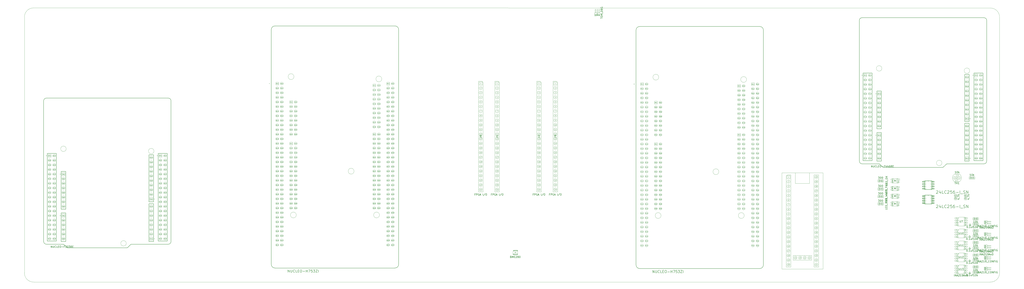
<source format=gbr>
%TF.GenerationSoftware,KiCad,Pcbnew,9.0.0+dfsg-1*%
%TF.CreationDate,2025-06-19T19:52:38-07:00*%
%TF.ProjectId,signalmesh,7369676e-616c-46d6-9573-682e6b696361,rev?*%
%TF.SameCoordinates,Original*%
%TF.FileFunction,AssemblyDrawing,Top*%
%FSLAX46Y46*%
G04 Gerber Fmt 4.6, Leading zero omitted, Abs format (unit mm)*
G04 Created by KiCad (PCBNEW 9.0.0+dfsg-1) date 2025-06-19 19:52:38*
%MOMM*%
%LPD*%
G01*
G04 APERTURE LIST*
%ADD10C,0.150000*%
%ADD11C,0.080000*%
%ADD12C,0.040000*%
%ADD13C,0.090000*%
%ADD14C,0.075000*%
%ADD15C,0.100000*%
%ADD16C,0.152400*%
%ADD17C,0.120000*%
%ADD18C,0.127000*%
%ADD19C,0.200000*%
%ADD20C,0.038889*%
%ADD21C,0.100000*%
%TD*%
%ADD22C,0.012778*%
%ADD23C,0.050000*%
%ADD24C,0.044444*%
%ADD25C,0.023611*%
%ADD26C,0.046567*%
%ADD27C,0.047222*%
%ADD28C,0.025133*%
%ADD29C,0.020944*%
%ADD30C,0.017952*%
%ADD31C,0.013889*%
%ADD32C,0.026750*%
%ADD33C,0.022292*%
%ADD34C,0.025500*%
%ADD35C,0.021250*%
%ADD36C,0.018214*%
%TA.AperFunction,Profile*%
%ADD37C,0.050000*%
%TD*%
G04 APERTURE END LIST*
D10*
X547898152Y-154928571D02*
X548564819Y-154928571D01*
X547517200Y-155166666D02*
X548231485Y-155404761D01*
X548231485Y-155404761D02*
X548231485Y-154785714D01*
X548469580Y-154404761D02*
X548517200Y-154357142D01*
X548517200Y-154357142D02*
X548564819Y-154404761D01*
X548564819Y-154404761D02*
X548517200Y-154452380D01*
X548517200Y-154452380D02*
X548469580Y-154404761D01*
X548469580Y-154404761D02*
X548564819Y-154404761D01*
X547564819Y-154023809D02*
X547564819Y-153357143D01*
X547564819Y-153357143D02*
X548564819Y-153785714D01*
X548564819Y-152976190D02*
X547564819Y-152976190D01*
X548183866Y-152880952D02*
X548564819Y-152595238D01*
X547898152Y-152595238D02*
X548279104Y-152976190D01*
D11*
X546687149Y-154321428D02*
X546449054Y-154488094D01*
X546687149Y-154607142D02*
X546187149Y-154607142D01*
X546187149Y-154607142D02*
X546187149Y-154416666D01*
X546187149Y-154416666D02*
X546210959Y-154369047D01*
X546210959Y-154369047D02*
X546234768Y-154345237D01*
X546234768Y-154345237D02*
X546282387Y-154321428D01*
X546282387Y-154321428D02*
X546353816Y-154321428D01*
X546353816Y-154321428D02*
X546401435Y-154345237D01*
X546401435Y-154345237D02*
X546425244Y-154369047D01*
X546425244Y-154369047D02*
X546449054Y-154416666D01*
X546449054Y-154416666D02*
X546449054Y-154607142D01*
X546687149Y-153845237D02*
X546687149Y-154130951D01*
X546687149Y-153988094D02*
X546187149Y-153988094D01*
X546187149Y-153988094D02*
X546258578Y-154035713D01*
X546258578Y-154035713D02*
X546306197Y-154083332D01*
X546306197Y-154083332D02*
X546330006Y-154130951D01*
X546234768Y-153654761D02*
X546210959Y-153630952D01*
X546210959Y-153630952D02*
X546187149Y-153583333D01*
X546187149Y-153583333D02*
X546187149Y-153464285D01*
X546187149Y-153464285D02*
X546210959Y-153416666D01*
X546210959Y-153416666D02*
X546234768Y-153392857D01*
X546234768Y-153392857D02*
X546282387Y-153369047D01*
X546282387Y-153369047D02*
X546330006Y-153369047D01*
X546330006Y-153369047D02*
X546401435Y-153392857D01*
X546401435Y-153392857D02*
X546687149Y-153678571D01*
X546687149Y-153678571D02*
X546687149Y-153369047D01*
D10*
X547225000Y-183004819D02*
X547320238Y-183004819D01*
X547320238Y-183004819D02*
X547415476Y-183052438D01*
X547415476Y-183052438D02*
X547463095Y-183100057D01*
X547463095Y-183100057D02*
X547510714Y-183195295D01*
X547510714Y-183195295D02*
X547558333Y-183385771D01*
X547558333Y-183385771D02*
X547558333Y-183623866D01*
X547558333Y-183623866D02*
X547510714Y-183814342D01*
X547510714Y-183814342D02*
X547463095Y-183909580D01*
X547463095Y-183909580D02*
X547415476Y-183957200D01*
X547415476Y-183957200D02*
X547320238Y-184004819D01*
X547320238Y-184004819D02*
X547225000Y-184004819D01*
X547225000Y-184004819D02*
X547129762Y-183957200D01*
X547129762Y-183957200D02*
X547082143Y-183909580D01*
X547082143Y-183909580D02*
X547034524Y-183814342D01*
X547034524Y-183814342D02*
X546986905Y-183623866D01*
X546986905Y-183623866D02*
X546986905Y-183385771D01*
X546986905Y-183385771D02*
X547034524Y-183195295D01*
X547034524Y-183195295D02*
X547082143Y-183100057D01*
X547082143Y-183100057D02*
X547129762Y-183052438D01*
X547129762Y-183052438D02*
X547225000Y-183004819D01*
X547986905Y-183909580D02*
X548034524Y-183957200D01*
X548034524Y-183957200D02*
X547986905Y-184004819D01*
X547986905Y-184004819D02*
X547939286Y-183957200D01*
X547939286Y-183957200D02*
X547986905Y-183909580D01*
X547986905Y-183909580D02*
X547986905Y-184004819D01*
X548986904Y-184004819D02*
X548415476Y-184004819D01*
X548701190Y-184004819D02*
X548701190Y-183004819D01*
X548701190Y-183004819D02*
X548605952Y-183147676D01*
X548605952Y-183147676D02*
X548510714Y-183242914D01*
X548510714Y-183242914D02*
X548415476Y-183290533D01*
X549844047Y-183338152D02*
X549844047Y-184004819D01*
X549415476Y-183338152D02*
X549415476Y-183861961D01*
X549415476Y-183861961D02*
X549463095Y-183957200D01*
X549463095Y-183957200D02*
X549558333Y-184004819D01*
X549558333Y-184004819D02*
X549701190Y-184004819D01*
X549701190Y-184004819D02*
X549796428Y-183957200D01*
X549796428Y-183957200D02*
X549844047Y-183909580D01*
X550177381Y-183338152D02*
X550558333Y-183338152D01*
X550320238Y-184004819D02*
X550320238Y-183147676D01*
X550320238Y-183147676D02*
X550367857Y-183052438D01*
X550367857Y-183052438D02*
X550463095Y-183004819D01*
X550463095Y-183004819D02*
X550558333Y-183004819D01*
D12*
X548683333Y-181909765D02*
X548671429Y-181921670D01*
X548671429Y-181921670D02*
X548635714Y-181933574D01*
X548635714Y-181933574D02*
X548611905Y-181933574D01*
X548611905Y-181933574D02*
X548576191Y-181921670D01*
X548576191Y-181921670D02*
X548552381Y-181897860D01*
X548552381Y-181897860D02*
X548540476Y-181874050D01*
X548540476Y-181874050D02*
X548528572Y-181826431D01*
X548528572Y-181826431D02*
X548528572Y-181790717D01*
X548528572Y-181790717D02*
X548540476Y-181743098D01*
X548540476Y-181743098D02*
X548552381Y-181719289D01*
X548552381Y-181719289D02*
X548576191Y-181695479D01*
X548576191Y-181695479D02*
X548611905Y-181683574D01*
X548611905Y-181683574D02*
X548635714Y-181683574D01*
X548635714Y-181683574D02*
X548671429Y-181695479D01*
X548671429Y-181695479D02*
X548683333Y-181707384D01*
X548766667Y-181683574D02*
X548921429Y-181683574D01*
X548921429Y-181683574D02*
X548838095Y-181778812D01*
X548838095Y-181778812D02*
X548873810Y-181778812D01*
X548873810Y-181778812D02*
X548897619Y-181790717D01*
X548897619Y-181790717D02*
X548909524Y-181802622D01*
X548909524Y-181802622D02*
X548921429Y-181826431D01*
X548921429Y-181826431D02*
X548921429Y-181885955D01*
X548921429Y-181885955D02*
X548909524Y-181909765D01*
X548909524Y-181909765D02*
X548897619Y-181921670D01*
X548897619Y-181921670D02*
X548873810Y-181933574D01*
X548873810Y-181933574D02*
X548802381Y-181933574D01*
X548802381Y-181933574D02*
X548778572Y-181921670D01*
X548778572Y-181921670D02*
X548766667Y-181909765D01*
D10*
X551404761Y-174654819D02*
X550833333Y-174654819D01*
X551119047Y-174654819D02*
X551119047Y-173654819D01*
X551119047Y-173654819D02*
X551023809Y-173797676D01*
X551023809Y-173797676D02*
X550928571Y-173892914D01*
X550928571Y-173892914D02*
X550833333Y-173940533D01*
X552023809Y-173654819D02*
X552119047Y-173654819D01*
X552119047Y-173654819D02*
X552214285Y-173702438D01*
X552214285Y-173702438D02*
X552261904Y-173750057D01*
X552261904Y-173750057D02*
X552309523Y-173845295D01*
X552309523Y-173845295D02*
X552357142Y-174035771D01*
X552357142Y-174035771D02*
X552357142Y-174273866D01*
X552357142Y-174273866D02*
X552309523Y-174464342D01*
X552309523Y-174464342D02*
X552261904Y-174559580D01*
X552261904Y-174559580D02*
X552214285Y-174607200D01*
X552214285Y-174607200D02*
X552119047Y-174654819D01*
X552119047Y-174654819D02*
X552023809Y-174654819D01*
X552023809Y-174654819D02*
X551928571Y-174607200D01*
X551928571Y-174607200D02*
X551880952Y-174559580D01*
X551880952Y-174559580D02*
X551833333Y-174464342D01*
X551833333Y-174464342D02*
X551785714Y-174273866D01*
X551785714Y-174273866D02*
X551785714Y-174035771D01*
X551785714Y-174035771D02*
X551833333Y-173845295D01*
X551833333Y-173845295D02*
X551880952Y-173750057D01*
X551880952Y-173750057D02*
X551928571Y-173702438D01*
X551928571Y-173702438D02*
X552023809Y-173654819D01*
X552785714Y-174654819D02*
X552785714Y-173654819D01*
X552880952Y-174273866D02*
X553166666Y-174654819D01*
X553166666Y-173988152D02*
X552785714Y-174369104D01*
D11*
X551678571Y-172777149D02*
X551511905Y-172539054D01*
X551392857Y-172777149D02*
X551392857Y-172277149D01*
X551392857Y-172277149D02*
X551583333Y-172277149D01*
X551583333Y-172277149D02*
X551630952Y-172300959D01*
X551630952Y-172300959D02*
X551654762Y-172324768D01*
X551654762Y-172324768D02*
X551678571Y-172372387D01*
X551678571Y-172372387D02*
X551678571Y-172443816D01*
X551678571Y-172443816D02*
X551654762Y-172491435D01*
X551654762Y-172491435D02*
X551630952Y-172515244D01*
X551630952Y-172515244D02*
X551583333Y-172539054D01*
X551583333Y-172539054D02*
X551392857Y-172539054D01*
X551869048Y-172324768D02*
X551892857Y-172300959D01*
X551892857Y-172300959D02*
X551940476Y-172277149D01*
X551940476Y-172277149D02*
X552059524Y-172277149D01*
X552059524Y-172277149D02*
X552107143Y-172300959D01*
X552107143Y-172300959D02*
X552130952Y-172324768D01*
X552130952Y-172324768D02*
X552154762Y-172372387D01*
X552154762Y-172372387D02*
X552154762Y-172420006D01*
X552154762Y-172420006D02*
X552130952Y-172491435D01*
X552130952Y-172491435D02*
X551845238Y-172777149D01*
X551845238Y-172777149D02*
X552154762Y-172777149D01*
X552464285Y-172277149D02*
X552511904Y-172277149D01*
X552511904Y-172277149D02*
X552559523Y-172300959D01*
X552559523Y-172300959D02*
X552583333Y-172324768D01*
X552583333Y-172324768D02*
X552607142Y-172372387D01*
X552607142Y-172372387D02*
X552630952Y-172467625D01*
X552630952Y-172467625D02*
X552630952Y-172586673D01*
X552630952Y-172586673D02*
X552607142Y-172681911D01*
X552607142Y-172681911D02*
X552583333Y-172729530D01*
X552583333Y-172729530D02*
X552559523Y-172753340D01*
X552559523Y-172753340D02*
X552511904Y-172777149D01*
X552511904Y-172777149D02*
X552464285Y-172777149D01*
X552464285Y-172777149D02*
X552416666Y-172753340D01*
X552416666Y-172753340D02*
X552392857Y-172729530D01*
X552392857Y-172729530D02*
X552369047Y-172681911D01*
X552369047Y-172681911D02*
X552345238Y-172586673D01*
X552345238Y-172586673D02*
X552345238Y-172467625D01*
X552345238Y-172467625D02*
X552369047Y-172372387D01*
X552369047Y-172372387D02*
X552392857Y-172324768D01*
X552392857Y-172324768D02*
X552416666Y-172300959D01*
X552416666Y-172300959D02*
X552464285Y-172277149D01*
D10*
X554230714Y-184509819D02*
X554230714Y-183509819D01*
X554706904Y-184509819D02*
X554706904Y-183509819D01*
X554706904Y-183509819D02*
X555278332Y-184509819D01*
X555278332Y-184509819D02*
X555278332Y-183509819D01*
X555706904Y-184224104D02*
X556183094Y-184224104D01*
X555611666Y-184509819D02*
X555944999Y-183509819D01*
X555944999Y-183509819D02*
X556278332Y-184509819D01*
X556564047Y-183605057D02*
X556611666Y-183557438D01*
X556611666Y-183557438D02*
X556706904Y-183509819D01*
X556706904Y-183509819D02*
X556944999Y-183509819D01*
X556944999Y-183509819D02*
X557040237Y-183557438D01*
X557040237Y-183557438D02*
X557087856Y-183605057D01*
X557087856Y-183605057D02*
X557135475Y-183700295D01*
X557135475Y-183700295D02*
X557135475Y-183795533D01*
X557135475Y-183795533D02*
X557087856Y-183938390D01*
X557087856Y-183938390D02*
X556516428Y-184509819D01*
X556516428Y-184509819D02*
X557135475Y-184509819D01*
X558087856Y-184509819D02*
X557516428Y-184509819D01*
X557802142Y-184509819D02*
X557802142Y-183509819D01*
X557802142Y-183509819D02*
X557706904Y-183652676D01*
X557706904Y-183652676D02*
X557611666Y-183747914D01*
X557611666Y-183747914D02*
X557516428Y-183795533D01*
X558564047Y-184509819D02*
X558754523Y-184509819D01*
X558754523Y-184509819D02*
X558849761Y-184462200D01*
X558849761Y-184462200D02*
X558897380Y-184414580D01*
X558897380Y-184414580D02*
X558992618Y-184271723D01*
X558992618Y-184271723D02*
X559040237Y-184081247D01*
X559040237Y-184081247D02*
X559040237Y-183700295D01*
X559040237Y-183700295D02*
X558992618Y-183605057D01*
X558992618Y-183605057D02*
X558944999Y-183557438D01*
X558944999Y-183557438D02*
X558849761Y-183509819D01*
X558849761Y-183509819D02*
X558659285Y-183509819D01*
X558659285Y-183509819D02*
X558564047Y-183557438D01*
X558564047Y-183557438D02*
X558516428Y-183605057D01*
X558516428Y-183605057D02*
X558468809Y-183700295D01*
X558468809Y-183700295D02*
X558468809Y-183938390D01*
X558468809Y-183938390D02*
X558516428Y-184033628D01*
X558516428Y-184033628D02*
X558564047Y-184081247D01*
X558564047Y-184081247D02*
X558659285Y-184128866D01*
X558659285Y-184128866D02*
X558849761Y-184128866D01*
X558849761Y-184128866D02*
X558944999Y-184081247D01*
X558944999Y-184081247D02*
X558992618Y-184033628D01*
X558992618Y-184033628D02*
X559040237Y-183938390D01*
X559421190Y-184224104D02*
X559897380Y-184224104D01*
X559325952Y-184509819D02*
X559659285Y-183509819D01*
X559659285Y-183509819D02*
X559992618Y-184509819D01*
X560230714Y-184509819D02*
X560754523Y-183843152D01*
X560230714Y-183843152D02*
X560754523Y-184509819D01*
X561135476Y-184509819D02*
X561135476Y-183509819D01*
X561135476Y-183509819D02*
X561373571Y-183509819D01*
X561373571Y-183509819D02*
X561516428Y-183557438D01*
X561516428Y-183557438D02*
X561611666Y-183652676D01*
X561611666Y-183652676D02*
X561659285Y-183747914D01*
X561659285Y-183747914D02*
X561706904Y-183938390D01*
X561706904Y-183938390D02*
X561706904Y-184081247D01*
X561706904Y-184081247D02*
X561659285Y-184271723D01*
X561659285Y-184271723D02*
X561611666Y-184366961D01*
X561611666Y-184366961D02*
X561516428Y-184462200D01*
X561516428Y-184462200D02*
X561373571Y-184509819D01*
X561373571Y-184509819D02*
X561135476Y-184509819D01*
X542786667Y-180120566D02*
X542786667Y-180913900D01*
X542786667Y-180913900D02*
X542833334Y-181007233D01*
X542833334Y-181007233D02*
X542880000Y-181053900D01*
X542880000Y-181053900D02*
X542973334Y-181100566D01*
X542973334Y-181100566D02*
X543160000Y-181100566D01*
X543160000Y-181100566D02*
X543253334Y-181053900D01*
X543253334Y-181053900D02*
X543300000Y-181007233D01*
X543300000Y-181007233D02*
X543346667Y-180913900D01*
X543346667Y-180913900D02*
X543346667Y-180120566D01*
X544326667Y-181100566D02*
X543766667Y-181100566D01*
X544046667Y-181100566D02*
X544046667Y-180120566D01*
X544046667Y-180120566D02*
X543953334Y-180260566D01*
X543953334Y-180260566D02*
X543860001Y-180353900D01*
X543860001Y-180353900D02*
X543766667Y-180400566D01*
X545260000Y-181100566D02*
X544700000Y-181100566D01*
X544980000Y-181100566D02*
X544980000Y-180120566D01*
X544980000Y-180120566D02*
X544886667Y-180260566D01*
X544886667Y-180260566D02*
X544793334Y-180353900D01*
X544793334Y-180353900D02*
X544700000Y-180400566D01*
X551404761Y-181154819D02*
X550833333Y-181154819D01*
X551119047Y-181154819D02*
X551119047Y-180154819D01*
X551119047Y-180154819D02*
X551023809Y-180297676D01*
X551023809Y-180297676D02*
X550928571Y-180392914D01*
X550928571Y-180392914D02*
X550833333Y-180440533D01*
X552023809Y-180154819D02*
X552119047Y-180154819D01*
X552119047Y-180154819D02*
X552214285Y-180202438D01*
X552214285Y-180202438D02*
X552261904Y-180250057D01*
X552261904Y-180250057D02*
X552309523Y-180345295D01*
X552309523Y-180345295D02*
X552357142Y-180535771D01*
X552357142Y-180535771D02*
X552357142Y-180773866D01*
X552357142Y-180773866D02*
X552309523Y-180964342D01*
X552309523Y-180964342D02*
X552261904Y-181059580D01*
X552261904Y-181059580D02*
X552214285Y-181107200D01*
X552214285Y-181107200D02*
X552119047Y-181154819D01*
X552119047Y-181154819D02*
X552023809Y-181154819D01*
X552023809Y-181154819D02*
X551928571Y-181107200D01*
X551928571Y-181107200D02*
X551880952Y-181059580D01*
X551880952Y-181059580D02*
X551833333Y-180964342D01*
X551833333Y-180964342D02*
X551785714Y-180773866D01*
X551785714Y-180773866D02*
X551785714Y-180535771D01*
X551785714Y-180535771D02*
X551833333Y-180345295D01*
X551833333Y-180345295D02*
X551880952Y-180250057D01*
X551880952Y-180250057D02*
X551928571Y-180202438D01*
X551928571Y-180202438D02*
X552023809Y-180154819D01*
X552785714Y-181154819D02*
X552785714Y-180154819D01*
X552880952Y-180773866D02*
X553166666Y-181154819D01*
X553166666Y-180488152D02*
X552785714Y-180869104D01*
D11*
X551678571Y-179277149D02*
X551511905Y-179039054D01*
X551392857Y-179277149D02*
X551392857Y-178777149D01*
X551392857Y-178777149D02*
X551583333Y-178777149D01*
X551583333Y-178777149D02*
X551630952Y-178800959D01*
X551630952Y-178800959D02*
X551654762Y-178824768D01*
X551654762Y-178824768D02*
X551678571Y-178872387D01*
X551678571Y-178872387D02*
X551678571Y-178943816D01*
X551678571Y-178943816D02*
X551654762Y-178991435D01*
X551654762Y-178991435D02*
X551630952Y-179015244D01*
X551630952Y-179015244D02*
X551583333Y-179039054D01*
X551583333Y-179039054D02*
X551392857Y-179039054D01*
X551869048Y-178824768D02*
X551892857Y-178800959D01*
X551892857Y-178800959D02*
X551940476Y-178777149D01*
X551940476Y-178777149D02*
X552059524Y-178777149D01*
X552059524Y-178777149D02*
X552107143Y-178800959D01*
X552107143Y-178800959D02*
X552130952Y-178824768D01*
X552130952Y-178824768D02*
X552154762Y-178872387D01*
X552154762Y-178872387D02*
X552154762Y-178920006D01*
X552154762Y-178920006D02*
X552130952Y-178991435D01*
X552130952Y-178991435D02*
X551845238Y-179277149D01*
X551845238Y-179277149D02*
X552154762Y-179277149D01*
X552345238Y-178824768D02*
X552369047Y-178800959D01*
X552369047Y-178800959D02*
X552416666Y-178777149D01*
X552416666Y-178777149D02*
X552535714Y-178777149D01*
X552535714Y-178777149D02*
X552583333Y-178800959D01*
X552583333Y-178800959D02*
X552607142Y-178824768D01*
X552607142Y-178824768D02*
X552630952Y-178872387D01*
X552630952Y-178872387D02*
X552630952Y-178920006D01*
X552630952Y-178920006D02*
X552607142Y-178991435D01*
X552607142Y-178991435D02*
X552321428Y-179277149D01*
X552321428Y-179277149D02*
X552630952Y-179277149D01*
D10*
X547401415Y-170014726D02*
X547496653Y-170014726D01*
X547496653Y-170014726D02*
X547591891Y-170062345D01*
X547591891Y-170062345D02*
X547639510Y-170109964D01*
X547639510Y-170109964D02*
X547687129Y-170205202D01*
X547687129Y-170205202D02*
X547734748Y-170395678D01*
X547734748Y-170395678D02*
X547734748Y-170633773D01*
X547734748Y-170633773D02*
X547687129Y-170824249D01*
X547687129Y-170824249D02*
X547639510Y-170919487D01*
X547639510Y-170919487D02*
X547591891Y-170967107D01*
X547591891Y-170967107D02*
X547496653Y-171014726D01*
X547496653Y-171014726D02*
X547401415Y-171014726D01*
X547401415Y-171014726D02*
X547306177Y-170967107D01*
X547306177Y-170967107D02*
X547258558Y-170919487D01*
X547258558Y-170919487D02*
X547210939Y-170824249D01*
X547210939Y-170824249D02*
X547163320Y-170633773D01*
X547163320Y-170633773D02*
X547163320Y-170395678D01*
X547163320Y-170395678D02*
X547210939Y-170205202D01*
X547210939Y-170205202D02*
X547258558Y-170109964D01*
X547258558Y-170109964D02*
X547306177Y-170062345D01*
X547306177Y-170062345D02*
X547401415Y-170014726D01*
X548163320Y-170919487D02*
X548210939Y-170967107D01*
X548210939Y-170967107D02*
X548163320Y-171014726D01*
X548163320Y-171014726D02*
X548115701Y-170967107D01*
X548115701Y-170967107D02*
X548163320Y-170919487D01*
X548163320Y-170919487D02*
X548163320Y-171014726D01*
X549163319Y-171014726D02*
X548591891Y-171014726D01*
X548877605Y-171014726D02*
X548877605Y-170014726D01*
X548877605Y-170014726D02*
X548782367Y-170157583D01*
X548782367Y-170157583D02*
X548687129Y-170252821D01*
X548687129Y-170252821D02*
X548591891Y-170300440D01*
X550020462Y-170348059D02*
X550020462Y-171014726D01*
X549591891Y-170348059D02*
X549591891Y-170871868D01*
X549591891Y-170871868D02*
X549639510Y-170967107D01*
X549639510Y-170967107D02*
X549734748Y-171014726D01*
X549734748Y-171014726D02*
X549877605Y-171014726D01*
X549877605Y-171014726D02*
X549972843Y-170967107D01*
X549972843Y-170967107D02*
X550020462Y-170919487D01*
X550353796Y-170348059D02*
X550734748Y-170348059D01*
X550496653Y-171014726D02*
X550496653Y-170157583D01*
X550496653Y-170157583D02*
X550544272Y-170062345D01*
X550544272Y-170062345D02*
X550639510Y-170014726D01*
X550639510Y-170014726D02*
X550734748Y-170014726D01*
D12*
X548859748Y-168919672D02*
X548847844Y-168931577D01*
X548847844Y-168931577D02*
X548812129Y-168943481D01*
X548812129Y-168943481D02*
X548788320Y-168943481D01*
X548788320Y-168943481D02*
X548752606Y-168931577D01*
X548752606Y-168931577D02*
X548728796Y-168907767D01*
X548728796Y-168907767D02*
X548716891Y-168883957D01*
X548716891Y-168883957D02*
X548704987Y-168836338D01*
X548704987Y-168836338D02*
X548704987Y-168800624D01*
X548704987Y-168800624D02*
X548716891Y-168753005D01*
X548716891Y-168753005D02*
X548728796Y-168729196D01*
X548728796Y-168729196D02*
X548752606Y-168705386D01*
X548752606Y-168705386D02*
X548788320Y-168693481D01*
X548788320Y-168693481D02*
X548812129Y-168693481D01*
X548812129Y-168693481D02*
X548847844Y-168705386D01*
X548847844Y-168705386D02*
X548859748Y-168717291D01*
X549097844Y-168943481D02*
X548954987Y-168943481D01*
X549026415Y-168943481D02*
X549026415Y-168693481D01*
X549026415Y-168693481D02*
X549002606Y-168729196D01*
X549002606Y-168729196D02*
X548978796Y-168753005D01*
X548978796Y-168753005D02*
X548954987Y-168764910D01*
D10*
X547225000Y-196504819D02*
X547320238Y-196504819D01*
X547320238Y-196504819D02*
X547415476Y-196552438D01*
X547415476Y-196552438D02*
X547463095Y-196600057D01*
X547463095Y-196600057D02*
X547510714Y-196695295D01*
X547510714Y-196695295D02*
X547558333Y-196885771D01*
X547558333Y-196885771D02*
X547558333Y-197123866D01*
X547558333Y-197123866D02*
X547510714Y-197314342D01*
X547510714Y-197314342D02*
X547463095Y-197409580D01*
X547463095Y-197409580D02*
X547415476Y-197457200D01*
X547415476Y-197457200D02*
X547320238Y-197504819D01*
X547320238Y-197504819D02*
X547225000Y-197504819D01*
X547225000Y-197504819D02*
X547129762Y-197457200D01*
X547129762Y-197457200D02*
X547082143Y-197409580D01*
X547082143Y-197409580D02*
X547034524Y-197314342D01*
X547034524Y-197314342D02*
X546986905Y-197123866D01*
X546986905Y-197123866D02*
X546986905Y-196885771D01*
X546986905Y-196885771D02*
X547034524Y-196695295D01*
X547034524Y-196695295D02*
X547082143Y-196600057D01*
X547082143Y-196600057D02*
X547129762Y-196552438D01*
X547129762Y-196552438D02*
X547225000Y-196504819D01*
X547986905Y-197409580D02*
X548034524Y-197457200D01*
X548034524Y-197457200D02*
X547986905Y-197504819D01*
X547986905Y-197504819D02*
X547939286Y-197457200D01*
X547939286Y-197457200D02*
X547986905Y-197409580D01*
X547986905Y-197409580D02*
X547986905Y-197504819D01*
X548986904Y-197504819D02*
X548415476Y-197504819D01*
X548701190Y-197504819D02*
X548701190Y-196504819D01*
X548701190Y-196504819D02*
X548605952Y-196647676D01*
X548605952Y-196647676D02*
X548510714Y-196742914D01*
X548510714Y-196742914D02*
X548415476Y-196790533D01*
X549844047Y-196838152D02*
X549844047Y-197504819D01*
X549415476Y-196838152D02*
X549415476Y-197361961D01*
X549415476Y-197361961D02*
X549463095Y-197457200D01*
X549463095Y-197457200D02*
X549558333Y-197504819D01*
X549558333Y-197504819D02*
X549701190Y-197504819D01*
X549701190Y-197504819D02*
X549796428Y-197457200D01*
X549796428Y-197457200D02*
X549844047Y-197409580D01*
X550177381Y-196838152D02*
X550558333Y-196838152D01*
X550320238Y-197504819D02*
X550320238Y-196647676D01*
X550320238Y-196647676D02*
X550367857Y-196552438D01*
X550367857Y-196552438D02*
X550463095Y-196504819D01*
X550463095Y-196504819D02*
X550558333Y-196504819D01*
D12*
X548683333Y-195409765D02*
X548671429Y-195421670D01*
X548671429Y-195421670D02*
X548635714Y-195433574D01*
X548635714Y-195433574D02*
X548611905Y-195433574D01*
X548611905Y-195433574D02*
X548576191Y-195421670D01*
X548576191Y-195421670D02*
X548552381Y-195397860D01*
X548552381Y-195397860D02*
X548540476Y-195374050D01*
X548540476Y-195374050D02*
X548528572Y-195326431D01*
X548528572Y-195326431D02*
X548528572Y-195290717D01*
X548528572Y-195290717D02*
X548540476Y-195243098D01*
X548540476Y-195243098D02*
X548552381Y-195219289D01*
X548552381Y-195219289D02*
X548576191Y-195195479D01*
X548576191Y-195195479D02*
X548611905Y-195183574D01*
X548611905Y-195183574D02*
X548635714Y-195183574D01*
X548635714Y-195183574D02*
X548671429Y-195195479D01*
X548671429Y-195195479D02*
X548683333Y-195207384D01*
X548909524Y-195183574D02*
X548790476Y-195183574D01*
X548790476Y-195183574D02*
X548778572Y-195302622D01*
X548778572Y-195302622D02*
X548790476Y-195290717D01*
X548790476Y-195290717D02*
X548814286Y-195278812D01*
X548814286Y-195278812D02*
X548873810Y-195278812D01*
X548873810Y-195278812D02*
X548897619Y-195290717D01*
X548897619Y-195290717D02*
X548909524Y-195302622D01*
X548909524Y-195302622D02*
X548921429Y-195326431D01*
X548921429Y-195326431D02*
X548921429Y-195385955D01*
X548921429Y-195385955D02*
X548909524Y-195409765D01*
X548909524Y-195409765D02*
X548897619Y-195421670D01*
X548897619Y-195421670D02*
X548873810Y-195433574D01*
X548873810Y-195433574D02*
X548814286Y-195433574D01*
X548814286Y-195433574D02*
X548790476Y-195421670D01*
X548790476Y-195421670D02*
X548778572Y-195409765D01*
D10*
X547182256Y-176501942D02*
X547277494Y-176501942D01*
X547277494Y-176501942D02*
X547372732Y-176549561D01*
X547372732Y-176549561D02*
X547420351Y-176597180D01*
X547420351Y-176597180D02*
X547467970Y-176692418D01*
X547467970Y-176692418D02*
X547515589Y-176882894D01*
X547515589Y-176882894D02*
X547515589Y-177120989D01*
X547515589Y-177120989D02*
X547467970Y-177311465D01*
X547467970Y-177311465D02*
X547420351Y-177406703D01*
X547420351Y-177406703D02*
X547372732Y-177454323D01*
X547372732Y-177454323D02*
X547277494Y-177501942D01*
X547277494Y-177501942D02*
X547182256Y-177501942D01*
X547182256Y-177501942D02*
X547087018Y-177454323D01*
X547087018Y-177454323D02*
X547039399Y-177406703D01*
X547039399Y-177406703D02*
X546991780Y-177311465D01*
X546991780Y-177311465D02*
X546944161Y-177120989D01*
X546944161Y-177120989D02*
X546944161Y-176882894D01*
X546944161Y-176882894D02*
X546991780Y-176692418D01*
X546991780Y-176692418D02*
X547039399Y-176597180D01*
X547039399Y-176597180D02*
X547087018Y-176549561D01*
X547087018Y-176549561D02*
X547182256Y-176501942D01*
X547944161Y-177406703D02*
X547991780Y-177454323D01*
X547991780Y-177454323D02*
X547944161Y-177501942D01*
X547944161Y-177501942D02*
X547896542Y-177454323D01*
X547896542Y-177454323D02*
X547944161Y-177406703D01*
X547944161Y-177406703D02*
X547944161Y-177501942D01*
X548944160Y-177501942D02*
X548372732Y-177501942D01*
X548658446Y-177501942D02*
X548658446Y-176501942D01*
X548658446Y-176501942D02*
X548563208Y-176644799D01*
X548563208Y-176644799D02*
X548467970Y-176740037D01*
X548467970Y-176740037D02*
X548372732Y-176787656D01*
X549801303Y-176835275D02*
X549801303Y-177501942D01*
X549372732Y-176835275D02*
X549372732Y-177359084D01*
X549372732Y-177359084D02*
X549420351Y-177454323D01*
X549420351Y-177454323D02*
X549515589Y-177501942D01*
X549515589Y-177501942D02*
X549658446Y-177501942D01*
X549658446Y-177501942D02*
X549753684Y-177454323D01*
X549753684Y-177454323D02*
X549801303Y-177406703D01*
X550134637Y-176835275D02*
X550515589Y-176835275D01*
X550277494Y-177501942D02*
X550277494Y-176644799D01*
X550277494Y-176644799D02*
X550325113Y-176549561D01*
X550325113Y-176549561D02*
X550420351Y-176501942D01*
X550420351Y-176501942D02*
X550515589Y-176501942D01*
D12*
X548640589Y-175406888D02*
X548628685Y-175418793D01*
X548628685Y-175418793D02*
X548592970Y-175430697D01*
X548592970Y-175430697D02*
X548569161Y-175430697D01*
X548569161Y-175430697D02*
X548533447Y-175418793D01*
X548533447Y-175418793D02*
X548509637Y-175394983D01*
X548509637Y-175394983D02*
X548497732Y-175371173D01*
X548497732Y-175371173D02*
X548485828Y-175323554D01*
X548485828Y-175323554D02*
X548485828Y-175287840D01*
X548485828Y-175287840D02*
X548497732Y-175240221D01*
X548497732Y-175240221D02*
X548509637Y-175216412D01*
X548509637Y-175216412D02*
X548533447Y-175192602D01*
X548533447Y-175192602D02*
X548569161Y-175180697D01*
X548569161Y-175180697D02*
X548592970Y-175180697D01*
X548592970Y-175180697D02*
X548628685Y-175192602D01*
X548628685Y-175192602D02*
X548640589Y-175204507D01*
X548735828Y-175204507D02*
X548747732Y-175192602D01*
X548747732Y-175192602D02*
X548771542Y-175180697D01*
X548771542Y-175180697D02*
X548831066Y-175180697D01*
X548831066Y-175180697D02*
X548854875Y-175192602D01*
X548854875Y-175192602D02*
X548866780Y-175204507D01*
X548866780Y-175204507D02*
X548878685Y-175228316D01*
X548878685Y-175228316D02*
X548878685Y-175252126D01*
X548878685Y-175252126D02*
X548866780Y-175287840D01*
X548866780Y-175287840D02*
X548723923Y-175430697D01*
X548723923Y-175430697D02*
X548878685Y-175430697D01*
D10*
X554230714Y-177929819D02*
X554230714Y-176929819D01*
X554706904Y-177929819D02*
X554706904Y-176929819D01*
X554706904Y-176929819D02*
X555278332Y-177929819D01*
X555278332Y-177929819D02*
X555278332Y-176929819D01*
X555706904Y-177644104D02*
X556183094Y-177644104D01*
X555611666Y-177929819D02*
X555944999Y-176929819D01*
X555944999Y-176929819D02*
X556278332Y-177929819D01*
X556564047Y-177025057D02*
X556611666Y-176977438D01*
X556611666Y-176977438D02*
X556706904Y-176929819D01*
X556706904Y-176929819D02*
X556944999Y-176929819D01*
X556944999Y-176929819D02*
X557040237Y-176977438D01*
X557040237Y-176977438D02*
X557087856Y-177025057D01*
X557087856Y-177025057D02*
X557135475Y-177120295D01*
X557135475Y-177120295D02*
X557135475Y-177215533D01*
X557135475Y-177215533D02*
X557087856Y-177358390D01*
X557087856Y-177358390D02*
X556516428Y-177929819D01*
X556516428Y-177929819D02*
X557135475Y-177929819D01*
X558087856Y-177929819D02*
X557516428Y-177929819D01*
X557802142Y-177929819D02*
X557802142Y-176929819D01*
X557802142Y-176929819D02*
X557706904Y-177072676D01*
X557706904Y-177072676D02*
X557611666Y-177167914D01*
X557611666Y-177167914D02*
X557516428Y-177215533D01*
X558564047Y-177929819D02*
X558754523Y-177929819D01*
X558754523Y-177929819D02*
X558849761Y-177882200D01*
X558849761Y-177882200D02*
X558897380Y-177834580D01*
X558897380Y-177834580D02*
X558992618Y-177691723D01*
X558992618Y-177691723D02*
X559040237Y-177501247D01*
X559040237Y-177501247D02*
X559040237Y-177120295D01*
X559040237Y-177120295D02*
X558992618Y-177025057D01*
X558992618Y-177025057D02*
X558944999Y-176977438D01*
X558944999Y-176977438D02*
X558849761Y-176929819D01*
X558849761Y-176929819D02*
X558659285Y-176929819D01*
X558659285Y-176929819D02*
X558564047Y-176977438D01*
X558564047Y-176977438D02*
X558516428Y-177025057D01*
X558516428Y-177025057D02*
X558468809Y-177120295D01*
X558468809Y-177120295D02*
X558468809Y-177358390D01*
X558468809Y-177358390D02*
X558516428Y-177453628D01*
X558516428Y-177453628D02*
X558564047Y-177501247D01*
X558564047Y-177501247D02*
X558659285Y-177548866D01*
X558659285Y-177548866D02*
X558849761Y-177548866D01*
X558849761Y-177548866D02*
X558944999Y-177501247D01*
X558944999Y-177501247D02*
X558992618Y-177453628D01*
X558992618Y-177453628D02*
X559040237Y-177358390D01*
X559421190Y-177644104D02*
X559897380Y-177644104D01*
X559325952Y-177929819D02*
X559659285Y-176929819D01*
X559659285Y-176929819D02*
X559992618Y-177929819D01*
X560230714Y-177929819D02*
X560754523Y-177263152D01*
X560230714Y-177263152D02*
X560754523Y-177929819D01*
X561135476Y-177929819D02*
X561135476Y-176929819D01*
X561135476Y-176929819D02*
X561373571Y-176929819D01*
X561373571Y-176929819D02*
X561516428Y-176977438D01*
X561516428Y-176977438D02*
X561611666Y-177072676D01*
X561611666Y-177072676D02*
X561659285Y-177167914D01*
X561659285Y-177167914D02*
X561706904Y-177358390D01*
X561706904Y-177358390D02*
X561706904Y-177501247D01*
X561706904Y-177501247D02*
X561659285Y-177691723D01*
X561659285Y-177691723D02*
X561611666Y-177786961D01*
X561611666Y-177786961D02*
X561516428Y-177882200D01*
X561516428Y-177882200D02*
X561373571Y-177929819D01*
X561373571Y-177929819D02*
X561135476Y-177929819D01*
X542786667Y-173540566D02*
X542786667Y-174333900D01*
X542786667Y-174333900D02*
X542833334Y-174427233D01*
X542833334Y-174427233D02*
X542880000Y-174473900D01*
X542880000Y-174473900D02*
X542973334Y-174520566D01*
X542973334Y-174520566D02*
X543160000Y-174520566D01*
X543160000Y-174520566D02*
X543253334Y-174473900D01*
X543253334Y-174473900D02*
X543300000Y-174427233D01*
X543300000Y-174427233D02*
X543346667Y-174333900D01*
X543346667Y-174333900D02*
X543346667Y-173540566D01*
X544326667Y-174520566D02*
X543766667Y-174520566D01*
X544046667Y-174520566D02*
X544046667Y-173540566D01*
X544046667Y-173540566D02*
X543953334Y-173680566D01*
X543953334Y-173680566D02*
X543860001Y-173773900D01*
X543860001Y-173773900D02*
X543766667Y-173820566D01*
X544933334Y-173540566D02*
X545026667Y-173540566D01*
X545026667Y-173540566D02*
X545120000Y-173587233D01*
X545120000Y-173587233D02*
X545166667Y-173633900D01*
X545166667Y-173633900D02*
X545213334Y-173727233D01*
X545213334Y-173727233D02*
X545260000Y-173913900D01*
X545260000Y-173913900D02*
X545260000Y-174147233D01*
X545260000Y-174147233D02*
X545213334Y-174333900D01*
X545213334Y-174333900D02*
X545166667Y-174427233D01*
X545166667Y-174427233D02*
X545120000Y-174473900D01*
X545120000Y-174473900D02*
X545026667Y-174520566D01*
X545026667Y-174520566D02*
X544933334Y-174520566D01*
X544933334Y-174520566D02*
X544840000Y-174473900D01*
X544840000Y-174473900D02*
X544793334Y-174427233D01*
X544793334Y-174427233D02*
X544746667Y-174333900D01*
X544746667Y-174333900D02*
X544700000Y-174147233D01*
X544700000Y-174147233D02*
X544700000Y-173913900D01*
X544700000Y-173913900D02*
X544746667Y-173727233D01*
X544746667Y-173727233D02*
X544793334Y-173633900D01*
X544793334Y-173633900D02*
X544840000Y-173587233D01*
X544840000Y-173587233D02*
X544933334Y-173540566D01*
X541274761Y-140854819D02*
X540703333Y-140854819D01*
X540989047Y-140854819D02*
X540989047Y-139854819D01*
X540989047Y-139854819D02*
X540893809Y-139997676D01*
X540893809Y-139997676D02*
X540798571Y-140092914D01*
X540798571Y-140092914D02*
X540703333Y-140140533D01*
X541893809Y-139854819D02*
X541989047Y-139854819D01*
X541989047Y-139854819D02*
X542084285Y-139902438D01*
X542084285Y-139902438D02*
X542131904Y-139950057D01*
X542131904Y-139950057D02*
X542179523Y-140045295D01*
X542179523Y-140045295D02*
X542227142Y-140235771D01*
X542227142Y-140235771D02*
X542227142Y-140473866D01*
X542227142Y-140473866D02*
X542179523Y-140664342D01*
X542179523Y-140664342D02*
X542131904Y-140759580D01*
X542131904Y-140759580D02*
X542084285Y-140807200D01*
X542084285Y-140807200D02*
X541989047Y-140854819D01*
X541989047Y-140854819D02*
X541893809Y-140854819D01*
X541893809Y-140854819D02*
X541798571Y-140807200D01*
X541798571Y-140807200D02*
X541750952Y-140759580D01*
X541750952Y-140759580D02*
X541703333Y-140664342D01*
X541703333Y-140664342D02*
X541655714Y-140473866D01*
X541655714Y-140473866D02*
X541655714Y-140235771D01*
X541655714Y-140235771D02*
X541703333Y-140045295D01*
X541703333Y-140045295D02*
X541750952Y-139950057D01*
X541750952Y-139950057D02*
X541798571Y-139902438D01*
X541798571Y-139902438D02*
X541893809Y-139854819D01*
X542655714Y-140854819D02*
X542655714Y-139854819D01*
X542750952Y-140473866D02*
X543036666Y-140854819D01*
X543036666Y-140188152D02*
X542655714Y-140569104D01*
X540484286Y-145854819D02*
X541055714Y-145854819D01*
X540770000Y-146854819D02*
X540770000Y-145854819D01*
X541389048Y-146854819D02*
X541389048Y-145854819D01*
X541389048Y-146331009D02*
X541960476Y-146331009D01*
X541960476Y-146854819D02*
X541960476Y-145854819D01*
X542960476Y-146854819D02*
X542389048Y-146854819D01*
X542674762Y-146854819D02*
X542674762Y-145854819D01*
X542674762Y-145854819D02*
X542579524Y-145997676D01*
X542579524Y-145997676D02*
X542484286Y-146092914D01*
X542484286Y-146092914D02*
X542389048Y-146140533D01*
X540285714Y-197669819D02*
X540285714Y-196669819D01*
X540761904Y-197669819D02*
X540761904Y-196669819D01*
X540761904Y-196669819D02*
X541333332Y-197669819D01*
X541333332Y-197669819D02*
X541333332Y-196669819D01*
X541761904Y-197384104D02*
X542238094Y-197384104D01*
X541666666Y-197669819D02*
X541999999Y-196669819D01*
X541999999Y-196669819D02*
X542333332Y-197669819D01*
X542619047Y-196765057D02*
X542666666Y-196717438D01*
X542666666Y-196717438D02*
X542761904Y-196669819D01*
X542761904Y-196669819D02*
X542999999Y-196669819D01*
X542999999Y-196669819D02*
X543095237Y-196717438D01*
X543095237Y-196717438D02*
X543142856Y-196765057D01*
X543142856Y-196765057D02*
X543190475Y-196860295D01*
X543190475Y-196860295D02*
X543190475Y-196955533D01*
X543190475Y-196955533D02*
X543142856Y-197098390D01*
X543142856Y-197098390D02*
X542571428Y-197669819D01*
X542571428Y-197669819D02*
X543190475Y-197669819D01*
X544142856Y-197669819D02*
X543571428Y-197669819D01*
X543857142Y-197669819D02*
X543857142Y-196669819D01*
X543857142Y-196669819D02*
X543761904Y-196812676D01*
X543761904Y-196812676D02*
X543666666Y-196907914D01*
X543666666Y-196907914D02*
X543571428Y-196955533D01*
X544619047Y-197669819D02*
X544809523Y-197669819D01*
X544809523Y-197669819D02*
X544904761Y-197622200D01*
X544904761Y-197622200D02*
X544952380Y-197574580D01*
X544952380Y-197574580D02*
X545047618Y-197431723D01*
X545047618Y-197431723D02*
X545095237Y-197241247D01*
X545095237Y-197241247D02*
X545095237Y-196860295D01*
X545095237Y-196860295D02*
X545047618Y-196765057D01*
X545047618Y-196765057D02*
X544999999Y-196717438D01*
X544999999Y-196717438D02*
X544904761Y-196669819D01*
X544904761Y-196669819D02*
X544714285Y-196669819D01*
X544714285Y-196669819D02*
X544619047Y-196717438D01*
X544619047Y-196717438D02*
X544571428Y-196765057D01*
X544571428Y-196765057D02*
X544523809Y-196860295D01*
X544523809Y-196860295D02*
X544523809Y-197098390D01*
X544523809Y-197098390D02*
X544571428Y-197193628D01*
X544571428Y-197193628D02*
X544619047Y-197241247D01*
X544619047Y-197241247D02*
X544714285Y-197288866D01*
X544714285Y-197288866D02*
X544904761Y-197288866D01*
X544904761Y-197288866D02*
X544999999Y-197241247D01*
X544999999Y-197241247D02*
X545047618Y-197193628D01*
X545047618Y-197193628D02*
X545095237Y-197098390D01*
X545476190Y-197384104D02*
X545952380Y-197384104D01*
X545380952Y-197669819D02*
X545714285Y-196669819D01*
X545714285Y-196669819D02*
X546047618Y-197669819D01*
X546285714Y-197669819D02*
X546809523Y-197003152D01*
X546285714Y-197003152D02*
X546809523Y-197669819D01*
X547190476Y-197669819D02*
X547190476Y-196669819D01*
X547190476Y-196669819D02*
X547428571Y-196669819D01*
X547428571Y-196669819D02*
X547571428Y-196717438D01*
X547571428Y-196717438D02*
X547666666Y-196812676D01*
X547666666Y-196812676D02*
X547714285Y-196907914D01*
X547714285Y-196907914D02*
X547761904Y-197098390D01*
X547761904Y-197098390D02*
X547761904Y-197241247D01*
X547761904Y-197241247D02*
X547714285Y-197431723D01*
X547714285Y-197431723D02*
X547666666Y-197526961D01*
X547666666Y-197526961D02*
X547571428Y-197622200D01*
X547571428Y-197622200D02*
X547428571Y-197669819D01*
X547428571Y-197669819D02*
X547190476Y-197669819D01*
X542786667Y-193280566D02*
X542786667Y-194073900D01*
X542786667Y-194073900D02*
X542833334Y-194167233D01*
X542833334Y-194167233D02*
X542880000Y-194213900D01*
X542880000Y-194213900D02*
X542973334Y-194260566D01*
X542973334Y-194260566D02*
X543160000Y-194260566D01*
X543160000Y-194260566D02*
X543253334Y-194213900D01*
X543253334Y-194213900D02*
X543300000Y-194167233D01*
X543300000Y-194167233D02*
X543346667Y-194073900D01*
X543346667Y-194073900D02*
X543346667Y-193280566D01*
X544326667Y-194260566D02*
X543766667Y-194260566D01*
X544046667Y-194260566D02*
X544046667Y-193280566D01*
X544046667Y-193280566D02*
X543953334Y-193420566D01*
X543953334Y-193420566D02*
X543860001Y-193513900D01*
X543860001Y-193513900D02*
X543766667Y-193560566D01*
X544653334Y-193280566D02*
X545260000Y-193280566D01*
X545260000Y-193280566D02*
X544933334Y-193653900D01*
X544933334Y-193653900D02*
X545073334Y-193653900D01*
X545073334Y-193653900D02*
X545166667Y-193700566D01*
X545166667Y-193700566D02*
X545213334Y-193747233D01*
X545213334Y-193747233D02*
X545260000Y-193840566D01*
X545260000Y-193840566D02*
X545260000Y-194073900D01*
X545260000Y-194073900D02*
X545213334Y-194167233D01*
X545213334Y-194167233D02*
X545166667Y-194213900D01*
X545166667Y-194213900D02*
X545073334Y-194260566D01*
X545073334Y-194260566D02*
X544793334Y-194260566D01*
X544793334Y-194260566D02*
X544700000Y-194213900D01*
X544700000Y-194213900D02*
X544653334Y-194167233D01*
X551404761Y-171054819D02*
X550833333Y-171054819D01*
X551119047Y-171054819D02*
X551119047Y-170054819D01*
X551119047Y-170054819D02*
X551023809Y-170197676D01*
X551023809Y-170197676D02*
X550928571Y-170292914D01*
X550928571Y-170292914D02*
X550833333Y-170340533D01*
X552023809Y-170054819D02*
X552119047Y-170054819D01*
X552119047Y-170054819D02*
X552214285Y-170102438D01*
X552214285Y-170102438D02*
X552261904Y-170150057D01*
X552261904Y-170150057D02*
X552309523Y-170245295D01*
X552309523Y-170245295D02*
X552357142Y-170435771D01*
X552357142Y-170435771D02*
X552357142Y-170673866D01*
X552357142Y-170673866D02*
X552309523Y-170864342D01*
X552309523Y-170864342D02*
X552261904Y-170959580D01*
X552261904Y-170959580D02*
X552214285Y-171007200D01*
X552214285Y-171007200D02*
X552119047Y-171054819D01*
X552119047Y-171054819D02*
X552023809Y-171054819D01*
X552023809Y-171054819D02*
X551928571Y-171007200D01*
X551928571Y-171007200D02*
X551880952Y-170959580D01*
X551880952Y-170959580D02*
X551833333Y-170864342D01*
X551833333Y-170864342D02*
X551785714Y-170673866D01*
X551785714Y-170673866D02*
X551785714Y-170435771D01*
X551785714Y-170435771D02*
X551833333Y-170245295D01*
X551833333Y-170245295D02*
X551880952Y-170150057D01*
X551880952Y-170150057D02*
X551928571Y-170102438D01*
X551928571Y-170102438D02*
X552023809Y-170054819D01*
X552785714Y-171054819D02*
X552785714Y-170054819D01*
X552880952Y-170673866D02*
X553166666Y-171054819D01*
X553166666Y-170388152D02*
X552785714Y-170769104D01*
D11*
X551678571Y-169177149D02*
X551511905Y-168939054D01*
X551392857Y-169177149D02*
X551392857Y-168677149D01*
X551392857Y-168677149D02*
X551583333Y-168677149D01*
X551583333Y-168677149D02*
X551630952Y-168700959D01*
X551630952Y-168700959D02*
X551654762Y-168724768D01*
X551654762Y-168724768D02*
X551678571Y-168772387D01*
X551678571Y-168772387D02*
X551678571Y-168843816D01*
X551678571Y-168843816D02*
X551654762Y-168891435D01*
X551654762Y-168891435D02*
X551630952Y-168915244D01*
X551630952Y-168915244D02*
X551583333Y-168939054D01*
X551583333Y-168939054D02*
X551392857Y-168939054D01*
X552154762Y-169177149D02*
X551869048Y-169177149D01*
X552011905Y-169177149D02*
X552011905Y-168677149D01*
X552011905Y-168677149D02*
X551964286Y-168748578D01*
X551964286Y-168748578D02*
X551916667Y-168796197D01*
X551916667Y-168796197D02*
X551869048Y-168820006D01*
X552583333Y-168843816D02*
X552583333Y-169177149D01*
X552464285Y-168653340D02*
X552345238Y-169010482D01*
X552345238Y-169010482D02*
X552654761Y-169010482D01*
D10*
X553023810Y-170454819D02*
X553023810Y-169454819D01*
X553500000Y-170454819D02*
X553500000Y-169454819D01*
X553500000Y-169454819D02*
X554071428Y-170454819D01*
X554071428Y-170454819D02*
X554071428Y-169454819D01*
X554500000Y-170169104D02*
X554976190Y-170169104D01*
X554404762Y-170454819D02*
X554738095Y-169454819D01*
X554738095Y-169454819D02*
X555071428Y-170454819D01*
X555357143Y-169550057D02*
X555404762Y-169502438D01*
X555404762Y-169502438D02*
X555500000Y-169454819D01*
X555500000Y-169454819D02*
X555738095Y-169454819D01*
X555738095Y-169454819D02*
X555833333Y-169502438D01*
X555833333Y-169502438D02*
X555880952Y-169550057D01*
X555880952Y-169550057D02*
X555928571Y-169645295D01*
X555928571Y-169645295D02*
X555928571Y-169740533D01*
X555928571Y-169740533D02*
X555880952Y-169883390D01*
X555880952Y-169883390D02*
X555309524Y-170454819D01*
X555309524Y-170454819D02*
X555928571Y-170454819D01*
X556880952Y-170454819D02*
X556309524Y-170454819D01*
X556595238Y-170454819D02*
X556595238Y-169454819D01*
X556595238Y-169454819D02*
X556500000Y-169597676D01*
X556500000Y-169597676D02*
X556404762Y-169692914D01*
X556404762Y-169692914D02*
X556309524Y-169740533D01*
X557357143Y-170454819D02*
X557547619Y-170454819D01*
X557547619Y-170454819D02*
X557642857Y-170407200D01*
X557642857Y-170407200D02*
X557690476Y-170359580D01*
X557690476Y-170359580D02*
X557785714Y-170216723D01*
X557785714Y-170216723D02*
X557833333Y-170026247D01*
X557833333Y-170026247D02*
X557833333Y-169645295D01*
X557833333Y-169645295D02*
X557785714Y-169550057D01*
X557785714Y-169550057D02*
X557738095Y-169502438D01*
X557738095Y-169502438D02*
X557642857Y-169454819D01*
X557642857Y-169454819D02*
X557452381Y-169454819D01*
X557452381Y-169454819D02*
X557357143Y-169502438D01*
X557357143Y-169502438D02*
X557309524Y-169550057D01*
X557309524Y-169550057D02*
X557261905Y-169645295D01*
X557261905Y-169645295D02*
X557261905Y-169883390D01*
X557261905Y-169883390D02*
X557309524Y-169978628D01*
X557309524Y-169978628D02*
X557357143Y-170026247D01*
X557357143Y-170026247D02*
X557452381Y-170073866D01*
X557452381Y-170073866D02*
X557642857Y-170073866D01*
X557642857Y-170073866D02*
X557738095Y-170026247D01*
X557738095Y-170026247D02*
X557785714Y-169978628D01*
X557785714Y-169978628D02*
X557833333Y-169883390D01*
X558023810Y-170550057D02*
X558785714Y-170550057D01*
X559595238Y-170359580D02*
X559547619Y-170407200D01*
X559547619Y-170407200D02*
X559404762Y-170454819D01*
X559404762Y-170454819D02*
X559309524Y-170454819D01*
X559309524Y-170454819D02*
X559166667Y-170407200D01*
X559166667Y-170407200D02*
X559071429Y-170311961D01*
X559071429Y-170311961D02*
X559023810Y-170216723D01*
X559023810Y-170216723D02*
X558976191Y-170026247D01*
X558976191Y-170026247D02*
X558976191Y-169883390D01*
X558976191Y-169883390D02*
X559023810Y-169692914D01*
X559023810Y-169692914D02*
X559071429Y-169597676D01*
X559071429Y-169597676D02*
X559166667Y-169502438D01*
X559166667Y-169502438D02*
X559309524Y-169454819D01*
X559309524Y-169454819D02*
X559404762Y-169454819D01*
X559404762Y-169454819D02*
X559547619Y-169502438D01*
X559547619Y-169502438D02*
X559595238Y-169550057D01*
X560214286Y-169454819D02*
X560404762Y-169454819D01*
X560404762Y-169454819D02*
X560500000Y-169502438D01*
X560500000Y-169502438D02*
X560595238Y-169597676D01*
X560595238Y-169597676D02*
X560642857Y-169788152D01*
X560642857Y-169788152D02*
X560642857Y-170121485D01*
X560642857Y-170121485D02*
X560595238Y-170311961D01*
X560595238Y-170311961D02*
X560500000Y-170407200D01*
X560500000Y-170407200D02*
X560404762Y-170454819D01*
X560404762Y-170454819D02*
X560214286Y-170454819D01*
X560214286Y-170454819D02*
X560119048Y-170407200D01*
X560119048Y-170407200D02*
X560023810Y-170311961D01*
X560023810Y-170311961D02*
X559976191Y-170121485D01*
X559976191Y-170121485D02*
X559976191Y-169788152D01*
X559976191Y-169788152D02*
X560023810Y-169597676D01*
X560023810Y-169597676D02*
X560119048Y-169502438D01*
X560119048Y-169502438D02*
X560214286Y-169454819D01*
X561071429Y-170454819D02*
X561071429Y-169454819D01*
X561071429Y-169454819D02*
X561642857Y-170454819D01*
X561642857Y-170454819D02*
X561642857Y-169454819D01*
X562452381Y-169931009D02*
X562119048Y-169931009D01*
X562119048Y-170454819D02*
X562119048Y-169454819D01*
X562119048Y-169454819D02*
X562595238Y-169454819D01*
X562976191Y-170454819D02*
X562976191Y-169454819D01*
X563976190Y-169502438D02*
X563880952Y-169454819D01*
X563880952Y-169454819D02*
X563738095Y-169454819D01*
X563738095Y-169454819D02*
X563595238Y-169502438D01*
X563595238Y-169502438D02*
X563500000Y-169597676D01*
X563500000Y-169597676D02*
X563452381Y-169692914D01*
X563452381Y-169692914D02*
X563404762Y-169883390D01*
X563404762Y-169883390D02*
X563404762Y-170026247D01*
X563404762Y-170026247D02*
X563452381Y-170216723D01*
X563452381Y-170216723D02*
X563500000Y-170311961D01*
X563500000Y-170311961D02*
X563595238Y-170407200D01*
X563595238Y-170407200D02*
X563738095Y-170454819D01*
X563738095Y-170454819D02*
X563833333Y-170454819D01*
X563833333Y-170454819D02*
X563976190Y-170407200D01*
X563976190Y-170407200D02*
X564023809Y-170359580D01*
X564023809Y-170359580D02*
X564023809Y-170026247D01*
X564023809Y-170026247D02*
X563833333Y-170026247D01*
D13*
X557547891Y-168200000D02*
X557976462Y-168200000D01*
X557976462Y-168200000D02*
X558062177Y-168228571D01*
X558062177Y-168228571D02*
X558119320Y-168285714D01*
X558119320Y-168285714D02*
X558147891Y-168371428D01*
X558147891Y-168371428D02*
X558147891Y-168428571D01*
X557547891Y-167628571D02*
X557547891Y-167914285D01*
X557547891Y-167914285D02*
X557833605Y-167942857D01*
X557833605Y-167942857D02*
X557805034Y-167914285D01*
X557805034Y-167914285D02*
X557776462Y-167857143D01*
X557776462Y-167857143D02*
X557776462Y-167714285D01*
X557776462Y-167714285D02*
X557805034Y-167657143D01*
X557805034Y-167657143D02*
X557833605Y-167628571D01*
X557833605Y-167628571D02*
X557890748Y-167600000D01*
X557890748Y-167600000D02*
X558033605Y-167600000D01*
X558033605Y-167600000D02*
X558090748Y-167628571D01*
X558090748Y-167628571D02*
X558119320Y-167657143D01*
X558119320Y-167657143D02*
X558147891Y-167714285D01*
X558147891Y-167714285D02*
X558147891Y-167857143D01*
X558147891Y-167857143D02*
X558119320Y-167914285D01*
X558119320Y-167914285D02*
X558090748Y-167942857D01*
D10*
X551404761Y-177604819D02*
X550833333Y-177604819D01*
X551119047Y-177604819D02*
X551119047Y-176604819D01*
X551119047Y-176604819D02*
X551023809Y-176747676D01*
X551023809Y-176747676D02*
X550928571Y-176842914D01*
X550928571Y-176842914D02*
X550833333Y-176890533D01*
X552023809Y-176604819D02*
X552119047Y-176604819D01*
X552119047Y-176604819D02*
X552214285Y-176652438D01*
X552214285Y-176652438D02*
X552261904Y-176700057D01*
X552261904Y-176700057D02*
X552309523Y-176795295D01*
X552309523Y-176795295D02*
X552357142Y-176985771D01*
X552357142Y-176985771D02*
X552357142Y-177223866D01*
X552357142Y-177223866D02*
X552309523Y-177414342D01*
X552309523Y-177414342D02*
X552261904Y-177509580D01*
X552261904Y-177509580D02*
X552214285Y-177557200D01*
X552214285Y-177557200D02*
X552119047Y-177604819D01*
X552119047Y-177604819D02*
X552023809Y-177604819D01*
X552023809Y-177604819D02*
X551928571Y-177557200D01*
X551928571Y-177557200D02*
X551880952Y-177509580D01*
X551880952Y-177509580D02*
X551833333Y-177414342D01*
X551833333Y-177414342D02*
X551785714Y-177223866D01*
X551785714Y-177223866D02*
X551785714Y-176985771D01*
X551785714Y-176985771D02*
X551833333Y-176795295D01*
X551833333Y-176795295D02*
X551880952Y-176700057D01*
X551880952Y-176700057D02*
X551928571Y-176652438D01*
X551928571Y-176652438D02*
X552023809Y-176604819D01*
X552785714Y-177604819D02*
X552785714Y-176604819D01*
X552880952Y-177223866D02*
X553166666Y-177604819D01*
X553166666Y-176938152D02*
X552785714Y-177319104D01*
D11*
X551678571Y-175727149D02*
X551511905Y-175489054D01*
X551392857Y-175727149D02*
X551392857Y-175227149D01*
X551392857Y-175227149D02*
X551583333Y-175227149D01*
X551583333Y-175227149D02*
X551630952Y-175250959D01*
X551630952Y-175250959D02*
X551654762Y-175274768D01*
X551654762Y-175274768D02*
X551678571Y-175322387D01*
X551678571Y-175322387D02*
X551678571Y-175393816D01*
X551678571Y-175393816D02*
X551654762Y-175441435D01*
X551654762Y-175441435D02*
X551630952Y-175465244D01*
X551630952Y-175465244D02*
X551583333Y-175489054D01*
X551583333Y-175489054D02*
X551392857Y-175489054D01*
X551869048Y-175274768D02*
X551892857Y-175250959D01*
X551892857Y-175250959D02*
X551940476Y-175227149D01*
X551940476Y-175227149D02*
X552059524Y-175227149D01*
X552059524Y-175227149D02*
X552107143Y-175250959D01*
X552107143Y-175250959D02*
X552130952Y-175274768D01*
X552130952Y-175274768D02*
X552154762Y-175322387D01*
X552154762Y-175322387D02*
X552154762Y-175370006D01*
X552154762Y-175370006D02*
X552130952Y-175441435D01*
X552130952Y-175441435D02*
X551845238Y-175727149D01*
X551845238Y-175727149D02*
X552154762Y-175727149D01*
X552630952Y-175727149D02*
X552345238Y-175727149D01*
X552488095Y-175727149D02*
X552488095Y-175227149D01*
X552488095Y-175227149D02*
X552440476Y-175298578D01*
X552440476Y-175298578D02*
X552392857Y-175346197D01*
X552392857Y-175346197D02*
X552345238Y-175370006D01*
D10*
X553023810Y-195954819D02*
X553023810Y-194954819D01*
X553500000Y-195954819D02*
X553500000Y-194954819D01*
X553500000Y-194954819D02*
X554071428Y-195954819D01*
X554071428Y-195954819D02*
X554071428Y-194954819D01*
X554500000Y-195669104D02*
X554976190Y-195669104D01*
X554404762Y-195954819D02*
X554738095Y-194954819D01*
X554738095Y-194954819D02*
X555071428Y-195954819D01*
X555357143Y-195050057D02*
X555404762Y-195002438D01*
X555404762Y-195002438D02*
X555500000Y-194954819D01*
X555500000Y-194954819D02*
X555738095Y-194954819D01*
X555738095Y-194954819D02*
X555833333Y-195002438D01*
X555833333Y-195002438D02*
X555880952Y-195050057D01*
X555880952Y-195050057D02*
X555928571Y-195145295D01*
X555928571Y-195145295D02*
X555928571Y-195240533D01*
X555928571Y-195240533D02*
X555880952Y-195383390D01*
X555880952Y-195383390D02*
X555309524Y-195954819D01*
X555309524Y-195954819D02*
X555928571Y-195954819D01*
X556880952Y-195954819D02*
X556309524Y-195954819D01*
X556595238Y-195954819D02*
X556595238Y-194954819D01*
X556595238Y-194954819D02*
X556500000Y-195097676D01*
X556500000Y-195097676D02*
X556404762Y-195192914D01*
X556404762Y-195192914D02*
X556309524Y-195240533D01*
X557357143Y-195954819D02*
X557547619Y-195954819D01*
X557547619Y-195954819D02*
X557642857Y-195907200D01*
X557642857Y-195907200D02*
X557690476Y-195859580D01*
X557690476Y-195859580D02*
X557785714Y-195716723D01*
X557785714Y-195716723D02*
X557833333Y-195526247D01*
X557833333Y-195526247D02*
X557833333Y-195145295D01*
X557833333Y-195145295D02*
X557785714Y-195050057D01*
X557785714Y-195050057D02*
X557738095Y-195002438D01*
X557738095Y-195002438D02*
X557642857Y-194954819D01*
X557642857Y-194954819D02*
X557452381Y-194954819D01*
X557452381Y-194954819D02*
X557357143Y-195002438D01*
X557357143Y-195002438D02*
X557309524Y-195050057D01*
X557309524Y-195050057D02*
X557261905Y-195145295D01*
X557261905Y-195145295D02*
X557261905Y-195383390D01*
X557261905Y-195383390D02*
X557309524Y-195478628D01*
X557309524Y-195478628D02*
X557357143Y-195526247D01*
X557357143Y-195526247D02*
X557452381Y-195573866D01*
X557452381Y-195573866D02*
X557642857Y-195573866D01*
X557642857Y-195573866D02*
X557738095Y-195526247D01*
X557738095Y-195526247D02*
X557785714Y-195478628D01*
X557785714Y-195478628D02*
X557833333Y-195383390D01*
X558023810Y-196050057D02*
X558785714Y-196050057D01*
X559595238Y-195859580D02*
X559547619Y-195907200D01*
X559547619Y-195907200D02*
X559404762Y-195954819D01*
X559404762Y-195954819D02*
X559309524Y-195954819D01*
X559309524Y-195954819D02*
X559166667Y-195907200D01*
X559166667Y-195907200D02*
X559071429Y-195811961D01*
X559071429Y-195811961D02*
X559023810Y-195716723D01*
X559023810Y-195716723D02*
X558976191Y-195526247D01*
X558976191Y-195526247D02*
X558976191Y-195383390D01*
X558976191Y-195383390D02*
X559023810Y-195192914D01*
X559023810Y-195192914D02*
X559071429Y-195097676D01*
X559071429Y-195097676D02*
X559166667Y-195002438D01*
X559166667Y-195002438D02*
X559309524Y-194954819D01*
X559309524Y-194954819D02*
X559404762Y-194954819D01*
X559404762Y-194954819D02*
X559547619Y-195002438D01*
X559547619Y-195002438D02*
X559595238Y-195050057D01*
X560214286Y-194954819D02*
X560404762Y-194954819D01*
X560404762Y-194954819D02*
X560500000Y-195002438D01*
X560500000Y-195002438D02*
X560595238Y-195097676D01*
X560595238Y-195097676D02*
X560642857Y-195288152D01*
X560642857Y-195288152D02*
X560642857Y-195621485D01*
X560642857Y-195621485D02*
X560595238Y-195811961D01*
X560595238Y-195811961D02*
X560500000Y-195907200D01*
X560500000Y-195907200D02*
X560404762Y-195954819D01*
X560404762Y-195954819D02*
X560214286Y-195954819D01*
X560214286Y-195954819D02*
X560119048Y-195907200D01*
X560119048Y-195907200D02*
X560023810Y-195811961D01*
X560023810Y-195811961D02*
X559976191Y-195621485D01*
X559976191Y-195621485D02*
X559976191Y-195288152D01*
X559976191Y-195288152D02*
X560023810Y-195097676D01*
X560023810Y-195097676D02*
X560119048Y-195002438D01*
X560119048Y-195002438D02*
X560214286Y-194954819D01*
X561071429Y-195954819D02*
X561071429Y-194954819D01*
X561071429Y-194954819D02*
X561642857Y-195954819D01*
X561642857Y-195954819D02*
X561642857Y-194954819D01*
X562452381Y-195431009D02*
X562119048Y-195431009D01*
X562119048Y-195954819D02*
X562119048Y-194954819D01*
X562119048Y-194954819D02*
X562595238Y-194954819D01*
X562976191Y-195954819D02*
X562976191Y-194954819D01*
X563976190Y-195002438D02*
X563880952Y-194954819D01*
X563880952Y-194954819D02*
X563738095Y-194954819D01*
X563738095Y-194954819D02*
X563595238Y-195002438D01*
X563595238Y-195002438D02*
X563500000Y-195097676D01*
X563500000Y-195097676D02*
X563452381Y-195192914D01*
X563452381Y-195192914D02*
X563404762Y-195383390D01*
X563404762Y-195383390D02*
X563404762Y-195526247D01*
X563404762Y-195526247D02*
X563452381Y-195716723D01*
X563452381Y-195716723D02*
X563500000Y-195811961D01*
X563500000Y-195811961D02*
X563595238Y-195907200D01*
X563595238Y-195907200D02*
X563738095Y-195954819D01*
X563738095Y-195954819D02*
X563833333Y-195954819D01*
X563833333Y-195954819D02*
X563976190Y-195907200D01*
X563976190Y-195907200D02*
X564023809Y-195859580D01*
X564023809Y-195859580D02*
X564023809Y-195526247D01*
X564023809Y-195526247D02*
X563833333Y-195526247D01*
D13*
X557547891Y-193985714D02*
X557976462Y-193985714D01*
X557976462Y-193985714D02*
X558062177Y-194014285D01*
X558062177Y-194014285D02*
X558119320Y-194071428D01*
X558119320Y-194071428D02*
X558147891Y-194157142D01*
X558147891Y-194157142D02*
X558147891Y-194214285D01*
X558147891Y-193385714D02*
X558147891Y-193728571D01*
X558147891Y-193557142D02*
X557547891Y-193557142D01*
X557547891Y-193557142D02*
X557633605Y-193614285D01*
X557633605Y-193614285D02*
X557690748Y-193671428D01*
X557690748Y-193671428D02*
X557719320Y-193728571D01*
X558147891Y-192814285D02*
X558147891Y-193157142D01*
X558147891Y-192985713D02*
X557547891Y-192985713D01*
X557547891Y-192985713D02*
X557633605Y-193042856D01*
X557633605Y-193042856D02*
X557690748Y-193099999D01*
X557690748Y-193099999D02*
X557719320Y-193157142D01*
D10*
X553023810Y-176954819D02*
X553023810Y-175954819D01*
X553500000Y-176954819D02*
X553500000Y-175954819D01*
X553500000Y-175954819D02*
X554071428Y-176954819D01*
X554071428Y-176954819D02*
X554071428Y-175954819D01*
X554500000Y-176669104D02*
X554976190Y-176669104D01*
X554404762Y-176954819D02*
X554738095Y-175954819D01*
X554738095Y-175954819D02*
X555071428Y-176954819D01*
X555357143Y-176050057D02*
X555404762Y-176002438D01*
X555404762Y-176002438D02*
X555500000Y-175954819D01*
X555500000Y-175954819D02*
X555738095Y-175954819D01*
X555738095Y-175954819D02*
X555833333Y-176002438D01*
X555833333Y-176002438D02*
X555880952Y-176050057D01*
X555880952Y-176050057D02*
X555928571Y-176145295D01*
X555928571Y-176145295D02*
X555928571Y-176240533D01*
X555928571Y-176240533D02*
X555880952Y-176383390D01*
X555880952Y-176383390D02*
X555309524Y-176954819D01*
X555309524Y-176954819D02*
X555928571Y-176954819D01*
X556880952Y-176954819D02*
X556309524Y-176954819D01*
X556595238Y-176954819D02*
X556595238Y-175954819D01*
X556595238Y-175954819D02*
X556500000Y-176097676D01*
X556500000Y-176097676D02*
X556404762Y-176192914D01*
X556404762Y-176192914D02*
X556309524Y-176240533D01*
X557357143Y-176954819D02*
X557547619Y-176954819D01*
X557547619Y-176954819D02*
X557642857Y-176907200D01*
X557642857Y-176907200D02*
X557690476Y-176859580D01*
X557690476Y-176859580D02*
X557785714Y-176716723D01*
X557785714Y-176716723D02*
X557833333Y-176526247D01*
X557833333Y-176526247D02*
X557833333Y-176145295D01*
X557833333Y-176145295D02*
X557785714Y-176050057D01*
X557785714Y-176050057D02*
X557738095Y-176002438D01*
X557738095Y-176002438D02*
X557642857Y-175954819D01*
X557642857Y-175954819D02*
X557452381Y-175954819D01*
X557452381Y-175954819D02*
X557357143Y-176002438D01*
X557357143Y-176002438D02*
X557309524Y-176050057D01*
X557309524Y-176050057D02*
X557261905Y-176145295D01*
X557261905Y-176145295D02*
X557261905Y-176383390D01*
X557261905Y-176383390D02*
X557309524Y-176478628D01*
X557309524Y-176478628D02*
X557357143Y-176526247D01*
X557357143Y-176526247D02*
X557452381Y-176573866D01*
X557452381Y-176573866D02*
X557642857Y-176573866D01*
X557642857Y-176573866D02*
X557738095Y-176526247D01*
X557738095Y-176526247D02*
X557785714Y-176478628D01*
X557785714Y-176478628D02*
X557833333Y-176383390D01*
X558023810Y-177050057D02*
X558785714Y-177050057D01*
X559595238Y-176859580D02*
X559547619Y-176907200D01*
X559547619Y-176907200D02*
X559404762Y-176954819D01*
X559404762Y-176954819D02*
X559309524Y-176954819D01*
X559309524Y-176954819D02*
X559166667Y-176907200D01*
X559166667Y-176907200D02*
X559071429Y-176811961D01*
X559071429Y-176811961D02*
X559023810Y-176716723D01*
X559023810Y-176716723D02*
X558976191Y-176526247D01*
X558976191Y-176526247D02*
X558976191Y-176383390D01*
X558976191Y-176383390D02*
X559023810Y-176192914D01*
X559023810Y-176192914D02*
X559071429Y-176097676D01*
X559071429Y-176097676D02*
X559166667Y-176002438D01*
X559166667Y-176002438D02*
X559309524Y-175954819D01*
X559309524Y-175954819D02*
X559404762Y-175954819D01*
X559404762Y-175954819D02*
X559547619Y-176002438D01*
X559547619Y-176002438D02*
X559595238Y-176050057D01*
X560214286Y-175954819D02*
X560404762Y-175954819D01*
X560404762Y-175954819D02*
X560500000Y-176002438D01*
X560500000Y-176002438D02*
X560595238Y-176097676D01*
X560595238Y-176097676D02*
X560642857Y-176288152D01*
X560642857Y-176288152D02*
X560642857Y-176621485D01*
X560642857Y-176621485D02*
X560595238Y-176811961D01*
X560595238Y-176811961D02*
X560500000Y-176907200D01*
X560500000Y-176907200D02*
X560404762Y-176954819D01*
X560404762Y-176954819D02*
X560214286Y-176954819D01*
X560214286Y-176954819D02*
X560119048Y-176907200D01*
X560119048Y-176907200D02*
X560023810Y-176811961D01*
X560023810Y-176811961D02*
X559976191Y-176621485D01*
X559976191Y-176621485D02*
X559976191Y-176288152D01*
X559976191Y-176288152D02*
X560023810Y-176097676D01*
X560023810Y-176097676D02*
X560119048Y-176002438D01*
X560119048Y-176002438D02*
X560214286Y-175954819D01*
X561071429Y-176954819D02*
X561071429Y-175954819D01*
X561071429Y-175954819D02*
X561642857Y-176954819D01*
X561642857Y-176954819D02*
X561642857Y-175954819D01*
X562452381Y-176431009D02*
X562119048Y-176431009D01*
X562119048Y-176954819D02*
X562119048Y-175954819D01*
X562119048Y-175954819D02*
X562595238Y-175954819D01*
X562976191Y-176954819D02*
X562976191Y-175954819D01*
X563976190Y-176002438D02*
X563880952Y-175954819D01*
X563880952Y-175954819D02*
X563738095Y-175954819D01*
X563738095Y-175954819D02*
X563595238Y-176002438D01*
X563595238Y-176002438D02*
X563500000Y-176097676D01*
X563500000Y-176097676D02*
X563452381Y-176192914D01*
X563452381Y-176192914D02*
X563404762Y-176383390D01*
X563404762Y-176383390D02*
X563404762Y-176526247D01*
X563404762Y-176526247D02*
X563452381Y-176716723D01*
X563452381Y-176716723D02*
X563500000Y-176811961D01*
X563500000Y-176811961D02*
X563595238Y-176907200D01*
X563595238Y-176907200D02*
X563738095Y-176954819D01*
X563738095Y-176954819D02*
X563833333Y-176954819D01*
X563833333Y-176954819D02*
X563976190Y-176907200D01*
X563976190Y-176907200D02*
X564023809Y-176859580D01*
X564023809Y-176859580D02*
X564023809Y-176526247D01*
X564023809Y-176526247D02*
X563833333Y-176526247D01*
D13*
X557547891Y-174700000D02*
X557976462Y-174700000D01*
X557976462Y-174700000D02*
X558062177Y-174728571D01*
X558062177Y-174728571D02*
X558119320Y-174785714D01*
X558119320Y-174785714D02*
X558147891Y-174871428D01*
X558147891Y-174871428D02*
X558147891Y-174928571D01*
X557547891Y-174157143D02*
X557547891Y-174271428D01*
X557547891Y-174271428D02*
X557576462Y-174328571D01*
X557576462Y-174328571D02*
X557605034Y-174357143D01*
X557605034Y-174357143D02*
X557690748Y-174414285D01*
X557690748Y-174414285D02*
X557805034Y-174442857D01*
X557805034Y-174442857D02*
X558033605Y-174442857D01*
X558033605Y-174442857D02*
X558090748Y-174414285D01*
X558090748Y-174414285D02*
X558119320Y-174385714D01*
X558119320Y-174385714D02*
X558147891Y-174328571D01*
X558147891Y-174328571D02*
X558147891Y-174214285D01*
X558147891Y-174214285D02*
X558119320Y-174157143D01*
X558119320Y-174157143D02*
X558090748Y-174128571D01*
X558090748Y-174128571D02*
X558033605Y-174100000D01*
X558033605Y-174100000D02*
X557890748Y-174100000D01*
X557890748Y-174100000D02*
X557833605Y-174128571D01*
X557833605Y-174128571D02*
X557805034Y-174157143D01*
X557805034Y-174157143D02*
X557776462Y-174214285D01*
X557776462Y-174214285D02*
X557776462Y-174328571D01*
X557776462Y-174328571D02*
X557805034Y-174385714D01*
X557805034Y-174385714D02*
X557833605Y-174414285D01*
X557833605Y-174414285D02*
X557890748Y-174442857D01*
D10*
X553023810Y-189954819D02*
X553023810Y-188954819D01*
X553500000Y-189954819D02*
X553500000Y-188954819D01*
X553500000Y-188954819D02*
X554071428Y-189954819D01*
X554071428Y-189954819D02*
X554071428Y-188954819D01*
X554500000Y-189669104D02*
X554976190Y-189669104D01*
X554404762Y-189954819D02*
X554738095Y-188954819D01*
X554738095Y-188954819D02*
X555071428Y-189954819D01*
X555357143Y-189050057D02*
X555404762Y-189002438D01*
X555404762Y-189002438D02*
X555500000Y-188954819D01*
X555500000Y-188954819D02*
X555738095Y-188954819D01*
X555738095Y-188954819D02*
X555833333Y-189002438D01*
X555833333Y-189002438D02*
X555880952Y-189050057D01*
X555880952Y-189050057D02*
X555928571Y-189145295D01*
X555928571Y-189145295D02*
X555928571Y-189240533D01*
X555928571Y-189240533D02*
X555880952Y-189383390D01*
X555880952Y-189383390D02*
X555309524Y-189954819D01*
X555309524Y-189954819D02*
X555928571Y-189954819D01*
X556880952Y-189954819D02*
X556309524Y-189954819D01*
X556595238Y-189954819D02*
X556595238Y-188954819D01*
X556595238Y-188954819D02*
X556500000Y-189097676D01*
X556500000Y-189097676D02*
X556404762Y-189192914D01*
X556404762Y-189192914D02*
X556309524Y-189240533D01*
X557357143Y-189954819D02*
X557547619Y-189954819D01*
X557547619Y-189954819D02*
X557642857Y-189907200D01*
X557642857Y-189907200D02*
X557690476Y-189859580D01*
X557690476Y-189859580D02*
X557785714Y-189716723D01*
X557785714Y-189716723D02*
X557833333Y-189526247D01*
X557833333Y-189526247D02*
X557833333Y-189145295D01*
X557833333Y-189145295D02*
X557785714Y-189050057D01*
X557785714Y-189050057D02*
X557738095Y-189002438D01*
X557738095Y-189002438D02*
X557642857Y-188954819D01*
X557642857Y-188954819D02*
X557452381Y-188954819D01*
X557452381Y-188954819D02*
X557357143Y-189002438D01*
X557357143Y-189002438D02*
X557309524Y-189050057D01*
X557309524Y-189050057D02*
X557261905Y-189145295D01*
X557261905Y-189145295D02*
X557261905Y-189383390D01*
X557261905Y-189383390D02*
X557309524Y-189478628D01*
X557309524Y-189478628D02*
X557357143Y-189526247D01*
X557357143Y-189526247D02*
X557452381Y-189573866D01*
X557452381Y-189573866D02*
X557642857Y-189573866D01*
X557642857Y-189573866D02*
X557738095Y-189526247D01*
X557738095Y-189526247D02*
X557785714Y-189478628D01*
X557785714Y-189478628D02*
X557833333Y-189383390D01*
X558023810Y-190050057D02*
X558785714Y-190050057D01*
X559595238Y-189859580D02*
X559547619Y-189907200D01*
X559547619Y-189907200D02*
X559404762Y-189954819D01*
X559404762Y-189954819D02*
X559309524Y-189954819D01*
X559309524Y-189954819D02*
X559166667Y-189907200D01*
X559166667Y-189907200D02*
X559071429Y-189811961D01*
X559071429Y-189811961D02*
X559023810Y-189716723D01*
X559023810Y-189716723D02*
X558976191Y-189526247D01*
X558976191Y-189526247D02*
X558976191Y-189383390D01*
X558976191Y-189383390D02*
X559023810Y-189192914D01*
X559023810Y-189192914D02*
X559071429Y-189097676D01*
X559071429Y-189097676D02*
X559166667Y-189002438D01*
X559166667Y-189002438D02*
X559309524Y-188954819D01*
X559309524Y-188954819D02*
X559404762Y-188954819D01*
X559404762Y-188954819D02*
X559547619Y-189002438D01*
X559547619Y-189002438D02*
X559595238Y-189050057D01*
X560214286Y-188954819D02*
X560404762Y-188954819D01*
X560404762Y-188954819D02*
X560500000Y-189002438D01*
X560500000Y-189002438D02*
X560595238Y-189097676D01*
X560595238Y-189097676D02*
X560642857Y-189288152D01*
X560642857Y-189288152D02*
X560642857Y-189621485D01*
X560642857Y-189621485D02*
X560595238Y-189811961D01*
X560595238Y-189811961D02*
X560500000Y-189907200D01*
X560500000Y-189907200D02*
X560404762Y-189954819D01*
X560404762Y-189954819D02*
X560214286Y-189954819D01*
X560214286Y-189954819D02*
X560119048Y-189907200D01*
X560119048Y-189907200D02*
X560023810Y-189811961D01*
X560023810Y-189811961D02*
X559976191Y-189621485D01*
X559976191Y-189621485D02*
X559976191Y-189288152D01*
X559976191Y-189288152D02*
X560023810Y-189097676D01*
X560023810Y-189097676D02*
X560119048Y-189002438D01*
X560119048Y-189002438D02*
X560214286Y-188954819D01*
X561071429Y-189954819D02*
X561071429Y-188954819D01*
X561071429Y-188954819D02*
X561642857Y-189954819D01*
X561642857Y-189954819D02*
X561642857Y-188954819D01*
X562452381Y-189431009D02*
X562119048Y-189431009D01*
X562119048Y-189954819D02*
X562119048Y-188954819D01*
X562119048Y-188954819D02*
X562595238Y-188954819D01*
X562976191Y-189954819D02*
X562976191Y-188954819D01*
X563976190Y-189002438D02*
X563880952Y-188954819D01*
X563880952Y-188954819D02*
X563738095Y-188954819D01*
X563738095Y-188954819D02*
X563595238Y-189002438D01*
X563595238Y-189002438D02*
X563500000Y-189097676D01*
X563500000Y-189097676D02*
X563452381Y-189192914D01*
X563452381Y-189192914D02*
X563404762Y-189383390D01*
X563404762Y-189383390D02*
X563404762Y-189526247D01*
X563404762Y-189526247D02*
X563452381Y-189716723D01*
X563452381Y-189716723D02*
X563500000Y-189811961D01*
X563500000Y-189811961D02*
X563595238Y-189907200D01*
X563595238Y-189907200D02*
X563738095Y-189954819D01*
X563738095Y-189954819D02*
X563833333Y-189954819D01*
X563833333Y-189954819D02*
X563976190Y-189907200D01*
X563976190Y-189907200D02*
X564023809Y-189859580D01*
X564023809Y-189859580D02*
X564023809Y-189526247D01*
X564023809Y-189526247D02*
X563833333Y-189526247D01*
D13*
X557547891Y-187985714D02*
X557976462Y-187985714D01*
X557976462Y-187985714D02*
X558062177Y-188014285D01*
X558062177Y-188014285D02*
X558119320Y-188071428D01*
X558119320Y-188071428D02*
X558147891Y-188157142D01*
X558147891Y-188157142D02*
X558147891Y-188214285D01*
X558147891Y-187385714D02*
X558147891Y-187728571D01*
X558147891Y-187557142D02*
X557547891Y-187557142D01*
X557547891Y-187557142D02*
X557633605Y-187614285D01*
X557633605Y-187614285D02*
X557690748Y-187671428D01*
X557690748Y-187671428D02*
X557719320Y-187728571D01*
X557547891Y-187014285D02*
X557547891Y-186957142D01*
X557547891Y-186957142D02*
X557576462Y-186899999D01*
X557576462Y-186899999D02*
X557605034Y-186871428D01*
X557605034Y-186871428D02*
X557662177Y-186842856D01*
X557662177Y-186842856D02*
X557776462Y-186814285D01*
X557776462Y-186814285D02*
X557919320Y-186814285D01*
X557919320Y-186814285D02*
X558033605Y-186842856D01*
X558033605Y-186842856D02*
X558090748Y-186871428D01*
X558090748Y-186871428D02*
X558119320Y-186899999D01*
X558119320Y-186899999D02*
X558147891Y-186957142D01*
X558147891Y-186957142D02*
X558147891Y-187014285D01*
X558147891Y-187014285D02*
X558119320Y-187071428D01*
X558119320Y-187071428D02*
X558090748Y-187099999D01*
X558090748Y-187099999D02*
X558033605Y-187128570D01*
X558033605Y-187128570D02*
X557919320Y-187157142D01*
X557919320Y-187157142D02*
X557776462Y-187157142D01*
X557776462Y-187157142D02*
X557662177Y-187128570D01*
X557662177Y-187128570D02*
X557605034Y-187099999D01*
X557605034Y-187099999D02*
X557576462Y-187071428D01*
X557576462Y-187071428D02*
X557547891Y-187014285D01*
D10*
X551404761Y-184254819D02*
X550833333Y-184254819D01*
X551119047Y-184254819D02*
X551119047Y-183254819D01*
X551119047Y-183254819D02*
X551023809Y-183397676D01*
X551023809Y-183397676D02*
X550928571Y-183492914D01*
X550928571Y-183492914D02*
X550833333Y-183540533D01*
X552023809Y-183254819D02*
X552119047Y-183254819D01*
X552119047Y-183254819D02*
X552214285Y-183302438D01*
X552214285Y-183302438D02*
X552261904Y-183350057D01*
X552261904Y-183350057D02*
X552309523Y-183445295D01*
X552309523Y-183445295D02*
X552357142Y-183635771D01*
X552357142Y-183635771D02*
X552357142Y-183873866D01*
X552357142Y-183873866D02*
X552309523Y-184064342D01*
X552309523Y-184064342D02*
X552261904Y-184159580D01*
X552261904Y-184159580D02*
X552214285Y-184207200D01*
X552214285Y-184207200D02*
X552119047Y-184254819D01*
X552119047Y-184254819D02*
X552023809Y-184254819D01*
X552023809Y-184254819D02*
X551928571Y-184207200D01*
X551928571Y-184207200D02*
X551880952Y-184159580D01*
X551880952Y-184159580D02*
X551833333Y-184064342D01*
X551833333Y-184064342D02*
X551785714Y-183873866D01*
X551785714Y-183873866D02*
X551785714Y-183635771D01*
X551785714Y-183635771D02*
X551833333Y-183445295D01*
X551833333Y-183445295D02*
X551880952Y-183350057D01*
X551880952Y-183350057D02*
X551928571Y-183302438D01*
X551928571Y-183302438D02*
X552023809Y-183254819D01*
X552785714Y-184254819D02*
X552785714Y-183254819D01*
X552880952Y-183873866D02*
X553166666Y-184254819D01*
X553166666Y-183588152D02*
X552785714Y-183969104D01*
D11*
X551678571Y-182377149D02*
X551511905Y-182139054D01*
X551392857Y-182377149D02*
X551392857Y-181877149D01*
X551392857Y-181877149D02*
X551583333Y-181877149D01*
X551583333Y-181877149D02*
X551630952Y-181900959D01*
X551630952Y-181900959D02*
X551654762Y-181924768D01*
X551654762Y-181924768D02*
X551678571Y-181972387D01*
X551678571Y-181972387D02*
X551678571Y-182043816D01*
X551678571Y-182043816D02*
X551654762Y-182091435D01*
X551654762Y-182091435D02*
X551630952Y-182115244D01*
X551630952Y-182115244D02*
X551583333Y-182139054D01*
X551583333Y-182139054D02*
X551392857Y-182139054D01*
X551869048Y-181924768D02*
X551892857Y-181900959D01*
X551892857Y-181900959D02*
X551940476Y-181877149D01*
X551940476Y-181877149D02*
X552059524Y-181877149D01*
X552059524Y-181877149D02*
X552107143Y-181900959D01*
X552107143Y-181900959D02*
X552130952Y-181924768D01*
X552130952Y-181924768D02*
X552154762Y-181972387D01*
X552154762Y-181972387D02*
X552154762Y-182020006D01*
X552154762Y-182020006D02*
X552130952Y-182091435D01*
X552130952Y-182091435D02*
X551845238Y-182377149D01*
X551845238Y-182377149D02*
X552154762Y-182377149D01*
X552583333Y-182043816D02*
X552583333Y-182377149D01*
X552464285Y-181853340D02*
X552345238Y-182210482D01*
X552345238Y-182210482D02*
X552654761Y-182210482D01*
D10*
X554230714Y-186089819D02*
X554230714Y-185089819D01*
X554706904Y-186089819D02*
X554706904Y-185089819D01*
X554706904Y-185089819D02*
X555278332Y-186089819D01*
X555278332Y-186089819D02*
X555278332Y-185089819D01*
X555706904Y-185804104D02*
X556183094Y-185804104D01*
X555611666Y-186089819D02*
X555944999Y-185089819D01*
X555944999Y-185089819D02*
X556278332Y-186089819D01*
X556564047Y-185185057D02*
X556611666Y-185137438D01*
X556611666Y-185137438D02*
X556706904Y-185089819D01*
X556706904Y-185089819D02*
X556944999Y-185089819D01*
X556944999Y-185089819D02*
X557040237Y-185137438D01*
X557040237Y-185137438D02*
X557087856Y-185185057D01*
X557087856Y-185185057D02*
X557135475Y-185280295D01*
X557135475Y-185280295D02*
X557135475Y-185375533D01*
X557135475Y-185375533D02*
X557087856Y-185518390D01*
X557087856Y-185518390D02*
X556516428Y-186089819D01*
X556516428Y-186089819D02*
X557135475Y-186089819D01*
X558087856Y-186089819D02*
X557516428Y-186089819D01*
X557802142Y-186089819D02*
X557802142Y-185089819D01*
X557802142Y-185089819D02*
X557706904Y-185232676D01*
X557706904Y-185232676D02*
X557611666Y-185327914D01*
X557611666Y-185327914D02*
X557516428Y-185375533D01*
X558564047Y-186089819D02*
X558754523Y-186089819D01*
X558754523Y-186089819D02*
X558849761Y-186042200D01*
X558849761Y-186042200D02*
X558897380Y-185994580D01*
X558897380Y-185994580D02*
X558992618Y-185851723D01*
X558992618Y-185851723D02*
X559040237Y-185661247D01*
X559040237Y-185661247D02*
X559040237Y-185280295D01*
X559040237Y-185280295D02*
X558992618Y-185185057D01*
X558992618Y-185185057D02*
X558944999Y-185137438D01*
X558944999Y-185137438D02*
X558849761Y-185089819D01*
X558849761Y-185089819D02*
X558659285Y-185089819D01*
X558659285Y-185089819D02*
X558564047Y-185137438D01*
X558564047Y-185137438D02*
X558516428Y-185185057D01*
X558516428Y-185185057D02*
X558468809Y-185280295D01*
X558468809Y-185280295D02*
X558468809Y-185518390D01*
X558468809Y-185518390D02*
X558516428Y-185613628D01*
X558516428Y-185613628D02*
X558564047Y-185661247D01*
X558564047Y-185661247D02*
X558659285Y-185708866D01*
X558659285Y-185708866D02*
X558849761Y-185708866D01*
X558849761Y-185708866D02*
X558944999Y-185661247D01*
X558944999Y-185661247D02*
X558992618Y-185613628D01*
X558992618Y-185613628D02*
X559040237Y-185518390D01*
X559421190Y-185804104D02*
X559897380Y-185804104D01*
X559325952Y-186089819D02*
X559659285Y-185089819D01*
X559659285Y-185089819D02*
X559992618Y-186089819D01*
X560230714Y-186089819D02*
X560754523Y-185423152D01*
X560230714Y-185423152D02*
X560754523Y-186089819D01*
X561135476Y-186089819D02*
X561135476Y-185089819D01*
X561135476Y-185089819D02*
X561373571Y-185089819D01*
X561373571Y-185089819D02*
X561516428Y-185137438D01*
X561516428Y-185137438D02*
X561611666Y-185232676D01*
X561611666Y-185232676D02*
X561659285Y-185327914D01*
X561659285Y-185327914D02*
X561706904Y-185518390D01*
X561706904Y-185518390D02*
X561706904Y-185661247D01*
X561706904Y-185661247D02*
X561659285Y-185851723D01*
X561659285Y-185851723D02*
X561611666Y-185946961D01*
X561611666Y-185946961D02*
X561516428Y-186042200D01*
X561516428Y-186042200D02*
X561373571Y-186089819D01*
X561373571Y-186089819D02*
X561135476Y-186089819D01*
X542786667Y-186700566D02*
X542786667Y-187493900D01*
X542786667Y-187493900D02*
X542833334Y-187587233D01*
X542833334Y-187587233D02*
X542880000Y-187633900D01*
X542880000Y-187633900D02*
X542973334Y-187680566D01*
X542973334Y-187680566D02*
X543160000Y-187680566D01*
X543160000Y-187680566D02*
X543253334Y-187633900D01*
X543253334Y-187633900D02*
X543300000Y-187587233D01*
X543300000Y-187587233D02*
X543346667Y-187493900D01*
X543346667Y-187493900D02*
X543346667Y-186700566D01*
X544326667Y-187680566D02*
X543766667Y-187680566D01*
X544046667Y-187680566D02*
X544046667Y-186700566D01*
X544046667Y-186700566D02*
X543953334Y-186840566D01*
X543953334Y-186840566D02*
X543860001Y-186933900D01*
X543860001Y-186933900D02*
X543766667Y-186980566D01*
X544700000Y-186793900D02*
X544746667Y-186747233D01*
X544746667Y-186747233D02*
X544840000Y-186700566D01*
X544840000Y-186700566D02*
X545073334Y-186700566D01*
X545073334Y-186700566D02*
X545166667Y-186747233D01*
X545166667Y-186747233D02*
X545213334Y-186793900D01*
X545213334Y-186793900D02*
X545260000Y-186887233D01*
X545260000Y-186887233D02*
X545260000Y-186980566D01*
X545260000Y-186980566D02*
X545213334Y-187120566D01*
X545213334Y-187120566D02*
X544653334Y-187680566D01*
X544653334Y-187680566D02*
X545260000Y-187680566D01*
X547225000Y-189754819D02*
X547320238Y-189754819D01*
X547320238Y-189754819D02*
X547415476Y-189802438D01*
X547415476Y-189802438D02*
X547463095Y-189850057D01*
X547463095Y-189850057D02*
X547510714Y-189945295D01*
X547510714Y-189945295D02*
X547558333Y-190135771D01*
X547558333Y-190135771D02*
X547558333Y-190373866D01*
X547558333Y-190373866D02*
X547510714Y-190564342D01*
X547510714Y-190564342D02*
X547463095Y-190659580D01*
X547463095Y-190659580D02*
X547415476Y-190707200D01*
X547415476Y-190707200D02*
X547320238Y-190754819D01*
X547320238Y-190754819D02*
X547225000Y-190754819D01*
X547225000Y-190754819D02*
X547129762Y-190707200D01*
X547129762Y-190707200D02*
X547082143Y-190659580D01*
X547082143Y-190659580D02*
X547034524Y-190564342D01*
X547034524Y-190564342D02*
X546986905Y-190373866D01*
X546986905Y-190373866D02*
X546986905Y-190135771D01*
X546986905Y-190135771D02*
X547034524Y-189945295D01*
X547034524Y-189945295D02*
X547082143Y-189850057D01*
X547082143Y-189850057D02*
X547129762Y-189802438D01*
X547129762Y-189802438D02*
X547225000Y-189754819D01*
X547986905Y-190659580D02*
X548034524Y-190707200D01*
X548034524Y-190707200D02*
X547986905Y-190754819D01*
X547986905Y-190754819D02*
X547939286Y-190707200D01*
X547939286Y-190707200D02*
X547986905Y-190659580D01*
X547986905Y-190659580D02*
X547986905Y-190754819D01*
X548986904Y-190754819D02*
X548415476Y-190754819D01*
X548701190Y-190754819D02*
X548701190Y-189754819D01*
X548701190Y-189754819D02*
X548605952Y-189897676D01*
X548605952Y-189897676D02*
X548510714Y-189992914D01*
X548510714Y-189992914D02*
X548415476Y-190040533D01*
X549844047Y-190088152D02*
X549844047Y-190754819D01*
X549415476Y-190088152D02*
X549415476Y-190611961D01*
X549415476Y-190611961D02*
X549463095Y-190707200D01*
X549463095Y-190707200D02*
X549558333Y-190754819D01*
X549558333Y-190754819D02*
X549701190Y-190754819D01*
X549701190Y-190754819D02*
X549796428Y-190707200D01*
X549796428Y-190707200D02*
X549844047Y-190659580D01*
X550177381Y-190088152D02*
X550558333Y-190088152D01*
X550320238Y-190754819D02*
X550320238Y-189897676D01*
X550320238Y-189897676D02*
X550367857Y-189802438D01*
X550367857Y-189802438D02*
X550463095Y-189754819D01*
X550463095Y-189754819D02*
X550558333Y-189754819D01*
D12*
X548683333Y-188659765D02*
X548671429Y-188671670D01*
X548671429Y-188671670D02*
X548635714Y-188683574D01*
X548635714Y-188683574D02*
X548611905Y-188683574D01*
X548611905Y-188683574D02*
X548576191Y-188671670D01*
X548576191Y-188671670D02*
X548552381Y-188647860D01*
X548552381Y-188647860D02*
X548540476Y-188624050D01*
X548540476Y-188624050D02*
X548528572Y-188576431D01*
X548528572Y-188576431D02*
X548528572Y-188540717D01*
X548528572Y-188540717D02*
X548540476Y-188493098D01*
X548540476Y-188493098D02*
X548552381Y-188469289D01*
X548552381Y-188469289D02*
X548576191Y-188445479D01*
X548576191Y-188445479D02*
X548611905Y-188433574D01*
X548611905Y-188433574D02*
X548635714Y-188433574D01*
X548635714Y-188433574D02*
X548671429Y-188445479D01*
X548671429Y-188445479D02*
X548683333Y-188457384D01*
X548897619Y-188516908D02*
X548897619Y-188683574D01*
X548838095Y-188421670D02*
X548778572Y-188600241D01*
X548778572Y-188600241D02*
X548933333Y-188600241D01*
D10*
X530448470Y-158541719D02*
X530526786Y-158463403D01*
X530526786Y-158463403D02*
X530683418Y-158385087D01*
X530683418Y-158385087D02*
X531074996Y-158385087D01*
X531074996Y-158385087D02*
X531231628Y-158463403D01*
X531231628Y-158463403D02*
X531309943Y-158541719D01*
X531309943Y-158541719D02*
X531388259Y-158698350D01*
X531388259Y-158698350D02*
X531388259Y-158854982D01*
X531388259Y-158854982D02*
X531309943Y-159089929D01*
X531309943Y-159089929D02*
X530370155Y-160029717D01*
X530370155Y-160029717D02*
X531388259Y-160029717D01*
X532797942Y-158933297D02*
X532797942Y-160029717D01*
X532406363Y-158306772D02*
X532014784Y-159481507D01*
X532014784Y-159481507D02*
X533032889Y-159481507D01*
X534442571Y-160029717D02*
X533659414Y-160029717D01*
X533659414Y-160029717D02*
X533659414Y-158385087D01*
X535930570Y-159873086D02*
X535852254Y-159951402D01*
X535852254Y-159951402D02*
X535617307Y-160029717D01*
X535617307Y-160029717D02*
X535460675Y-160029717D01*
X535460675Y-160029717D02*
X535225728Y-159951402D01*
X535225728Y-159951402D02*
X535069097Y-159794770D01*
X535069097Y-159794770D02*
X534990781Y-159638139D01*
X534990781Y-159638139D02*
X534912465Y-159324876D01*
X534912465Y-159324876D02*
X534912465Y-159089929D01*
X534912465Y-159089929D02*
X534990781Y-158776666D01*
X534990781Y-158776666D02*
X535069097Y-158620034D01*
X535069097Y-158620034D02*
X535225728Y-158463403D01*
X535225728Y-158463403D02*
X535460675Y-158385087D01*
X535460675Y-158385087D02*
X535617307Y-158385087D01*
X535617307Y-158385087D02*
X535852254Y-158463403D01*
X535852254Y-158463403D02*
X535930570Y-158541719D01*
X536557095Y-158541719D02*
X536635411Y-158463403D01*
X536635411Y-158463403D02*
X536792043Y-158385087D01*
X536792043Y-158385087D02*
X537183621Y-158385087D01*
X537183621Y-158385087D02*
X537340253Y-158463403D01*
X537340253Y-158463403D02*
X537418568Y-158541719D01*
X537418568Y-158541719D02*
X537496884Y-158698350D01*
X537496884Y-158698350D02*
X537496884Y-158854982D01*
X537496884Y-158854982D02*
X537418568Y-159089929D01*
X537418568Y-159089929D02*
X536478780Y-160029717D01*
X536478780Y-160029717D02*
X537496884Y-160029717D01*
X538984882Y-158385087D02*
X538201725Y-158385087D01*
X538201725Y-158385087D02*
X538123409Y-159168244D01*
X538123409Y-159168244D02*
X538201725Y-159089929D01*
X538201725Y-159089929D02*
X538358357Y-159011613D01*
X538358357Y-159011613D02*
X538749935Y-159011613D01*
X538749935Y-159011613D02*
X538906567Y-159089929D01*
X538906567Y-159089929D02*
X538984882Y-159168244D01*
X538984882Y-159168244D02*
X539063198Y-159324876D01*
X539063198Y-159324876D02*
X539063198Y-159716454D01*
X539063198Y-159716454D02*
X538984882Y-159873086D01*
X538984882Y-159873086D02*
X538906567Y-159951402D01*
X538906567Y-159951402D02*
X538749935Y-160029717D01*
X538749935Y-160029717D02*
X538358357Y-160029717D01*
X538358357Y-160029717D02*
X538201725Y-159951402D01*
X538201725Y-159951402D02*
X538123409Y-159873086D01*
X540472881Y-158385087D02*
X540159618Y-158385087D01*
X540159618Y-158385087D02*
X540002986Y-158463403D01*
X540002986Y-158463403D02*
X539924671Y-158541719D01*
X539924671Y-158541719D02*
X539768039Y-158776666D01*
X539768039Y-158776666D02*
X539689723Y-159089929D01*
X539689723Y-159089929D02*
X539689723Y-159716454D01*
X539689723Y-159716454D02*
X539768039Y-159873086D01*
X539768039Y-159873086D02*
X539846355Y-159951402D01*
X539846355Y-159951402D02*
X540002986Y-160029717D01*
X540002986Y-160029717D02*
X540316249Y-160029717D01*
X540316249Y-160029717D02*
X540472881Y-159951402D01*
X540472881Y-159951402D02*
X540551196Y-159873086D01*
X540551196Y-159873086D02*
X540629512Y-159716454D01*
X540629512Y-159716454D02*
X540629512Y-159324876D01*
X540629512Y-159324876D02*
X540551196Y-159168244D01*
X540551196Y-159168244D02*
X540472881Y-159089929D01*
X540472881Y-159089929D02*
X540316249Y-159011613D01*
X540316249Y-159011613D02*
X540002986Y-159011613D01*
X540002986Y-159011613D02*
X539846355Y-159089929D01*
X539846355Y-159089929D02*
X539768039Y-159168244D01*
X539768039Y-159168244D02*
X539689723Y-159324876D01*
X541334353Y-159403192D02*
X542587405Y-159403192D01*
X543370562Y-160029717D02*
X543370562Y-158385087D01*
X543762141Y-160186349D02*
X545015192Y-160186349D01*
X545328454Y-159951402D02*
X545563402Y-160029717D01*
X545563402Y-160029717D02*
X545954980Y-160029717D01*
X545954980Y-160029717D02*
X546111612Y-159951402D01*
X546111612Y-159951402D02*
X546189927Y-159873086D01*
X546189927Y-159873086D02*
X546268243Y-159716454D01*
X546268243Y-159716454D02*
X546268243Y-159559823D01*
X546268243Y-159559823D02*
X546189927Y-159403192D01*
X546189927Y-159403192D02*
X546111612Y-159324876D01*
X546111612Y-159324876D02*
X545954980Y-159246560D01*
X545954980Y-159246560D02*
X545641717Y-159168244D01*
X545641717Y-159168244D02*
X545485086Y-159089929D01*
X545485086Y-159089929D02*
X545406770Y-159011613D01*
X545406770Y-159011613D02*
X545328454Y-158854982D01*
X545328454Y-158854982D02*
X545328454Y-158698350D01*
X545328454Y-158698350D02*
X545406770Y-158541719D01*
X545406770Y-158541719D02*
X545485086Y-158463403D01*
X545485086Y-158463403D02*
X545641717Y-158385087D01*
X545641717Y-158385087D02*
X546033296Y-158385087D01*
X546033296Y-158385087D02*
X546268243Y-158463403D01*
X546973084Y-160029717D02*
X546973084Y-158385087D01*
X546973084Y-158385087D02*
X547912873Y-160029717D01*
X547912873Y-160029717D02*
X547912873Y-158385087D01*
X551404761Y-194604819D02*
X550833333Y-194604819D01*
X551119047Y-194604819D02*
X551119047Y-193604819D01*
X551119047Y-193604819D02*
X551023809Y-193747676D01*
X551023809Y-193747676D02*
X550928571Y-193842914D01*
X550928571Y-193842914D02*
X550833333Y-193890533D01*
X552023809Y-193604819D02*
X552119047Y-193604819D01*
X552119047Y-193604819D02*
X552214285Y-193652438D01*
X552214285Y-193652438D02*
X552261904Y-193700057D01*
X552261904Y-193700057D02*
X552309523Y-193795295D01*
X552309523Y-193795295D02*
X552357142Y-193985771D01*
X552357142Y-193985771D02*
X552357142Y-194223866D01*
X552357142Y-194223866D02*
X552309523Y-194414342D01*
X552309523Y-194414342D02*
X552261904Y-194509580D01*
X552261904Y-194509580D02*
X552214285Y-194557200D01*
X552214285Y-194557200D02*
X552119047Y-194604819D01*
X552119047Y-194604819D02*
X552023809Y-194604819D01*
X552023809Y-194604819D02*
X551928571Y-194557200D01*
X551928571Y-194557200D02*
X551880952Y-194509580D01*
X551880952Y-194509580D02*
X551833333Y-194414342D01*
X551833333Y-194414342D02*
X551785714Y-194223866D01*
X551785714Y-194223866D02*
X551785714Y-193985771D01*
X551785714Y-193985771D02*
X551833333Y-193795295D01*
X551833333Y-193795295D02*
X551880952Y-193700057D01*
X551880952Y-193700057D02*
X551928571Y-193652438D01*
X551928571Y-193652438D02*
X552023809Y-193604819D01*
X552785714Y-194604819D02*
X552785714Y-193604819D01*
X552880952Y-194223866D02*
X553166666Y-194604819D01*
X553166666Y-193938152D02*
X552785714Y-194319104D01*
D11*
X551678571Y-192727149D02*
X551511905Y-192489054D01*
X551392857Y-192727149D02*
X551392857Y-192227149D01*
X551392857Y-192227149D02*
X551583333Y-192227149D01*
X551583333Y-192227149D02*
X551630952Y-192250959D01*
X551630952Y-192250959D02*
X551654762Y-192274768D01*
X551654762Y-192274768D02*
X551678571Y-192322387D01*
X551678571Y-192322387D02*
X551678571Y-192393816D01*
X551678571Y-192393816D02*
X551654762Y-192441435D01*
X551654762Y-192441435D02*
X551630952Y-192465244D01*
X551630952Y-192465244D02*
X551583333Y-192489054D01*
X551583333Y-192489054D02*
X551392857Y-192489054D01*
X551869048Y-192274768D02*
X551892857Y-192250959D01*
X551892857Y-192250959D02*
X551940476Y-192227149D01*
X551940476Y-192227149D02*
X552059524Y-192227149D01*
X552059524Y-192227149D02*
X552107143Y-192250959D01*
X552107143Y-192250959D02*
X552130952Y-192274768D01*
X552130952Y-192274768D02*
X552154762Y-192322387D01*
X552154762Y-192322387D02*
X552154762Y-192370006D01*
X552154762Y-192370006D02*
X552130952Y-192441435D01*
X552130952Y-192441435D02*
X551845238Y-192727149D01*
X551845238Y-192727149D02*
X552154762Y-192727149D01*
X552583333Y-192227149D02*
X552488095Y-192227149D01*
X552488095Y-192227149D02*
X552440476Y-192250959D01*
X552440476Y-192250959D02*
X552416666Y-192274768D01*
X552416666Y-192274768D02*
X552369047Y-192346197D01*
X552369047Y-192346197D02*
X552345238Y-192441435D01*
X552345238Y-192441435D02*
X552345238Y-192631911D01*
X552345238Y-192631911D02*
X552369047Y-192679530D01*
X552369047Y-192679530D02*
X552392857Y-192703340D01*
X552392857Y-192703340D02*
X552440476Y-192727149D01*
X552440476Y-192727149D02*
X552535714Y-192727149D01*
X552535714Y-192727149D02*
X552583333Y-192703340D01*
X552583333Y-192703340D02*
X552607142Y-192679530D01*
X552607142Y-192679530D02*
X552630952Y-192631911D01*
X552630952Y-192631911D02*
X552630952Y-192512863D01*
X552630952Y-192512863D02*
X552607142Y-192465244D01*
X552607142Y-192465244D02*
X552583333Y-192441435D01*
X552583333Y-192441435D02*
X552535714Y-192417625D01*
X552535714Y-192417625D02*
X552440476Y-192417625D01*
X552440476Y-192417625D02*
X552392857Y-192441435D01*
X552392857Y-192441435D02*
X552369047Y-192465244D01*
X552369047Y-192465244D02*
X552345238Y-192512863D01*
D10*
X551404761Y-188104819D02*
X550833333Y-188104819D01*
X551119047Y-188104819D02*
X551119047Y-187104819D01*
X551119047Y-187104819D02*
X551023809Y-187247676D01*
X551023809Y-187247676D02*
X550928571Y-187342914D01*
X550928571Y-187342914D02*
X550833333Y-187390533D01*
X552023809Y-187104819D02*
X552119047Y-187104819D01*
X552119047Y-187104819D02*
X552214285Y-187152438D01*
X552214285Y-187152438D02*
X552261904Y-187200057D01*
X552261904Y-187200057D02*
X552309523Y-187295295D01*
X552309523Y-187295295D02*
X552357142Y-187485771D01*
X552357142Y-187485771D02*
X552357142Y-187723866D01*
X552357142Y-187723866D02*
X552309523Y-187914342D01*
X552309523Y-187914342D02*
X552261904Y-188009580D01*
X552261904Y-188009580D02*
X552214285Y-188057200D01*
X552214285Y-188057200D02*
X552119047Y-188104819D01*
X552119047Y-188104819D02*
X552023809Y-188104819D01*
X552023809Y-188104819D02*
X551928571Y-188057200D01*
X551928571Y-188057200D02*
X551880952Y-188009580D01*
X551880952Y-188009580D02*
X551833333Y-187914342D01*
X551833333Y-187914342D02*
X551785714Y-187723866D01*
X551785714Y-187723866D02*
X551785714Y-187485771D01*
X551785714Y-187485771D02*
X551833333Y-187295295D01*
X551833333Y-187295295D02*
X551880952Y-187200057D01*
X551880952Y-187200057D02*
X551928571Y-187152438D01*
X551928571Y-187152438D02*
X552023809Y-187104819D01*
X552785714Y-188104819D02*
X552785714Y-187104819D01*
X552880952Y-187723866D02*
X553166666Y-188104819D01*
X553166666Y-187438152D02*
X552785714Y-187819104D01*
D11*
X551678571Y-186227149D02*
X551511905Y-185989054D01*
X551392857Y-186227149D02*
X551392857Y-185727149D01*
X551392857Y-185727149D02*
X551583333Y-185727149D01*
X551583333Y-185727149D02*
X551630952Y-185750959D01*
X551630952Y-185750959D02*
X551654762Y-185774768D01*
X551654762Y-185774768D02*
X551678571Y-185822387D01*
X551678571Y-185822387D02*
X551678571Y-185893816D01*
X551678571Y-185893816D02*
X551654762Y-185941435D01*
X551654762Y-185941435D02*
X551630952Y-185965244D01*
X551630952Y-185965244D02*
X551583333Y-185989054D01*
X551583333Y-185989054D02*
X551392857Y-185989054D01*
X551869048Y-185774768D02*
X551892857Y-185750959D01*
X551892857Y-185750959D02*
X551940476Y-185727149D01*
X551940476Y-185727149D02*
X552059524Y-185727149D01*
X552059524Y-185727149D02*
X552107143Y-185750959D01*
X552107143Y-185750959D02*
X552130952Y-185774768D01*
X552130952Y-185774768D02*
X552154762Y-185822387D01*
X552154762Y-185822387D02*
X552154762Y-185870006D01*
X552154762Y-185870006D02*
X552130952Y-185941435D01*
X552130952Y-185941435D02*
X551845238Y-186227149D01*
X551845238Y-186227149D02*
X552154762Y-186227149D01*
X552321428Y-185727149D02*
X552630952Y-185727149D01*
X552630952Y-185727149D02*
X552464285Y-185917625D01*
X552464285Y-185917625D02*
X552535714Y-185917625D01*
X552535714Y-185917625D02*
X552583333Y-185941435D01*
X552583333Y-185941435D02*
X552607142Y-185965244D01*
X552607142Y-185965244D02*
X552630952Y-186012863D01*
X552630952Y-186012863D02*
X552630952Y-186131911D01*
X552630952Y-186131911D02*
X552607142Y-186179530D01*
X552607142Y-186179530D02*
X552583333Y-186203340D01*
X552583333Y-186203340D02*
X552535714Y-186227149D01*
X552535714Y-186227149D02*
X552392857Y-186227149D01*
X552392857Y-186227149D02*
X552345238Y-186203340D01*
X552345238Y-186203340D02*
X552321428Y-186179530D01*
D10*
X551404761Y-197554819D02*
X550833333Y-197554819D01*
X551119047Y-197554819D02*
X551119047Y-196554819D01*
X551119047Y-196554819D02*
X551023809Y-196697676D01*
X551023809Y-196697676D02*
X550928571Y-196792914D01*
X550928571Y-196792914D02*
X550833333Y-196840533D01*
X552023809Y-196554819D02*
X552119047Y-196554819D01*
X552119047Y-196554819D02*
X552214285Y-196602438D01*
X552214285Y-196602438D02*
X552261904Y-196650057D01*
X552261904Y-196650057D02*
X552309523Y-196745295D01*
X552309523Y-196745295D02*
X552357142Y-196935771D01*
X552357142Y-196935771D02*
X552357142Y-197173866D01*
X552357142Y-197173866D02*
X552309523Y-197364342D01*
X552309523Y-197364342D02*
X552261904Y-197459580D01*
X552261904Y-197459580D02*
X552214285Y-197507200D01*
X552214285Y-197507200D02*
X552119047Y-197554819D01*
X552119047Y-197554819D02*
X552023809Y-197554819D01*
X552023809Y-197554819D02*
X551928571Y-197507200D01*
X551928571Y-197507200D02*
X551880952Y-197459580D01*
X551880952Y-197459580D02*
X551833333Y-197364342D01*
X551833333Y-197364342D02*
X551785714Y-197173866D01*
X551785714Y-197173866D02*
X551785714Y-196935771D01*
X551785714Y-196935771D02*
X551833333Y-196745295D01*
X551833333Y-196745295D02*
X551880952Y-196650057D01*
X551880952Y-196650057D02*
X551928571Y-196602438D01*
X551928571Y-196602438D02*
X552023809Y-196554819D01*
X552785714Y-197554819D02*
X552785714Y-196554819D01*
X552880952Y-197173866D02*
X553166666Y-197554819D01*
X553166666Y-196888152D02*
X552785714Y-197269104D01*
D11*
X551678571Y-195677149D02*
X551511905Y-195439054D01*
X551392857Y-195677149D02*
X551392857Y-195177149D01*
X551392857Y-195177149D02*
X551583333Y-195177149D01*
X551583333Y-195177149D02*
X551630952Y-195200959D01*
X551630952Y-195200959D02*
X551654762Y-195224768D01*
X551654762Y-195224768D02*
X551678571Y-195272387D01*
X551678571Y-195272387D02*
X551678571Y-195343816D01*
X551678571Y-195343816D02*
X551654762Y-195391435D01*
X551654762Y-195391435D02*
X551630952Y-195415244D01*
X551630952Y-195415244D02*
X551583333Y-195439054D01*
X551583333Y-195439054D02*
X551392857Y-195439054D01*
X551869048Y-195224768D02*
X551892857Y-195200959D01*
X551892857Y-195200959D02*
X551940476Y-195177149D01*
X551940476Y-195177149D02*
X552059524Y-195177149D01*
X552059524Y-195177149D02*
X552107143Y-195200959D01*
X552107143Y-195200959D02*
X552130952Y-195224768D01*
X552130952Y-195224768D02*
X552154762Y-195272387D01*
X552154762Y-195272387D02*
X552154762Y-195320006D01*
X552154762Y-195320006D02*
X552130952Y-195391435D01*
X552130952Y-195391435D02*
X551845238Y-195677149D01*
X551845238Y-195677149D02*
X552154762Y-195677149D01*
X552440476Y-195391435D02*
X552392857Y-195367625D01*
X552392857Y-195367625D02*
X552369047Y-195343816D01*
X552369047Y-195343816D02*
X552345238Y-195296197D01*
X552345238Y-195296197D02*
X552345238Y-195272387D01*
X552345238Y-195272387D02*
X552369047Y-195224768D01*
X552369047Y-195224768D02*
X552392857Y-195200959D01*
X552392857Y-195200959D02*
X552440476Y-195177149D01*
X552440476Y-195177149D02*
X552535714Y-195177149D01*
X552535714Y-195177149D02*
X552583333Y-195200959D01*
X552583333Y-195200959D02*
X552607142Y-195224768D01*
X552607142Y-195224768D02*
X552630952Y-195272387D01*
X552630952Y-195272387D02*
X552630952Y-195296197D01*
X552630952Y-195296197D02*
X552607142Y-195343816D01*
X552607142Y-195343816D02*
X552583333Y-195367625D01*
X552583333Y-195367625D02*
X552535714Y-195391435D01*
X552535714Y-195391435D02*
X552440476Y-195391435D01*
X552440476Y-195391435D02*
X552392857Y-195415244D01*
X552392857Y-195415244D02*
X552369047Y-195439054D01*
X552369047Y-195439054D02*
X552345238Y-195486673D01*
X552345238Y-195486673D02*
X552345238Y-195581911D01*
X552345238Y-195581911D02*
X552369047Y-195629530D01*
X552369047Y-195629530D02*
X552392857Y-195653340D01*
X552392857Y-195653340D02*
X552440476Y-195677149D01*
X552440476Y-195677149D02*
X552535714Y-195677149D01*
X552535714Y-195677149D02*
X552583333Y-195653340D01*
X552583333Y-195653340D02*
X552607142Y-195629530D01*
X552607142Y-195629530D02*
X552630952Y-195581911D01*
X552630952Y-195581911D02*
X552630952Y-195486673D01*
X552630952Y-195486673D02*
X552607142Y-195439054D01*
X552607142Y-195439054D02*
X552583333Y-195415244D01*
X552583333Y-195415244D02*
X552535714Y-195391435D01*
D10*
X530448470Y-150636719D02*
X530526786Y-150558403D01*
X530526786Y-150558403D02*
X530683418Y-150480087D01*
X530683418Y-150480087D02*
X531074996Y-150480087D01*
X531074996Y-150480087D02*
X531231628Y-150558403D01*
X531231628Y-150558403D02*
X531309943Y-150636719D01*
X531309943Y-150636719D02*
X531388259Y-150793350D01*
X531388259Y-150793350D02*
X531388259Y-150949982D01*
X531388259Y-150949982D02*
X531309943Y-151184929D01*
X531309943Y-151184929D02*
X530370155Y-152124717D01*
X530370155Y-152124717D02*
X531388259Y-152124717D01*
X532797942Y-151028297D02*
X532797942Y-152124717D01*
X532406363Y-150401772D02*
X532014784Y-151576507D01*
X532014784Y-151576507D02*
X533032889Y-151576507D01*
X534442571Y-152124717D02*
X533659414Y-152124717D01*
X533659414Y-152124717D02*
X533659414Y-150480087D01*
X535930570Y-151968086D02*
X535852254Y-152046402D01*
X535852254Y-152046402D02*
X535617307Y-152124717D01*
X535617307Y-152124717D02*
X535460675Y-152124717D01*
X535460675Y-152124717D02*
X535225728Y-152046402D01*
X535225728Y-152046402D02*
X535069097Y-151889770D01*
X535069097Y-151889770D02*
X534990781Y-151733139D01*
X534990781Y-151733139D02*
X534912465Y-151419876D01*
X534912465Y-151419876D02*
X534912465Y-151184929D01*
X534912465Y-151184929D02*
X534990781Y-150871666D01*
X534990781Y-150871666D02*
X535069097Y-150715034D01*
X535069097Y-150715034D02*
X535225728Y-150558403D01*
X535225728Y-150558403D02*
X535460675Y-150480087D01*
X535460675Y-150480087D02*
X535617307Y-150480087D01*
X535617307Y-150480087D02*
X535852254Y-150558403D01*
X535852254Y-150558403D02*
X535930570Y-150636719D01*
X536557095Y-150636719D02*
X536635411Y-150558403D01*
X536635411Y-150558403D02*
X536792043Y-150480087D01*
X536792043Y-150480087D02*
X537183621Y-150480087D01*
X537183621Y-150480087D02*
X537340253Y-150558403D01*
X537340253Y-150558403D02*
X537418568Y-150636719D01*
X537418568Y-150636719D02*
X537496884Y-150793350D01*
X537496884Y-150793350D02*
X537496884Y-150949982D01*
X537496884Y-150949982D02*
X537418568Y-151184929D01*
X537418568Y-151184929D02*
X536478780Y-152124717D01*
X536478780Y-152124717D02*
X537496884Y-152124717D01*
X538984882Y-150480087D02*
X538201725Y-150480087D01*
X538201725Y-150480087D02*
X538123409Y-151263244D01*
X538123409Y-151263244D02*
X538201725Y-151184929D01*
X538201725Y-151184929D02*
X538358357Y-151106613D01*
X538358357Y-151106613D02*
X538749935Y-151106613D01*
X538749935Y-151106613D02*
X538906567Y-151184929D01*
X538906567Y-151184929D02*
X538984882Y-151263244D01*
X538984882Y-151263244D02*
X539063198Y-151419876D01*
X539063198Y-151419876D02*
X539063198Y-151811454D01*
X539063198Y-151811454D02*
X538984882Y-151968086D01*
X538984882Y-151968086D02*
X538906567Y-152046402D01*
X538906567Y-152046402D02*
X538749935Y-152124717D01*
X538749935Y-152124717D02*
X538358357Y-152124717D01*
X538358357Y-152124717D02*
X538201725Y-152046402D01*
X538201725Y-152046402D02*
X538123409Y-151968086D01*
X540472881Y-150480087D02*
X540159618Y-150480087D01*
X540159618Y-150480087D02*
X540002986Y-150558403D01*
X540002986Y-150558403D02*
X539924671Y-150636719D01*
X539924671Y-150636719D02*
X539768039Y-150871666D01*
X539768039Y-150871666D02*
X539689723Y-151184929D01*
X539689723Y-151184929D02*
X539689723Y-151811454D01*
X539689723Y-151811454D02*
X539768039Y-151968086D01*
X539768039Y-151968086D02*
X539846355Y-152046402D01*
X539846355Y-152046402D02*
X540002986Y-152124717D01*
X540002986Y-152124717D02*
X540316249Y-152124717D01*
X540316249Y-152124717D02*
X540472881Y-152046402D01*
X540472881Y-152046402D02*
X540551196Y-151968086D01*
X540551196Y-151968086D02*
X540629512Y-151811454D01*
X540629512Y-151811454D02*
X540629512Y-151419876D01*
X540629512Y-151419876D02*
X540551196Y-151263244D01*
X540551196Y-151263244D02*
X540472881Y-151184929D01*
X540472881Y-151184929D02*
X540316249Y-151106613D01*
X540316249Y-151106613D02*
X540002986Y-151106613D01*
X540002986Y-151106613D02*
X539846355Y-151184929D01*
X539846355Y-151184929D02*
X539768039Y-151263244D01*
X539768039Y-151263244D02*
X539689723Y-151419876D01*
X541334353Y-151498192D02*
X542587405Y-151498192D01*
X543370562Y-152124717D02*
X543370562Y-150480087D01*
X543762141Y-152281349D02*
X545015192Y-152281349D01*
X545328454Y-152046402D02*
X545563402Y-152124717D01*
X545563402Y-152124717D02*
X545954980Y-152124717D01*
X545954980Y-152124717D02*
X546111612Y-152046402D01*
X546111612Y-152046402D02*
X546189927Y-151968086D01*
X546189927Y-151968086D02*
X546268243Y-151811454D01*
X546268243Y-151811454D02*
X546268243Y-151654823D01*
X546268243Y-151654823D02*
X546189927Y-151498192D01*
X546189927Y-151498192D02*
X546111612Y-151419876D01*
X546111612Y-151419876D02*
X545954980Y-151341560D01*
X545954980Y-151341560D02*
X545641717Y-151263244D01*
X545641717Y-151263244D02*
X545485086Y-151184929D01*
X545485086Y-151184929D02*
X545406770Y-151106613D01*
X545406770Y-151106613D02*
X545328454Y-150949982D01*
X545328454Y-150949982D02*
X545328454Y-150793350D01*
X545328454Y-150793350D02*
X545406770Y-150636719D01*
X545406770Y-150636719D02*
X545485086Y-150558403D01*
X545485086Y-150558403D02*
X545641717Y-150480087D01*
X545641717Y-150480087D02*
X546033296Y-150480087D01*
X546033296Y-150480087D02*
X546268243Y-150558403D01*
X546973084Y-152124717D02*
X546973084Y-150480087D01*
X546973084Y-150480087D02*
X547912873Y-152124717D01*
X547912873Y-152124717D02*
X547912873Y-150480087D01*
X551404761Y-168104819D02*
X550833333Y-168104819D01*
X551119047Y-168104819D02*
X551119047Y-167104819D01*
X551119047Y-167104819D02*
X551023809Y-167247676D01*
X551023809Y-167247676D02*
X550928571Y-167342914D01*
X550928571Y-167342914D02*
X550833333Y-167390533D01*
X552023809Y-167104819D02*
X552119047Y-167104819D01*
X552119047Y-167104819D02*
X552214285Y-167152438D01*
X552214285Y-167152438D02*
X552261904Y-167200057D01*
X552261904Y-167200057D02*
X552309523Y-167295295D01*
X552309523Y-167295295D02*
X552357142Y-167485771D01*
X552357142Y-167485771D02*
X552357142Y-167723866D01*
X552357142Y-167723866D02*
X552309523Y-167914342D01*
X552309523Y-167914342D02*
X552261904Y-168009580D01*
X552261904Y-168009580D02*
X552214285Y-168057200D01*
X552214285Y-168057200D02*
X552119047Y-168104819D01*
X552119047Y-168104819D02*
X552023809Y-168104819D01*
X552023809Y-168104819D02*
X551928571Y-168057200D01*
X551928571Y-168057200D02*
X551880952Y-168009580D01*
X551880952Y-168009580D02*
X551833333Y-167914342D01*
X551833333Y-167914342D02*
X551785714Y-167723866D01*
X551785714Y-167723866D02*
X551785714Y-167485771D01*
X551785714Y-167485771D02*
X551833333Y-167295295D01*
X551833333Y-167295295D02*
X551880952Y-167200057D01*
X551880952Y-167200057D02*
X551928571Y-167152438D01*
X551928571Y-167152438D02*
X552023809Y-167104819D01*
X552785714Y-168104819D02*
X552785714Y-167104819D01*
X552880952Y-167723866D02*
X553166666Y-168104819D01*
X553166666Y-167438152D02*
X552785714Y-167819104D01*
D11*
X551678571Y-166227149D02*
X551511905Y-165989054D01*
X551392857Y-166227149D02*
X551392857Y-165727149D01*
X551392857Y-165727149D02*
X551583333Y-165727149D01*
X551583333Y-165727149D02*
X551630952Y-165750959D01*
X551630952Y-165750959D02*
X551654762Y-165774768D01*
X551654762Y-165774768D02*
X551678571Y-165822387D01*
X551678571Y-165822387D02*
X551678571Y-165893816D01*
X551678571Y-165893816D02*
X551654762Y-165941435D01*
X551654762Y-165941435D02*
X551630952Y-165965244D01*
X551630952Y-165965244D02*
X551583333Y-165989054D01*
X551583333Y-165989054D02*
X551392857Y-165989054D01*
X552154762Y-166227149D02*
X551869048Y-166227149D01*
X552011905Y-166227149D02*
X552011905Y-165727149D01*
X552011905Y-165727149D02*
X551964286Y-165798578D01*
X551964286Y-165798578D02*
X551916667Y-165846197D01*
X551916667Y-165846197D02*
X551869048Y-165870006D01*
X552321428Y-165727149D02*
X552630952Y-165727149D01*
X552630952Y-165727149D02*
X552464285Y-165917625D01*
X552464285Y-165917625D02*
X552535714Y-165917625D01*
X552535714Y-165917625D02*
X552583333Y-165941435D01*
X552583333Y-165941435D02*
X552607142Y-165965244D01*
X552607142Y-165965244D02*
X552630952Y-166012863D01*
X552630952Y-166012863D02*
X552630952Y-166131911D01*
X552630952Y-166131911D02*
X552607142Y-166179530D01*
X552607142Y-166179530D02*
X552583333Y-166203340D01*
X552583333Y-166203340D02*
X552535714Y-166227149D01*
X552535714Y-166227149D02*
X552392857Y-166227149D01*
X552392857Y-166227149D02*
X552345238Y-166203340D01*
X552345238Y-166203340D02*
X552321428Y-166179530D01*
D10*
X551404761Y-190754819D02*
X550833333Y-190754819D01*
X551119047Y-190754819D02*
X551119047Y-189754819D01*
X551119047Y-189754819D02*
X551023809Y-189897676D01*
X551023809Y-189897676D02*
X550928571Y-189992914D01*
X550928571Y-189992914D02*
X550833333Y-190040533D01*
X552023809Y-189754819D02*
X552119047Y-189754819D01*
X552119047Y-189754819D02*
X552214285Y-189802438D01*
X552214285Y-189802438D02*
X552261904Y-189850057D01*
X552261904Y-189850057D02*
X552309523Y-189945295D01*
X552309523Y-189945295D02*
X552357142Y-190135771D01*
X552357142Y-190135771D02*
X552357142Y-190373866D01*
X552357142Y-190373866D02*
X552309523Y-190564342D01*
X552309523Y-190564342D02*
X552261904Y-190659580D01*
X552261904Y-190659580D02*
X552214285Y-190707200D01*
X552214285Y-190707200D02*
X552119047Y-190754819D01*
X552119047Y-190754819D02*
X552023809Y-190754819D01*
X552023809Y-190754819D02*
X551928571Y-190707200D01*
X551928571Y-190707200D02*
X551880952Y-190659580D01*
X551880952Y-190659580D02*
X551833333Y-190564342D01*
X551833333Y-190564342D02*
X551785714Y-190373866D01*
X551785714Y-190373866D02*
X551785714Y-190135771D01*
X551785714Y-190135771D02*
X551833333Y-189945295D01*
X551833333Y-189945295D02*
X551880952Y-189850057D01*
X551880952Y-189850057D02*
X551928571Y-189802438D01*
X551928571Y-189802438D02*
X552023809Y-189754819D01*
X552785714Y-190754819D02*
X552785714Y-189754819D01*
X552880952Y-190373866D02*
X553166666Y-190754819D01*
X553166666Y-190088152D02*
X552785714Y-190469104D01*
D11*
X551678571Y-188877149D02*
X551511905Y-188639054D01*
X551392857Y-188877149D02*
X551392857Y-188377149D01*
X551392857Y-188377149D02*
X551583333Y-188377149D01*
X551583333Y-188377149D02*
X551630952Y-188400959D01*
X551630952Y-188400959D02*
X551654762Y-188424768D01*
X551654762Y-188424768D02*
X551678571Y-188472387D01*
X551678571Y-188472387D02*
X551678571Y-188543816D01*
X551678571Y-188543816D02*
X551654762Y-188591435D01*
X551654762Y-188591435D02*
X551630952Y-188615244D01*
X551630952Y-188615244D02*
X551583333Y-188639054D01*
X551583333Y-188639054D02*
X551392857Y-188639054D01*
X551869048Y-188424768D02*
X551892857Y-188400959D01*
X551892857Y-188400959D02*
X551940476Y-188377149D01*
X551940476Y-188377149D02*
X552059524Y-188377149D01*
X552059524Y-188377149D02*
X552107143Y-188400959D01*
X552107143Y-188400959D02*
X552130952Y-188424768D01*
X552130952Y-188424768D02*
X552154762Y-188472387D01*
X552154762Y-188472387D02*
X552154762Y-188520006D01*
X552154762Y-188520006D02*
X552130952Y-188591435D01*
X552130952Y-188591435D02*
X551845238Y-188877149D01*
X551845238Y-188877149D02*
X552154762Y-188877149D01*
X552607142Y-188377149D02*
X552369047Y-188377149D01*
X552369047Y-188377149D02*
X552345238Y-188615244D01*
X552345238Y-188615244D02*
X552369047Y-188591435D01*
X552369047Y-188591435D02*
X552416666Y-188567625D01*
X552416666Y-188567625D02*
X552535714Y-188567625D01*
X552535714Y-188567625D02*
X552583333Y-188591435D01*
X552583333Y-188591435D02*
X552607142Y-188615244D01*
X552607142Y-188615244D02*
X552630952Y-188662863D01*
X552630952Y-188662863D02*
X552630952Y-188781911D01*
X552630952Y-188781911D02*
X552607142Y-188829530D01*
X552607142Y-188829530D02*
X552583333Y-188853340D01*
X552583333Y-188853340D02*
X552535714Y-188877149D01*
X552535714Y-188877149D02*
X552416666Y-188877149D01*
X552416666Y-188877149D02*
X552369047Y-188853340D01*
X552369047Y-188853340D02*
X552345238Y-188829530D01*
D10*
X553023810Y-183799819D02*
X553023810Y-182799819D01*
X553500000Y-183799819D02*
X553500000Y-182799819D01*
X553500000Y-182799819D02*
X554071428Y-183799819D01*
X554071428Y-183799819D02*
X554071428Y-182799819D01*
X554500000Y-183514104D02*
X554976190Y-183514104D01*
X554404762Y-183799819D02*
X554738095Y-182799819D01*
X554738095Y-182799819D02*
X555071428Y-183799819D01*
X555357143Y-182895057D02*
X555404762Y-182847438D01*
X555404762Y-182847438D02*
X555500000Y-182799819D01*
X555500000Y-182799819D02*
X555738095Y-182799819D01*
X555738095Y-182799819D02*
X555833333Y-182847438D01*
X555833333Y-182847438D02*
X555880952Y-182895057D01*
X555880952Y-182895057D02*
X555928571Y-182990295D01*
X555928571Y-182990295D02*
X555928571Y-183085533D01*
X555928571Y-183085533D02*
X555880952Y-183228390D01*
X555880952Y-183228390D02*
X555309524Y-183799819D01*
X555309524Y-183799819D02*
X555928571Y-183799819D01*
X556880952Y-183799819D02*
X556309524Y-183799819D01*
X556595238Y-183799819D02*
X556595238Y-182799819D01*
X556595238Y-182799819D02*
X556500000Y-182942676D01*
X556500000Y-182942676D02*
X556404762Y-183037914D01*
X556404762Y-183037914D02*
X556309524Y-183085533D01*
X557357143Y-183799819D02*
X557547619Y-183799819D01*
X557547619Y-183799819D02*
X557642857Y-183752200D01*
X557642857Y-183752200D02*
X557690476Y-183704580D01*
X557690476Y-183704580D02*
X557785714Y-183561723D01*
X557785714Y-183561723D02*
X557833333Y-183371247D01*
X557833333Y-183371247D02*
X557833333Y-182990295D01*
X557833333Y-182990295D02*
X557785714Y-182895057D01*
X557785714Y-182895057D02*
X557738095Y-182847438D01*
X557738095Y-182847438D02*
X557642857Y-182799819D01*
X557642857Y-182799819D02*
X557452381Y-182799819D01*
X557452381Y-182799819D02*
X557357143Y-182847438D01*
X557357143Y-182847438D02*
X557309524Y-182895057D01*
X557309524Y-182895057D02*
X557261905Y-182990295D01*
X557261905Y-182990295D02*
X557261905Y-183228390D01*
X557261905Y-183228390D02*
X557309524Y-183323628D01*
X557309524Y-183323628D02*
X557357143Y-183371247D01*
X557357143Y-183371247D02*
X557452381Y-183418866D01*
X557452381Y-183418866D02*
X557642857Y-183418866D01*
X557642857Y-183418866D02*
X557738095Y-183371247D01*
X557738095Y-183371247D02*
X557785714Y-183323628D01*
X557785714Y-183323628D02*
X557833333Y-183228390D01*
X558023810Y-183895057D02*
X558785714Y-183895057D01*
X559595238Y-183704580D02*
X559547619Y-183752200D01*
X559547619Y-183752200D02*
X559404762Y-183799819D01*
X559404762Y-183799819D02*
X559309524Y-183799819D01*
X559309524Y-183799819D02*
X559166667Y-183752200D01*
X559166667Y-183752200D02*
X559071429Y-183656961D01*
X559071429Y-183656961D02*
X559023810Y-183561723D01*
X559023810Y-183561723D02*
X558976191Y-183371247D01*
X558976191Y-183371247D02*
X558976191Y-183228390D01*
X558976191Y-183228390D02*
X559023810Y-183037914D01*
X559023810Y-183037914D02*
X559071429Y-182942676D01*
X559071429Y-182942676D02*
X559166667Y-182847438D01*
X559166667Y-182847438D02*
X559309524Y-182799819D01*
X559309524Y-182799819D02*
X559404762Y-182799819D01*
X559404762Y-182799819D02*
X559547619Y-182847438D01*
X559547619Y-182847438D02*
X559595238Y-182895057D01*
X560214286Y-182799819D02*
X560404762Y-182799819D01*
X560404762Y-182799819D02*
X560500000Y-182847438D01*
X560500000Y-182847438D02*
X560595238Y-182942676D01*
X560595238Y-182942676D02*
X560642857Y-183133152D01*
X560642857Y-183133152D02*
X560642857Y-183466485D01*
X560642857Y-183466485D02*
X560595238Y-183656961D01*
X560595238Y-183656961D02*
X560500000Y-183752200D01*
X560500000Y-183752200D02*
X560404762Y-183799819D01*
X560404762Y-183799819D02*
X560214286Y-183799819D01*
X560214286Y-183799819D02*
X560119048Y-183752200D01*
X560119048Y-183752200D02*
X560023810Y-183656961D01*
X560023810Y-183656961D02*
X559976191Y-183466485D01*
X559976191Y-183466485D02*
X559976191Y-183133152D01*
X559976191Y-183133152D02*
X560023810Y-182942676D01*
X560023810Y-182942676D02*
X560119048Y-182847438D01*
X560119048Y-182847438D02*
X560214286Y-182799819D01*
X561071429Y-183799819D02*
X561071429Y-182799819D01*
X561071429Y-182799819D02*
X561642857Y-183799819D01*
X561642857Y-183799819D02*
X561642857Y-182799819D01*
X562452381Y-183276009D02*
X562119048Y-183276009D01*
X562119048Y-183799819D02*
X562119048Y-182799819D01*
X562119048Y-182799819D02*
X562595238Y-182799819D01*
X562976191Y-183799819D02*
X562976191Y-182799819D01*
X563976190Y-182847438D02*
X563880952Y-182799819D01*
X563880952Y-182799819D02*
X563738095Y-182799819D01*
X563738095Y-182799819D02*
X563595238Y-182847438D01*
X563595238Y-182847438D02*
X563500000Y-182942676D01*
X563500000Y-182942676D02*
X563452381Y-183037914D01*
X563452381Y-183037914D02*
X563404762Y-183228390D01*
X563404762Y-183228390D02*
X563404762Y-183371247D01*
X563404762Y-183371247D02*
X563452381Y-183561723D01*
X563452381Y-183561723D02*
X563500000Y-183656961D01*
X563500000Y-183656961D02*
X563595238Y-183752200D01*
X563595238Y-183752200D02*
X563738095Y-183799819D01*
X563738095Y-183799819D02*
X563833333Y-183799819D01*
X563833333Y-183799819D02*
X563976190Y-183752200D01*
X563976190Y-183752200D02*
X564023809Y-183704580D01*
X564023809Y-183704580D02*
X564023809Y-183371247D01*
X564023809Y-183371247D02*
X563833333Y-183371247D01*
D13*
X557547891Y-181545000D02*
X557976462Y-181545000D01*
X557976462Y-181545000D02*
X558062177Y-181573571D01*
X558062177Y-181573571D02*
X558119320Y-181630714D01*
X558119320Y-181630714D02*
X558147891Y-181716428D01*
X558147891Y-181716428D02*
X558147891Y-181773571D01*
X557547891Y-181316428D02*
X557547891Y-180916428D01*
X557547891Y-180916428D02*
X558147891Y-181173571D01*
D10*
X542438152Y-154928571D02*
X543104819Y-154928571D01*
X542057200Y-155166666D02*
X542771485Y-155404761D01*
X542771485Y-155404761D02*
X542771485Y-154785714D01*
X543009580Y-154404761D02*
X543057200Y-154357142D01*
X543057200Y-154357142D02*
X543104819Y-154404761D01*
X543104819Y-154404761D02*
X543057200Y-154452380D01*
X543057200Y-154452380D02*
X543009580Y-154404761D01*
X543009580Y-154404761D02*
X543104819Y-154404761D01*
X542104819Y-154023809D02*
X542104819Y-153357143D01*
X542104819Y-153357143D02*
X543104819Y-153785714D01*
X543104819Y-152976190D02*
X542104819Y-152976190D01*
X542723866Y-152880952D02*
X543104819Y-152595238D01*
X542438152Y-152595238D02*
X542819104Y-152976190D01*
D11*
X541227149Y-154321428D02*
X540989054Y-154488094D01*
X541227149Y-154607142D02*
X540727149Y-154607142D01*
X540727149Y-154607142D02*
X540727149Y-154416666D01*
X540727149Y-154416666D02*
X540750959Y-154369047D01*
X540750959Y-154369047D02*
X540774768Y-154345237D01*
X540774768Y-154345237D02*
X540822387Y-154321428D01*
X540822387Y-154321428D02*
X540893816Y-154321428D01*
X540893816Y-154321428D02*
X540941435Y-154345237D01*
X540941435Y-154345237D02*
X540965244Y-154369047D01*
X540965244Y-154369047D02*
X540989054Y-154416666D01*
X540989054Y-154416666D02*
X540989054Y-154607142D01*
X541227149Y-153845237D02*
X541227149Y-154130951D01*
X541227149Y-153988094D02*
X540727149Y-153988094D01*
X540727149Y-153988094D02*
X540798578Y-154035713D01*
X540798578Y-154035713D02*
X540846197Y-154083332D01*
X540846197Y-154083332D02*
X540870006Y-154130951D01*
X541227149Y-153369047D02*
X541227149Y-153654761D01*
X541227149Y-153511904D02*
X540727149Y-153511904D01*
X540727149Y-153511904D02*
X540798578Y-153559523D01*
X540798578Y-153559523D02*
X540846197Y-153607142D01*
X540846197Y-153607142D02*
X540870006Y-153654761D01*
D10*
X549404761Y-142304819D02*
X548833333Y-142304819D01*
X549119047Y-142304819D02*
X549119047Y-141304819D01*
X549119047Y-141304819D02*
X549023809Y-141447676D01*
X549023809Y-141447676D02*
X548928571Y-141542914D01*
X548928571Y-141542914D02*
X548833333Y-141590533D01*
X550023809Y-141304819D02*
X550119047Y-141304819D01*
X550119047Y-141304819D02*
X550214285Y-141352438D01*
X550214285Y-141352438D02*
X550261904Y-141400057D01*
X550261904Y-141400057D02*
X550309523Y-141495295D01*
X550309523Y-141495295D02*
X550357142Y-141685771D01*
X550357142Y-141685771D02*
X550357142Y-141923866D01*
X550357142Y-141923866D02*
X550309523Y-142114342D01*
X550309523Y-142114342D02*
X550261904Y-142209580D01*
X550261904Y-142209580D02*
X550214285Y-142257200D01*
X550214285Y-142257200D02*
X550119047Y-142304819D01*
X550119047Y-142304819D02*
X550023809Y-142304819D01*
X550023809Y-142304819D02*
X549928571Y-142257200D01*
X549928571Y-142257200D02*
X549880952Y-142209580D01*
X549880952Y-142209580D02*
X549833333Y-142114342D01*
X549833333Y-142114342D02*
X549785714Y-141923866D01*
X549785714Y-141923866D02*
X549785714Y-141685771D01*
X549785714Y-141685771D02*
X549833333Y-141495295D01*
X549833333Y-141495295D02*
X549880952Y-141400057D01*
X549880952Y-141400057D02*
X549928571Y-141352438D01*
X549928571Y-141352438D02*
X550023809Y-141304819D01*
X550785714Y-142304819D02*
X550785714Y-141304819D01*
X550880952Y-141923866D02*
X551166666Y-142304819D01*
X551166666Y-141638152D02*
X550785714Y-142019104D01*
D11*
X549678571Y-143727149D02*
X549511905Y-143489054D01*
X549392857Y-143727149D02*
X549392857Y-143227149D01*
X549392857Y-143227149D02*
X549583333Y-143227149D01*
X549583333Y-143227149D02*
X549630952Y-143250959D01*
X549630952Y-143250959D02*
X549654762Y-143274768D01*
X549654762Y-143274768D02*
X549678571Y-143322387D01*
X549678571Y-143322387D02*
X549678571Y-143393816D01*
X549678571Y-143393816D02*
X549654762Y-143441435D01*
X549654762Y-143441435D02*
X549630952Y-143465244D01*
X549630952Y-143465244D02*
X549583333Y-143489054D01*
X549583333Y-143489054D02*
X549392857Y-143489054D01*
X550154762Y-143727149D02*
X549869048Y-143727149D01*
X550011905Y-143727149D02*
X550011905Y-143227149D01*
X550011905Y-143227149D02*
X549964286Y-143298578D01*
X549964286Y-143298578D02*
X549916667Y-143346197D01*
X549916667Y-143346197D02*
X549869048Y-143370006D01*
X550392857Y-143727149D02*
X550488095Y-143727149D01*
X550488095Y-143727149D02*
X550535714Y-143703340D01*
X550535714Y-143703340D02*
X550559523Y-143679530D01*
X550559523Y-143679530D02*
X550607142Y-143608101D01*
X550607142Y-143608101D02*
X550630952Y-143512863D01*
X550630952Y-143512863D02*
X550630952Y-143322387D01*
X550630952Y-143322387D02*
X550607142Y-143274768D01*
X550607142Y-143274768D02*
X550583333Y-143250959D01*
X550583333Y-143250959D02*
X550535714Y-143227149D01*
X550535714Y-143227149D02*
X550440476Y-143227149D01*
X550440476Y-143227149D02*
X550392857Y-143250959D01*
X550392857Y-143250959D02*
X550369047Y-143274768D01*
X550369047Y-143274768D02*
X550345238Y-143322387D01*
X550345238Y-143322387D02*
X550345238Y-143441435D01*
X550345238Y-143441435D02*
X550369047Y-143489054D01*
X550369047Y-143489054D02*
X550392857Y-143512863D01*
X550392857Y-143512863D02*
X550440476Y-143536673D01*
X550440476Y-143536673D02*
X550535714Y-143536673D01*
X550535714Y-143536673D02*
X550583333Y-143512863D01*
X550583333Y-143512863D02*
X550607142Y-143489054D01*
X550607142Y-143489054D02*
X550630952Y-143441435D01*
D10*
X554300714Y-171354819D02*
X554300714Y-170354819D01*
X554776904Y-171354819D02*
X554776904Y-170354819D01*
X554776904Y-170354819D02*
X555348332Y-171354819D01*
X555348332Y-171354819D02*
X555348332Y-170354819D01*
X555776904Y-171069104D02*
X556253094Y-171069104D01*
X555681666Y-171354819D02*
X556014999Y-170354819D01*
X556014999Y-170354819D02*
X556348332Y-171354819D01*
X556634047Y-170450057D02*
X556681666Y-170402438D01*
X556681666Y-170402438D02*
X556776904Y-170354819D01*
X556776904Y-170354819D02*
X557014999Y-170354819D01*
X557014999Y-170354819D02*
X557110237Y-170402438D01*
X557110237Y-170402438D02*
X557157856Y-170450057D01*
X557157856Y-170450057D02*
X557205475Y-170545295D01*
X557205475Y-170545295D02*
X557205475Y-170640533D01*
X557205475Y-170640533D02*
X557157856Y-170783390D01*
X557157856Y-170783390D02*
X556586428Y-171354819D01*
X556586428Y-171354819D02*
X557205475Y-171354819D01*
X558157856Y-171354819D02*
X557586428Y-171354819D01*
X557872142Y-171354819D02*
X557872142Y-170354819D01*
X557872142Y-170354819D02*
X557776904Y-170497676D01*
X557776904Y-170497676D02*
X557681666Y-170592914D01*
X557681666Y-170592914D02*
X557586428Y-170640533D01*
X558634047Y-171354819D02*
X558824523Y-171354819D01*
X558824523Y-171354819D02*
X558919761Y-171307200D01*
X558919761Y-171307200D02*
X558967380Y-171259580D01*
X558967380Y-171259580D02*
X559062618Y-171116723D01*
X559062618Y-171116723D02*
X559110237Y-170926247D01*
X559110237Y-170926247D02*
X559110237Y-170545295D01*
X559110237Y-170545295D02*
X559062618Y-170450057D01*
X559062618Y-170450057D02*
X559014999Y-170402438D01*
X559014999Y-170402438D02*
X558919761Y-170354819D01*
X558919761Y-170354819D02*
X558729285Y-170354819D01*
X558729285Y-170354819D02*
X558634047Y-170402438D01*
X558634047Y-170402438D02*
X558586428Y-170450057D01*
X558586428Y-170450057D02*
X558538809Y-170545295D01*
X558538809Y-170545295D02*
X558538809Y-170783390D01*
X558538809Y-170783390D02*
X558586428Y-170878628D01*
X558586428Y-170878628D02*
X558634047Y-170926247D01*
X558634047Y-170926247D02*
X558729285Y-170973866D01*
X558729285Y-170973866D02*
X558919761Y-170973866D01*
X558919761Y-170973866D02*
X559014999Y-170926247D01*
X559014999Y-170926247D02*
X559062618Y-170878628D01*
X559062618Y-170878628D02*
X559110237Y-170783390D01*
X559491190Y-171069104D02*
X559967380Y-171069104D01*
X559395952Y-171354819D02*
X559729285Y-170354819D01*
X559729285Y-170354819D02*
X560062618Y-171354819D01*
X560300714Y-171354819D02*
X560824523Y-170688152D01*
X560300714Y-170688152D02*
X560824523Y-171354819D01*
X561205476Y-171354819D02*
X561205476Y-170354819D01*
X561205476Y-170354819D02*
X561443571Y-170354819D01*
X561443571Y-170354819D02*
X561586428Y-170402438D01*
X561586428Y-170402438D02*
X561681666Y-170497676D01*
X561681666Y-170497676D02*
X561729285Y-170592914D01*
X561729285Y-170592914D02*
X561776904Y-170783390D01*
X561776904Y-170783390D02*
X561776904Y-170926247D01*
X561776904Y-170926247D02*
X561729285Y-171116723D01*
X561729285Y-171116723D02*
X561681666Y-171211961D01*
X561681666Y-171211961D02*
X561586428Y-171307200D01*
X561586428Y-171307200D02*
X561443571Y-171354819D01*
X561443571Y-171354819D02*
X561205476Y-171354819D01*
X543323333Y-166965566D02*
X543323333Y-167758900D01*
X543323333Y-167758900D02*
X543370000Y-167852233D01*
X543370000Y-167852233D02*
X543416666Y-167898900D01*
X543416666Y-167898900D02*
X543510000Y-167945566D01*
X543510000Y-167945566D02*
X543696666Y-167945566D01*
X543696666Y-167945566D02*
X543790000Y-167898900D01*
X543790000Y-167898900D02*
X543836666Y-167852233D01*
X543836666Y-167852233D02*
X543883333Y-167758900D01*
X543883333Y-167758900D02*
X543883333Y-166965566D01*
X544256667Y-166965566D02*
X544910000Y-166965566D01*
X544910000Y-166965566D02*
X544490000Y-167945566D01*
X345954819Y-55738094D02*
X345954819Y-55166666D01*
X346954819Y-55452380D02*
X345954819Y-55452380D01*
X346954819Y-54833332D02*
X345954819Y-54833332D01*
X345954819Y-54833332D02*
X345954819Y-54595237D01*
X345954819Y-54595237D02*
X346002438Y-54452380D01*
X346002438Y-54452380D02*
X346097676Y-54357142D01*
X346097676Y-54357142D02*
X346192914Y-54309523D01*
X346192914Y-54309523D02*
X346383390Y-54261904D01*
X346383390Y-54261904D02*
X346526247Y-54261904D01*
X346526247Y-54261904D02*
X346716723Y-54309523D01*
X346716723Y-54309523D02*
X346811961Y-54357142D01*
X346811961Y-54357142D02*
X346907200Y-54452380D01*
X346907200Y-54452380D02*
X346954819Y-54595237D01*
X346954819Y-54595237D02*
X346954819Y-54833332D01*
X346954819Y-53833332D02*
X345954819Y-53833332D01*
X345954819Y-53833332D02*
X346669104Y-53499999D01*
X346669104Y-53499999D02*
X345954819Y-53166666D01*
X345954819Y-53166666D02*
X346954819Y-53166666D01*
X347050057Y-52928571D02*
X347050057Y-52166666D01*
X346954819Y-51928570D02*
X345954819Y-51928570D01*
X345954819Y-51928570D02*
X345954819Y-51690475D01*
X345954819Y-51690475D02*
X346002438Y-51547618D01*
X346002438Y-51547618D02*
X346097676Y-51452380D01*
X346097676Y-51452380D02*
X346192914Y-51404761D01*
X346192914Y-51404761D02*
X346383390Y-51357142D01*
X346383390Y-51357142D02*
X346526247Y-51357142D01*
X346526247Y-51357142D02*
X346716723Y-51404761D01*
X346716723Y-51404761D02*
X346811961Y-51452380D01*
X346811961Y-51452380D02*
X346907200Y-51547618D01*
X346907200Y-51547618D02*
X346954819Y-51690475D01*
X346954819Y-51690475D02*
X346954819Y-51928570D01*
X346431009Y-50595237D02*
X346478628Y-50452380D01*
X346478628Y-50452380D02*
X346526247Y-50404761D01*
X346526247Y-50404761D02*
X346621485Y-50357142D01*
X346621485Y-50357142D02*
X346764342Y-50357142D01*
X346764342Y-50357142D02*
X346859580Y-50404761D01*
X346859580Y-50404761D02*
X346907200Y-50452380D01*
X346907200Y-50452380D02*
X346954819Y-50547618D01*
X346954819Y-50547618D02*
X346954819Y-50928570D01*
X346954819Y-50928570D02*
X345954819Y-50928570D01*
X345954819Y-50928570D02*
X345954819Y-50595237D01*
X345954819Y-50595237D02*
X346002438Y-50499999D01*
X346002438Y-50499999D02*
X346050057Y-50452380D01*
X346050057Y-50452380D02*
X346145295Y-50404761D01*
X346145295Y-50404761D02*
X346240533Y-50404761D01*
X346240533Y-50404761D02*
X346335771Y-50452380D01*
X346335771Y-50452380D02*
X346383390Y-50499999D01*
X346383390Y-50499999D02*
X346431009Y-50595237D01*
X346431009Y-50595237D02*
X346431009Y-50928570D01*
X346002438Y-49404761D02*
X345954819Y-49499999D01*
X345954819Y-49499999D02*
X345954819Y-49642856D01*
X345954819Y-49642856D02*
X346002438Y-49785713D01*
X346002438Y-49785713D02*
X346097676Y-49880951D01*
X346097676Y-49880951D02*
X346192914Y-49928570D01*
X346192914Y-49928570D02*
X346383390Y-49976189D01*
X346383390Y-49976189D02*
X346526247Y-49976189D01*
X346526247Y-49976189D02*
X346716723Y-49928570D01*
X346716723Y-49928570D02*
X346811961Y-49880951D01*
X346811961Y-49880951D02*
X346907200Y-49785713D01*
X346907200Y-49785713D02*
X346954819Y-49642856D01*
X346954819Y-49642856D02*
X346954819Y-49547618D01*
X346954819Y-49547618D02*
X346907200Y-49404761D01*
X346907200Y-49404761D02*
X346859580Y-49357142D01*
X346859580Y-49357142D02*
X346526247Y-49357142D01*
X346526247Y-49357142D02*
X346526247Y-49547618D01*
D13*
X343799999Y-52797891D02*
X343799999Y-53226462D01*
X343799999Y-53226462D02*
X343771428Y-53312177D01*
X343771428Y-53312177D02*
X343714285Y-53369320D01*
X343714285Y-53369320D02*
X343628571Y-53397891D01*
X343628571Y-53397891D02*
X343571428Y-53397891D01*
X344342857Y-52997891D02*
X344342857Y-53397891D01*
X344199999Y-52769320D02*
X344057142Y-53197891D01*
X344057142Y-53197891D02*
X344428571Y-53197891D01*
D10*
X503454819Y-151823809D02*
X503454819Y-152299999D01*
X503454819Y-152299999D02*
X502454819Y-152299999D01*
X502931009Y-151490475D02*
X502931009Y-151157142D01*
X503454819Y-151014285D02*
X503454819Y-151490475D01*
X503454819Y-151490475D02*
X502454819Y-151490475D01*
X502454819Y-151490475D02*
X502454819Y-151014285D01*
X503454819Y-150585713D02*
X502454819Y-150585713D01*
X502454819Y-150585713D02*
X502454819Y-150347618D01*
X502454819Y-150347618D02*
X502502438Y-150204761D01*
X502502438Y-150204761D02*
X502597676Y-150109523D01*
X502597676Y-150109523D02*
X502692914Y-150061904D01*
X502692914Y-150061904D02*
X502883390Y-150014285D01*
X502883390Y-150014285D02*
X503026247Y-150014285D01*
X503026247Y-150014285D02*
X503216723Y-150061904D01*
X503216723Y-150061904D02*
X503311961Y-150109523D01*
X503311961Y-150109523D02*
X503407200Y-150204761D01*
X503407200Y-150204761D02*
X503454819Y-150347618D01*
X503454819Y-150347618D02*
X503454819Y-150585713D01*
X503550057Y-149823809D02*
X503550057Y-149061904D01*
X502931009Y-148490475D02*
X502931009Y-148823808D01*
X503454819Y-148823808D02*
X502454819Y-148823808D01*
X502454819Y-148823808D02*
X502454819Y-148347618D01*
X503169104Y-148014284D02*
X503169104Y-147538094D01*
X503454819Y-148109522D02*
X502454819Y-147776189D01*
X502454819Y-147776189D02*
X503454819Y-147442856D01*
X503454819Y-147109522D02*
X502454819Y-147109522D01*
X503454819Y-146157142D02*
X503454819Y-146633332D01*
X503454819Y-146633332D02*
X502454819Y-146633332D01*
X507233333Y-149566033D02*
X507233333Y-148866033D01*
X507233333Y-148866033D02*
X507400000Y-148866033D01*
X507400000Y-148866033D02*
X507500000Y-148899366D01*
X507500000Y-148899366D02*
X507566667Y-148966033D01*
X507566667Y-148966033D02*
X507600000Y-149032700D01*
X507600000Y-149032700D02*
X507633333Y-149166033D01*
X507633333Y-149166033D02*
X507633333Y-149266033D01*
X507633333Y-149266033D02*
X507600000Y-149399366D01*
X507600000Y-149399366D02*
X507566667Y-149466033D01*
X507566667Y-149466033D02*
X507500000Y-149532700D01*
X507500000Y-149532700D02*
X507400000Y-149566033D01*
X507400000Y-149566033D02*
X507233333Y-149566033D01*
X507900000Y-148932700D02*
X507933333Y-148899366D01*
X507933333Y-148899366D02*
X508000000Y-148866033D01*
X508000000Y-148866033D02*
X508166667Y-148866033D01*
X508166667Y-148866033D02*
X508233333Y-148899366D01*
X508233333Y-148899366D02*
X508266667Y-148932700D01*
X508266667Y-148932700D02*
X508300000Y-148999366D01*
X508300000Y-148999366D02*
X508300000Y-149066033D01*
X508300000Y-149066033D02*
X508266667Y-149166033D01*
X508266667Y-149166033D02*
X507866667Y-149566033D01*
X507866667Y-149566033D02*
X508300000Y-149566033D01*
X498514286Y-147404819D02*
X499133333Y-147404819D01*
X499133333Y-147404819D02*
X498800000Y-147785771D01*
X498800000Y-147785771D02*
X498942857Y-147785771D01*
X498942857Y-147785771D02*
X499038095Y-147833390D01*
X499038095Y-147833390D02*
X499085714Y-147881009D01*
X499085714Y-147881009D02*
X499133333Y-147976247D01*
X499133333Y-147976247D02*
X499133333Y-148214342D01*
X499133333Y-148214342D02*
X499085714Y-148309580D01*
X499085714Y-148309580D02*
X499038095Y-148357200D01*
X499038095Y-148357200D02*
X498942857Y-148404819D01*
X498942857Y-148404819D02*
X498657143Y-148404819D01*
X498657143Y-148404819D02*
X498561905Y-148357200D01*
X498561905Y-148357200D02*
X498514286Y-148309580D01*
X499752381Y-147404819D02*
X499847619Y-147404819D01*
X499847619Y-147404819D02*
X499942857Y-147452438D01*
X499942857Y-147452438D02*
X499990476Y-147500057D01*
X499990476Y-147500057D02*
X500038095Y-147595295D01*
X500038095Y-147595295D02*
X500085714Y-147785771D01*
X500085714Y-147785771D02*
X500085714Y-148023866D01*
X500085714Y-148023866D02*
X500038095Y-148214342D01*
X500038095Y-148214342D02*
X499990476Y-148309580D01*
X499990476Y-148309580D02*
X499942857Y-148357200D01*
X499942857Y-148357200D02*
X499847619Y-148404819D01*
X499847619Y-148404819D02*
X499752381Y-148404819D01*
X499752381Y-148404819D02*
X499657143Y-148357200D01*
X499657143Y-148357200D02*
X499609524Y-148309580D01*
X499609524Y-148309580D02*
X499561905Y-148214342D01*
X499561905Y-148214342D02*
X499514286Y-148023866D01*
X499514286Y-148023866D02*
X499514286Y-147785771D01*
X499514286Y-147785771D02*
X499561905Y-147595295D01*
X499561905Y-147595295D02*
X499609524Y-147500057D01*
X499609524Y-147500057D02*
X499657143Y-147452438D01*
X499657143Y-147452438D02*
X499752381Y-147404819D01*
X500704762Y-147404819D02*
X500800000Y-147404819D01*
X500800000Y-147404819D02*
X500895238Y-147452438D01*
X500895238Y-147452438D02*
X500942857Y-147500057D01*
X500942857Y-147500057D02*
X500990476Y-147595295D01*
X500990476Y-147595295D02*
X501038095Y-147785771D01*
X501038095Y-147785771D02*
X501038095Y-148023866D01*
X501038095Y-148023866D02*
X500990476Y-148214342D01*
X500990476Y-148214342D02*
X500942857Y-148309580D01*
X500942857Y-148309580D02*
X500895238Y-148357200D01*
X500895238Y-148357200D02*
X500800000Y-148404819D01*
X500800000Y-148404819D02*
X500704762Y-148404819D01*
X500704762Y-148404819D02*
X500609524Y-148357200D01*
X500609524Y-148357200D02*
X500561905Y-148309580D01*
X500561905Y-148309580D02*
X500514286Y-148214342D01*
X500514286Y-148214342D02*
X500466667Y-148023866D01*
X500466667Y-148023866D02*
X500466667Y-147785771D01*
X500466667Y-147785771D02*
X500514286Y-147595295D01*
X500514286Y-147595295D02*
X500561905Y-147500057D01*
X500561905Y-147500057D02*
X500609524Y-147452438D01*
X500609524Y-147452438D02*
X500704762Y-147404819D01*
D11*
X499478571Y-149827149D02*
X499311905Y-149589054D01*
X499192857Y-149827149D02*
X499192857Y-149327149D01*
X499192857Y-149327149D02*
X499383333Y-149327149D01*
X499383333Y-149327149D02*
X499430952Y-149350959D01*
X499430952Y-149350959D02*
X499454762Y-149374768D01*
X499454762Y-149374768D02*
X499478571Y-149422387D01*
X499478571Y-149422387D02*
X499478571Y-149493816D01*
X499478571Y-149493816D02*
X499454762Y-149541435D01*
X499454762Y-149541435D02*
X499430952Y-149565244D01*
X499430952Y-149565244D02*
X499383333Y-149589054D01*
X499383333Y-149589054D02*
X499192857Y-149589054D01*
X499954762Y-149827149D02*
X499669048Y-149827149D01*
X499811905Y-149827149D02*
X499811905Y-149327149D01*
X499811905Y-149327149D02*
X499764286Y-149398578D01*
X499764286Y-149398578D02*
X499716667Y-149446197D01*
X499716667Y-149446197D02*
X499669048Y-149470006D01*
X500121428Y-149327149D02*
X500454761Y-149327149D01*
X500454761Y-149327149D02*
X500240476Y-149827149D01*
D10*
X498514286Y-142904819D02*
X499133333Y-142904819D01*
X499133333Y-142904819D02*
X498800000Y-143285771D01*
X498800000Y-143285771D02*
X498942857Y-143285771D01*
X498942857Y-143285771D02*
X499038095Y-143333390D01*
X499038095Y-143333390D02*
X499085714Y-143381009D01*
X499085714Y-143381009D02*
X499133333Y-143476247D01*
X499133333Y-143476247D02*
X499133333Y-143714342D01*
X499133333Y-143714342D02*
X499085714Y-143809580D01*
X499085714Y-143809580D02*
X499038095Y-143857200D01*
X499038095Y-143857200D02*
X498942857Y-143904819D01*
X498942857Y-143904819D02*
X498657143Y-143904819D01*
X498657143Y-143904819D02*
X498561905Y-143857200D01*
X498561905Y-143857200D02*
X498514286Y-143809580D01*
X499752381Y-142904819D02*
X499847619Y-142904819D01*
X499847619Y-142904819D02*
X499942857Y-142952438D01*
X499942857Y-142952438D02*
X499990476Y-143000057D01*
X499990476Y-143000057D02*
X500038095Y-143095295D01*
X500038095Y-143095295D02*
X500085714Y-143285771D01*
X500085714Y-143285771D02*
X500085714Y-143523866D01*
X500085714Y-143523866D02*
X500038095Y-143714342D01*
X500038095Y-143714342D02*
X499990476Y-143809580D01*
X499990476Y-143809580D02*
X499942857Y-143857200D01*
X499942857Y-143857200D02*
X499847619Y-143904819D01*
X499847619Y-143904819D02*
X499752381Y-143904819D01*
X499752381Y-143904819D02*
X499657143Y-143857200D01*
X499657143Y-143857200D02*
X499609524Y-143809580D01*
X499609524Y-143809580D02*
X499561905Y-143714342D01*
X499561905Y-143714342D02*
X499514286Y-143523866D01*
X499514286Y-143523866D02*
X499514286Y-143285771D01*
X499514286Y-143285771D02*
X499561905Y-143095295D01*
X499561905Y-143095295D02*
X499609524Y-143000057D01*
X499609524Y-143000057D02*
X499657143Y-142952438D01*
X499657143Y-142952438D02*
X499752381Y-142904819D01*
X500704762Y-142904819D02*
X500800000Y-142904819D01*
X500800000Y-142904819D02*
X500895238Y-142952438D01*
X500895238Y-142952438D02*
X500942857Y-143000057D01*
X500942857Y-143000057D02*
X500990476Y-143095295D01*
X500990476Y-143095295D02*
X501038095Y-143285771D01*
X501038095Y-143285771D02*
X501038095Y-143523866D01*
X501038095Y-143523866D02*
X500990476Y-143714342D01*
X500990476Y-143714342D02*
X500942857Y-143809580D01*
X500942857Y-143809580D02*
X500895238Y-143857200D01*
X500895238Y-143857200D02*
X500800000Y-143904819D01*
X500800000Y-143904819D02*
X500704762Y-143904819D01*
X500704762Y-143904819D02*
X500609524Y-143857200D01*
X500609524Y-143857200D02*
X500561905Y-143809580D01*
X500561905Y-143809580D02*
X500514286Y-143714342D01*
X500514286Y-143714342D02*
X500466667Y-143523866D01*
X500466667Y-143523866D02*
X500466667Y-143285771D01*
X500466667Y-143285771D02*
X500514286Y-143095295D01*
X500514286Y-143095295D02*
X500561905Y-143000057D01*
X500561905Y-143000057D02*
X500609524Y-142952438D01*
X500609524Y-142952438D02*
X500704762Y-142904819D01*
D11*
X499478571Y-145327149D02*
X499311905Y-145089054D01*
X499192857Y-145327149D02*
X499192857Y-144827149D01*
X499192857Y-144827149D02*
X499383333Y-144827149D01*
X499383333Y-144827149D02*
X499430952Y-144850959D01*
X499430952Y-144850959D02*
X499454762Y-144874768D01*
X499454762Y-144874768D02*
X499478571Y-144922387D01*
X499478571Y-144922387D02*
X499478571Y-144993816D01*
X499478571Y-144993816D02*
X499454762Y-145041435D01*
X499454762Y-145041435D02*
X499430952Y-145065244D01*
X499430952Y-145065244D02*
X499383333Y-145089054D01*
X499383333Y-145089054D02*
X499192857Y-145089054D01*
X499954762Y-145327149D02*
X499669048Y-145327149D01*
X499811905Y-145327149D02*
X499811905Y-144827149D01*
X499811905Y-144827149D02*
X499764286Y-144898578D01*
X499764286Y-144898578D02*
X499716667Y-144946197D01*
X499716667Y-144946197D02*
X499669048Y-144970006D01*
X500383333Y-144827149D02*
X500288095Y-144827149D01*
X500288095Y-144827149D02*
X500240476Y-144850959D01*
X500240476Y-144850959D02*
X500216666Y-144874768D01*
X500216666Y-144874768D02*
X500169047Y-144946197D01*
X500169047Y-144946197D02*
X500145238Y-145041435D01*
X500145238Y-145041435D02*
X500145238Y-145231911D01*
X500145238Y-145231911D02*
X500169047Y-145279530D01*
X500169047Y-145279530D02*
X500192857Y-145303340D01*
X500192857Y-145303340D02*
X500240476Y-145327149D01*
X500240476Y-145327149D02*
X500335714Y-145327149D01*
X500335714Y-145327149D02*
X500383333Y-145303340D01*
X500383333Y-145303340D02*
X500407142Y-145279530D01*
X500407142Y-145279530D02*
X500430952Y-145231911D01*
X500430952Y-145231911D02*
X500430952Y-145112863D01*
X500430952Y-145112863D02*
X500407142Y-145065244D01*
X500407142Y-145065244D02*
X500383333Y-145041435D01*
X500383333Y-145041435D02*
X500335714Y-145017625D01*
X500335714Y-145017625D02*
X500240476Y-145017625D01*
X500240476Y-145017625D02*
X500192857Y-145041435D01*
X500192857Y-145041435D02*
X500169047Y-145065244D01*
X500169047Y-145065244D02*
X500145238Y-145112863D01*
D10*
X174033333Y-195498866D02*
X174033333Y-194098866D01*
X174033333Y-194098866D02*
X174833333Y-195498866D01*
X174833333Y-195498866D02*
X174833333Y-194098866D01*
X175500000Y-194098866D02*
X175500000Y-195232200D01*
X175500000Y-195232200D02*
X175566667Y-195365533D01*
X175566667Y-195365533D02*
X175633333Y-195432200D01*
X175633333Y-195432200D02*
X175766667Y-195498866D01*
X175766667Y-195498866D02*
X176033333Y-195498866D01*
X176033333Y-195498866D02*
X176166667Y-195432200D01*
X176166667Y-195432200D02*
X176233333Y-195365533D01*
X176233333Y-195365533D02*
X176300000Y-195232200D01*
X176300000Y-195232200D02*
X176300000Y-194098866D01*
X177766667Y-195365533D02*
X177700000Y-195432200D01*
X177700000Y-195432200D02*
X177500000Y-195498866D01*
X177500000Y-195498866D02*
X177366667Y-195498866D01*
X177366667Y-195498866D02*
X177166667Y-195432200D01*
X177166667Y-195432200D02*
X177033334Y-195298866D01*
X177033334Y-195298866D02*
X176966667Y-195165533D01*
X176966667Y-195165533D02*
X176900000Y-194898866D01*
X176900000Y-194898866D02*
X176900000Y-194698866D01*
X176900000Y-194698866D02*
X176966667Y-194432200D01*
X176966667Y-194432200D02*
X177033334Y-194298866D01*
X177033334Y-194298866D02*
X177166667Y-194165533D01*
X177166667Y-194165533D02*
X177366667Y-194098866D01*
X177366667Y-194098866D02*
X177500000Y-194098866D01*
X177500000Y-194098866D02*
X177700000Y-194165533D01*
X177700000Y-194165533D02*
X177766667Y-194232200D01*
X179033334Y-195498866D02*
X178366667Y-195498866D01*
X178366667Y-195498866D02*
X178366667Y-194098866D01*
X179500000Y-194765533D02*
X179966667Y-194765533D01*
X180166667Y-195498866D02*
X179500000Y-195498866D01*
X179500000Y-195498866D02*
X179500000Y-194098866D01*
X179500000Y-194098866D02*
X180166667Y-194098866D01*
X181033334Y-194098866D02*
X181300000Y-194098866D01*
X181300000Y-194098866D02*
X181433334Y-194165533D01*
X181433334Y-194165533D02*
X181566667Y-194298866D01*
X181566667Y-194298866D02*
X181633334Y-194565533D01*
X181633334Y-194565533D02*
X181633334Y-195032200D01*
X181633334Y-195032200D02*
X181566667Y-195298866D01*
X181566667Y-195298866D02*
X181433334Y-195432200D01*
X181433334Y-195432200D02*
X181300000Y-195498866D01*
X181300000Y-195498866D02*
X181033334Y-195498866D01*
X181033334Y-195498866D02*
X180900000Y-195432200D01*
X180900000Y-195432200D02*
X180766667Y-195298866D01*
X180766667Y-195298866D02*
X180700000Y-195032200D01*
X180700000Y-195032200D02*
X180700000Y-194565533D01*
X180700000Y-194565533D02*
X180766667Y-194298866D01*
X180766667Y-194298866D02*
X180900000Y-194165533D01*
X180900000Y-194165533D02*
X181033334Y-194098866D01*
X182233334Y-194965533D02*
X183300001Y-194965533D01*
X183966667Y-195498866D02*
X183966667Y-194098866D01*
X183966667Y-194765533D02*
X184766667Y-194765533D01*
X184766667Y-195498866D02*
X184766667Y-194098866D01*
X185300001Y-194098866D02*
X186233334Y-194098866D01*
X186233334Y-194098866D02*
X185633334Y-195498866D01*
X187433334Y-194098866D02*
X186766667Y-194098866D01*
X186766667Y-194098866D02*
X186700000Y-194765533D01*
X186700000Y-194765533D02*
X186766667Y-194698866D01*
X186766667Y-194698866D02*
X186900000Y-194632200D01*
X186900000Y-194632200D02*
X187233334Y-194632200D01*
X187233334Y-194632200D02*
X187366667Y-194698866D01*
X187366667Y-194698866D02*
X187433334Y-194765533D01*
X187433334Y-194765533D02*
X187500000Y-194898866D01*
X187500000Y-194898866D02*
X187500000Y-195232200D01*
X187500000Y-195232200D02*
X187433334Y-195365533D01*
X187433334Y-195365533D02*
X187366667Y-195432200D01*
X187366667Y-195432200D02*
X187233334Y-195498866D01*
X187233334Y-195498866D02*
X186900000Y-195498866D01*
X186900000Y-195498866D02*
X186766667Y-195432200D01*
X186766667Y-195432200D02*
X186700000Y-195365533D01*
X187966667Y-194098866D02*
X188833333Y-194098866D01*
X188833333Y-194098866D02*
X188366667Y-194632200D01*
X188366667Y-194632200D02*
X188566667Y-194632200D01*
X188566667Y-194632200D02*
X188700000Y-194698866D01*
X188700000Y-194698866D02*
X188766667Y-194765533D01*
X188766667Y-194765533D02*
X188833333Y-194898866D01*
X188833333Y-194898866D02*
X188833333Y-195232200D01*
X188833333Y-195232200D02*
X188766667Y-195365533D01*
X188766667Y-195365533D02*
X188700000Y-195432200D01*
X188700000Y-195432200D02*
X188566667Y-195498866D01*
X188566667Y-195498866D02*
X188166667Y-195498866D01*
X188166667Y-195498866D02*
X188033333Y-195432200D01*
X188033333Y-195432200D02*
X187966667Y-195365533D01*
X189300000Y-194098866D02*
X190233333Y-194098866D01*
X190233333Y-194098866D02*
X189300000Y-195498866D01*
X189300000Y-195498866D02*
X190233333Y-195498866D01*
X190766666Y-195498866D02*
X190766666Y-194098866D01*
X296609047Y-186991009D02*
X296751904Y-187038628D01*
X296751904Y-187038628D02*
X296799523Y-187086247D01*
X296799523Y-187086247D02*
X296847142Y-187181485D01*
X296847142Y-187181485D02*
X296847142Y-187324342D01*
X296847142Y-187324342D02*
X296799523Y-187419580D01*
X296799523Y-187419580D02*
X296751904Y-187467200D01*
X296751904Y-187467200D02*
X296656666Y-187514819D01*
X296656666Y-187514819D02*
X296275714Y-187514819D01*
X296275714Y-187514819D02*
X296275714Y-186514819D01*
X296275714Y-186514819D02*
X296609047Y-186514819D01*
X296609047Y-186514819D02*
X296704285Y-186562438D01*
X296704285Y-186562438D02*
X296751904Y-186610057D01*
X296751904Y-186610057D02*
X296799523Y-186705295D01*
X296799523Y-186705295D02*
X296799523Y-186800533D01*
X296799523Y-186800533D02*
X296751904Y-186895771D01*
X296751904Y-186895771D02*
X296704285Y-186943390D01*
X296704285Y-186943390D02*
X296609047Y-186991009D01*
X296609047Y-186991009D02*
X296275714Y-186991009D01*
X297275714Y-187514819D02*
X297275714Y-186514819D01*
X297275714Y-186514819D02*
X297609047Y-187229104D01*
X297609047Y-187229104D02*
X297942380Y-186514819D01*
X297942380Y-186514819D02*
X297942380Y-187514819D01*
X298418571Y-186991009D02*
X298751904Y-186991009D01*
X298894761Y-187514819D02*
X298418571Y-187514819D01*
X298418571Y-187514819D02*
X298418571Y-186514819D01*
X298418571Y-186514819D02*
X298894761Y-186514819D01*
X299275714Y-186610057D02*
X299323333Y-186562438D01*
X299323333Y-186562438D02*
X299418571Y-186514819D01*
X299418571Y-186514819D02*
X299656666Y-186514819D01*
X299656666Y-186514819D02*
X299751904Y-186562438D01*
X299751904Y-186562438D02*
X299799523Y-186610057D01*
X299799523Y-186610057D02*
X299847142Y-186705295D01*
X299847142Y-186705295D02*
X299847142Y-186800533D01*
X299847142Y-186800533D02*
X299799523Y-186943390D01*
X299799523Y-186943390D02*
X299228095Y-187514819D01*
X299228095Y-187514819D02*
X299847142Y-187514819D01*
X300418571Y-186943390D02*
X300323333Y-186895771D01*
X300323333Y-186895771D02*
X300275714Y-186848152D01*
X300275714Y-186848152D02*
X300228095Y-186752914D01*
X300228095Y-186752914D02*
X300228095Y-186705295D01*
X300228095Y-186705295D02*
X300275714Y-186610057D01*
X300275714Y-186610057D02*
X300323333Y-186562438D01*
X300323333Y-186562438D02*
X300418571Y-186514819D01*
X300418571Y-186514819D02*
X300609047Y-186514819D01*
X300609047Y-186514819D02*
X300704285Y-186562438D01*
X300704285Y-186562438D02*
X300751904Y-186610057D01*
X300751904Y-186610057D02*
X300799523Y-186705295D01*
X300799523Y-186705295D02*
X300799523Y-186752914D01*
X300799523Y-186752914D02*
X300751904Y-186848152D01*
X300751904Y-186848152D02*
X300704285Y-186895771D01*
X300704285Y-186895771D02*
X300609047Y-186943390D01*
X300609047Y-186943390D02*
X300418571Y-186943390D01*
X300418571Y-186943390D02*
X300323333Y-186991009D01*
X300323333Y-186991009D02*
X300275714Y-187038628D01*
X300275714Y-187038628D02*
X300228095Y-187133866D01*
X300228095Y-187133866D02*
X300228095Y-187324342D01*
X300228095Y-187324342D02*
X300275714Y-187419580D01*
X300275714Y-187419580D02*
X300323333Y-187467200D01*
X300323333Y-187467200D02*
X300418571Y-187514819D01*
X300418571Y-187514819D02*
X300609047Y-187514819D01*
X300609047Y-187514819D02*
X300704285Y-187467200D01*
X300704285Y-187467200D02*
X300751904Y-187419580D01*
X300751904Y-187419580D02*
X300799523Y-187324342D01*
X300799523Y-187324342D02*
X300799523Y-187133866D01*
X300799523Y-187133866D02*
X300751904Y-187038628D01*
X300751904Y-187038628D02*
X300704285Y-186991009D01*
X300704285Y-186991009D02*
X300609047Y-186943390D01*
X301418571Y-186514819D02*
X301513809Y-186514819D01*
X301513809Y-186514819D02*
X301609047Y-186562438D01*
X301609047Y-186562438D02*
X301656666Y-186610057D01*
X301656666Y-186610057D02*
X301704285Y-186705295D01*
X301704285Y-186705295D02*
X301751904Y-186895771D01*
X301751904Y-186895771D02*
X301751904Y-187133866D01*
X301751904Y-187133866D02*
X301704285Y-187324342D01*
X301704285Y-187324342D02*
X301656666Y-187419580D01*
X301656666Y-187419580D02*
X301609047Y-187467200D01*
X301609047Y-187467200D02*
X301513809Y-187514819D01*
X301513809Y-187514819D02*
X301418571Y-187514819D01*
X301418571Y-187514819D02*
X301323333Y-187467200D01*
X301323333Y-187467200D02*
X301275714Y-187419580D01*
X301275714Y-187419580D02*
X301228095Y-187324342D01*
X301228095Y-187324342D02*
X301180476Y-187133866D01*
X301180476Y-187133866D02*
X301180476Y-186895771D01*
X301180476Y-186895771D02*
X301228095Y-186705295D01*
X301228095Y-186705295D02*
X301275714Y-186610057D01*
X301275714Y-186610057D02*
X301323333Y-186562438D01*
X301323333Y-186562438D02*
X301418571Y-186514819D01*
D14*
X298594047Y-184252409D02*
X298594047Y-184657171D01*
X298594047Y-184657171D02*
X298617857Y-184704790D01*
X298617857Y-184704790D02*
X298641666Y-184728600D01*
X298641666Y-184728600D02*
X298689285Y-184752409D01*
X298689285Y-184752409D02*
X298784523Y-184752409D01*
X298784523Y-184752409D02*
X298832142Y-184728600D01*
X298832142Y-184728600D02*
X298855952Y-184704790D01*
X298855952Y-184704790D02*
X298879761Y-184657171D01*
X298879761Y-184657171D02*
X298879761Y-184252409D01*
X299332143Y-184252409D02*
X299236905Y-184252409D01*
X299236905Y-184252409D02*
X299189286Y-184276219D01*
X299189286Y-184276219D02*
X299165476Y-184300028D01*
X299165476Y-184300028D02*
X299117857Y-184371457D01*
X299117857Y-184371457D02*
X299094048Y-184466695D01*
X299094048Y-184466695D02*
X299094048Y-184657171D01*
X299094048Y-184657171D02*
X299117857Y-184704790D01*
X299117857Y-184704790D02*
X299141667Y-184728600D01*
X299141667Y-184728600D02*
X299189286Y-184752409D01*
X299189286Y-184752409D02*
X299284524Y-184752409D01*
X299284524Y-184752409D02*
X299332143Y-184728600D01*
X299332143Y-184728600D02*
X299355952Y-184704790D01*
X299355952Y-184704790D02*
X299379762Y-184657171D01*
X299379762Y-184657171D02*
X299379762Y-184538123D01*
X299379762Y-184538123D02*
X299355952Y-184490504D01*
X299355952Y-184490504D02*
X299332143Y-184466695D01*
X299332143Y-184466695D02*
X299284524Y-184442885D01*
X299284524Y-184442885D02*
X299189286Y-184442885D01*
X299189286Y-184442885D02*
X299141667Y-184466695D01*
X299141667Y-184466695D02*
X299117857Y-184490504D01*
X299117857Y-184490504D02*
X299094048Y-184538123D01*
D10*
X318047619Y-152581009D02*
X317714286Y-152581009D01*
X317714286Y-153104819D02*
X317714286Y-152104819D01*
X317714286Y-152104819D02*
X318190476Y-152104819D01*
X318571429Y-153104819D02*
X318571429Y-152104819D01*
X318571429Y-152104819D02*
X318952381Y-152104819D01*
X318952381Y-152104819D02*
X319047619Y-152152438D01*
X319047619Y-152152438D02*
X319095238Y-152200057D01*
X319095238Y-152200057D02*
X319142857Y-152295295D01*
X319142857Y-152295295D02*
X319142857Y-152438152D01*
X319142857Y-152438152D02*
X319095238Y-152533390D01*
X319095238Y-152533390D02*
X319047619Y-152581009D01*
X319047619Y-152581009D02*
X318952381Y-152628628D01*
X318952381Y-152628628D02*
X318571429Y-152628628D01*
X320095238Y-152152438D02*
X320000000Y-152104819D01*
X320000000Y-152104819D02*
X319857143Y-152104819D01*
X319857143Y-152104819D02*
X319714286Y-152152438D01*
X319714286Y-152152438D02*
X319619048Y-152247676D01*
X319619048Y-152247676D02*
X319571429Y-152342914D01*
X319571429Y-152342914D02*
X319523810Y-152533390D01*
X319523810Y-152533390D02*
X319523810Y-152676247D01*
X319523810Y-152676247D02*
X319571429Y-152866723D01*
X319571429Y-152866723D02*
X319619048Y-152961961D01*
X319619048Y-152961961D02*
X319714286Y-153057200D01*
X319714286Y-153057200D02*
X319857143Y-153104819D01*
X319857143Y-153104819D02*
X319952381Y-153104819D01*
X319952381Y-153104819D02*
X320095238Y-153057200D01*
X320095238Y-153057200D02*
X320142857Y-153009580D01*
X320142857Y-153009580D02*
X320142857Y-152676247D01*
X320142857Y-152676247D02*
X319952381Y-152676247D01*
X320523810Y-152819104D02*
X321000000Y-152819104D01*
X320428572Y-153104819D02*
X320761905Y-152104819D01*
X320761905Y-152104819D02*
X321095238Y-153104819D01*
X322190477Y-153104819D02*
X322190477Y-152104819D01*
X323380952Y-152057200D02*
X322523810Y-153342914D01*
X323904762Y-152104819D02*
X324095238Y-152104819D01*
X324095238Y-152104819D02*
X324190476Y-152152438D01*
X324190476Y-152152438D02*
X324285714Y-152247676D01*
X324285714Y-152247676D02*
X324333333Y-152438152D01*
X324333333Y-152438152D02*
X324333333Y-152771485D01*
X324333333Y-152771485D02*
X324285714Y-152961961D01*
X324285714Y-152961961D02*
X324190476Y-153057200D01*
X324190476Y-153057200D02*
X324095238Y-153104819D01*
X324095238Y-153104819D02*
X323904762Y-153104819D01*
X323904762Y-153104819D02*
X323809524Y-153057200D01*
X323809524Y-153057200D02*
X323714286Y-152961961D01*
X323714286Y-152961961D02*
X323666667Y-152771485D01*
X323666667Y-152771485D02*
X323666667Y-152438152D01*
X323666667Y-152438152D02*
X323714286Y-152247676D01*
X323714286Y-152247676D02*
X323809524Y-152152438D01*
X323809524Y-152152438D02*
X323904762Y-152104819D01*
X320454819Y-121003333D02*
X321169104Y-121003333D01*
X321169104Y-121003333D02*
X321311961Y-121050952D01*
X321311961Y-121050952D02*
X321407200Y-121146190D01*
X321407200Y-121146190D02*
X321454819Y-121289047D01*
X321454819Y-121289047D02*
X321454819Y-121384285D01*
X321454819Y-120479523D02*
X321454819Y-120289047D01*
X321454819Y-120289047D02*
X321407200Y-120193809D01*
X321407200Y-120193809D02*
X321359580Y-120146190D01*
X321359580Y-120146190D02*
X321216723Y-120050952D01*
X321216723Y-120050952D02*
X321026247Y-120003333D01*
X321026247Y-120003333D02*
X320645295Y-120003333D01*
X320645295Y-120003333D02*
X320550057Y-120050952D01*
X320550057Y-120050952D02*
X320502438Y-120098571D01*
X320502438Y-120098571D02*
X320454819Y-120193809D01*
X320454819Y-120193809D02*
X320454819Y-120384285D01*
X320454819Y-120384285D02*
X320502438Y-120479523D01*
X320502438Y-120479523D02*
X320550057Y-120527142D01*
X320550057Y-120527142D02*
X320645295Y-120574761D01*
X320645295Y-120574761D02*
X320883390Y-120574761D01*
X320883390Y-120574761D02*
X320978628Y-120527142D01*
X320978628Y-120527142D02*
X321026247Y-120479523D01*
X321026247Y-120479523D02*
X321073866Y-120384285D01*
X321073866Y-120384285D02*
X321073866Y-120193809D01*
X321073866Y-120193809D02*
X321026247Y-120098571D01*
X321026247Y-120098571D02*
X320978628Y-120050952D01*
X320978628Y-120050952D02*
X320883390Y-120003333D01*
X503454819Y-160395238D02*
X503454819Y-160871428D01*
X503454819Y-160871428D02*
X502454819Y-160871428D01*
X502931009Y-160061904D02*
X502931009Y-159728571D01*
X503454819Y-159585714D02*
X503454819Y-160061904D01*
X503454819Y-160061904D02*
X502454819Y-160061904D01*
X502454819Y-160061904D02*
X502454819Y-159585714D01*
X503454819Y-159157142D02*
X502454819Y-159157142D01*
X502454819Y-159157142D02*
X502454819Y-158919047D01*
X502454819Y-158919047D02*
X502502438Y-158776190D01*
X502502438Y-158776190D02*
X502597676Y-158680952D01*
X502597676Y-158680952D02*
X502692914Y-158633333D01*
X502692914Y-158633333D02*
X502883390Y-158585714D01*
X502883390Y-158585714D02*
X503026247Y-158585714D01*
X503026247Y-158585714D02*
X503216723Y-158633333D01*
X503216723Y-158633333D02*
X503311961Y-158680952D01*
X503311961Y-158680952D02*
X503407200Y-158776190D01*
X503407200Y-158776190D02*
X503454819Y-158919047D01*
X503454819Y-158919047D02*
X503454819Y-159157142D01*
X503550057Y-158395238D02*
X503550057Y-157633333D01*
X503454819Y-157395237D02*
X502454819Y-157395237D01*
X502454819Y-157395237D02*
X502454819Y-157014285D01*
X502454819Y-157014285D02*
X502502438Y-156919047D01*
X502502438Y-156919047D02*
X502550057Y-156871428D01*
X502550057Y-156871428D02*
X502645295Y-156823809D01*
X502645295Y-156823809D02*
X502788152Y-156823809D01*
X502788152Y-156823809D02*
X502883390Y-156871428D01*
X502883390Y-156871428D02*
X502931009Y-156919047D01*
X502931009Y-156919047D02*
X502978628Y-157014285D01*
X502978628Y-157014285D02*
X502978628Y-157395237D01*
X502454819Y-156490475D02*
X503454819Y-156252380D01*
X503454819Y-156252380D02*
X502740533Y-156061904D01*
X502740533Y-156061904D02*
X503454819Y-155871428D01*
X503454819Y-155871428D02*
X502454819Y-155633333D01*
X503454819Y-154680952D02*
X502978628Y-155014285D01*
X503454819Y-155252380D02*
X502454819Y-155252380D01*
X502454819Y-155252380D02*
X502454819Y-154871428D01*
X502454819Y-154871428D02*
X502502438Y-154776190D01*
X502502438Y-154776190D02*
X502550057Y-154728571D01*
X502550057Y-154728571D02*
X502645295Y-154680952D01*
X502645295Y-154680952D02*
X502788152Y-154680952D01*
X502788152Y-154680952D02*
X502883390Y-154728571D01*
X502883390Y-154728571D02*
X502931009Y-154776190D01*
X502931009Y-154776190D02*
X502978628Y-154871428D01*
X502978628Y-154871428D02*
X502978628Y-155252380D01*
X507233333Y-158066033D02*
X507233333Y-157366033D01*
X507233333Y-157366033D02*
X507400000Y-157366033D01*
X507400000Y-157366033D02*
X507500000Y-157399366D01*
X507500000Y-157399366D02*
X507566667Y-157466033D01*
X507566667Y-157466033D02*
X507600000Y-157532700D01*
X507600000Y-157532700D02*
X507633333Y-157666033D01*
X507633333Y-157666033D02*
X507633333Y-157766033D01*
X507633333Y-157766033D02*
X507600000Y-157899366D01*
X507600000Y-157899366D02*
X507566667Y-157966033D01*
X507566667Y-157966033D02*
X507500000Y-158032700D01*
X507500000Y-158032700D02*
X507400000Y-158066033D01*
X507400000Y-158066033D02*
X507233333Y-158066033D01*
X508233333Y-157599366D02*
X508233333Y-158066033D01*
X508066667Y-157332700D02*
X507900000Y-157832700D01*
X507900000Y-157832700D02*
X508333333Y-157832700D01*
X286047619Y-152621009D02*
X285714286Y-152621009D01*
X285714286Y-153144819D02*
X285714286Y-152144819D01*
X285714286Y-152144819D02*
X286190476Y-152144819D01*
X286571429Y-153144819D02*
X286571429Y-152144819D01*
X286571429Y-152144819D02*
X286952381Y-152144819D01*
X286952381Y-152144819D02*
X287047619Y-152192438D01*
X287047619Y-152192438D02*
X287095238Y-152240057D01*
X287095238Y-152240057D02*
X287142857Y-152335295D01*
X287142857Y-152335295D02*
X287142857Y-152478152D01*
X287142857Y-152478152D02*
X287095238Y-152573390D01*
X287095238Y-152573390D02*
X287047619Y-152621009D01*
X287047619Y-152621009D02*
X286952381Y-152668628D01*
X286952381Y-152668628D02*
X286571429Y-152668628D01*
X288095238Y-152192438D02*
X288000000Y-152144819D01*
X288000000Y-152144819D02*
X287857143Y-152144819D01*
X287857143Y-152144819D02*
X287714286Y-152192438D01*
X287714286Y-152192438D02*
X287619048Y-152287676D01*
X287619048Y-152287676D02*
X287571429Y-152382914D01*
X287571429Y-152382914D02*
X287523810Y-152573390D01*
X287523810Y-152573390D02*
X287523810Y-152716247D01*
X287523810Y-152716247D02*
X287571429Y-152906723D01*
X287571429Y-152906723D02*
X287619048Y-153001961D01*
X287619048Y-153001961D02*
X287714286Y-153097200D01*
X287714286Y-153097200D02*
X287857143Y-153144819D01*
X287857143Y-153144819D02*
X287952381Y-153144819D01*
X287952381Y-153144819D02*
X288095238Y-153097200D01*
X288095238Y-153097200D02*
X288142857Y-153049580D01*
X288142857Y-153049580D02*
X288142857Y-152716247D01*
X288142857Y-152716247D02*
X287952381Y-152716247D01*
X288523810Y-152859104D02*
X289000000Y-152859104D01*
X288428572Y-153144819D02*
X288761905Y-152144819D01*
X288761905Y-152144819D02*
X289095238Y-153144819D01*
X290190477Y-153144819D02*
X290190477Y-152144819D01*
X291380952Y-152097200D02*
X290523810Y-153382914D01*
X291904762Y-152144819D02*
X292095238Y-152144819D01*
X292095238Y-152144819D02*
X292190476Y-152192438D01*
X292190476Y-152192438D02*
X292285714Y-152287676D01*
X292285714Y-152287676D02*
X292333333Y-152478152D01*
X292333333Y-152478152D02*
X292333333Y-152811485D01*
X292333333Y-152811485D02*
X292285714Y-153001961D01*
X292285714Y-153001961D02*
X292190476Y-153097200D01*
X292190476Y-153097200D02*
X292095238Y-153144819D01*
X292095238Y-153144819D02*
X291904762Y-153144819D01*
X291904762Y-153144819D02*
X291809524Y-153097200D01*
X291809524Y-153097200D02*
X291714286Y-153001961D01*
X291714286Y-153001961D02*
X291666667Y-152811485D01*
X291666667Y-152811485D02*
X291666667Y-152478152D01*
X291666667Y-152478152D02*
X291714286Y-152287676D01*
X291714286Y-152287676D02*
X291809524Y-152192438D01*
X291809524Y-152192438D02*
X291904762Y-152144819D01*
X288454819Y-121043333D02*
X289169104Y-121043333D01*
X289169104Y-121043333D02*
X289311961Y-121090952D01*
X289311961Y-121090952D02*
X289407200Y-121186190D01*
X289407200Y-121186190D02*
X289454819Y-121329047D01*
X289454819Y-121329047D02*
X289454819Y-121424285D01*
X289454819Y-120043333D02*
X289454819Y-120614761D01*
X289454819Y-120329047D02*
X288454819Y-120329047D01*
X288454819Y-120329047D02*
X288597676Y-120424285D01*
X288597676Y-120424285D02*
X288692914Y-120519523D01*
X288692914Y-120519523D02*
X288740533Y-120614761D01*
X498514286Y-151544819D02*
X499133333Y-151544819D01*
X499133333Y-151544819D02*
X498800000Y-151925771D01*
X498800000Y-151925771D02*
X498942857Y-151925771D01*
X498942857Y-151925771D02*
X499038095Y-151973390D01*
X499038095Y-151973390D02*
X499085714Y-152021009D01*
X499085714Y-152021009D02*
X499133333Y-152116247D01*
X499133333Y-152116247D02*
X499133333Y-152354342D01*
X499133333Y-152354342D02*
X499085714Y-152449580D01*
X499085714Y-152449580D02*
X499038095Y-152497200D01*
X499038095Y-152497200D02*
X498942857Y-152544819D01*
X498942857Y-152544819D02*
X498657143Y-152544819D01*
X498657143Y-152544819D02*
X498561905Y-152497200D01*
X498561905Y-152497200D02*
X498514286Y-152449580D01*
X499752381Y-151544819D02*
X499847619Y-151544819D01*
X499847619Y-151544819D02*
X499942857Y-151592438D01*
X499942857Y-151592438D02*
X499990476Y-151640057D01*
X499990476Y-151640057D02*
X500038095Y-151735295D01*
X500038095Y-151735295D02*
X500085714Y-151925771D01*
X500085714Y-151925771D02*
X500085714Y-152163866D01*
X500085714Y-152163866D02*
X500038095Y-152354342D01*
X500038095Y-152354342D02*
X499990476Y-152449580D01*
X499990476Y-152449580D02*
X499942857Y-152497200D01*
X499942857Y-152497200D02*
X499847619Y-152544819D01*
X499847619Y-152544819D02*
X499752381Y-152544819D01*
X499752381Y-152544819D02*
X499657143Y-152497200D01*
X499657143Y-152497200D02*
X499609524Y-152449580D01*
X499609524Y-152449580D02*
X499561905Y-152354342D01*
X499561905Y-152354342D02*
X499514286Y-152163866D01*
X499514286Y-152163866D02*
X499514286Y-151925771D01*
X499514286Y-151925771D02*
X499561905Y-151735295D01*
X499561905Y-151735295D02*
X499609524Y-151640057D01*
X499609524Y-151640057D02*
X499657143Y-151592438D01*
X499657143Y-151592438D02*
X499752381Y-151544819D01*
X500704762Y-151544819D02*
X500800000Y-151544819D01*
X500800000Y-151544819D02*
X500895238Y-151592438D01*
X500895238Y-151592438D02*
X500942857Y-151640057D01*
X500942857Y-151640057D02*
X500990476Y-151735295D01*
X500990476Y-151735295D02*
X501038095Y-151925771D01*
X501038095Y-151925771D02*
X501038095Y-152163866D01*
X501038095Y-152163866D02*
X500990476Y-152354342D01*
X500990476Y-152354342D02*
X500942857Y-152449580D01*
X500942857Y-152449580D02*
X500895238Y-152497200D01*
X500895238Y-152497200D02*
X500800000Y-152544819D01*
X500800000Y-152544819D02*
X500704762Y-152544819D01*
X500704762Y-152544819D02*
X500609524Y-152497200D01*
X500609524Y-152497200D02*
X500561905Y-152449580D01*
X500561905Y-152449580D02*
X500514286Y-152354342D01*
X500514286Y-152354342D02*
X500466667Y-152163866D01*
X500466667Y-152163866D02*
X500466667Y-151925771D01*
X500466667Y-151925771D02*
X500514286Y-151735295D01*
X500514286Y-151735295D02*
X500561905Y-151640057D01*
X500561905Y-151640057D02*
X500609524Y-151592438D01*
X500609524Y-151592438D02*
X500704762Y-151544819D01*
D11*
X499478571Y-153967149D02*
X499311905Y-153729054D01*
X499192857Y-153967149D02*
X499192857Y-153467149D01*
X499192857Y-153467149D02*
X499383333Y-153467149D01*
X499383333Y-153467149D02*
X499430952Y-153490959D01*
X499430952Y-153490959D02*
X499454762Y-153514768D01*
X499454762Y-153514768D02*
X499478571Y-153562387D01*
X499478571Y-153562387D02*
X499478571Y-153633816D01*
X499478571Y-153633816D02*
X499454762Y-153681435D01*
X499454762Y-153681435D02*
X499430952Y-153705244D01*
X499430952Y-153705244D02*
X499383333Y-153729054D01*
X499383333Y-153729054D02*
X499192857Y-153729054D01*
X499954762Y-153967149D02*
X499669048Y-153967149D01*
X499811905Y-153967149D02*
X499811905Y-153467149D01*
X499811905Y-153467149D02*
X499764286Y-153538578D01*
X499764286Y-153538578D02*
X499716667Y-153586197D01*
X499716667Y-153586197D02*
X499669048Y-153610006D01*
X500240476Y-153681435D02*
X500192857Y-153657625D01*
X500192857Y-153657625D02*
X500169047Y-153633816D01*
X500169047Y-153633816D02*
X500145238Y-153586197D01*
X500145238Y-153586197D02*
X500145238Y-153562387D01*
X500145238Y-153562387D02*
X500169047Y-153514768D01*
X500169047Y-153514768D02*
X500192857Y-153490959D01*
X500192857Y-153490959D02*
X500240476Y-153467149D01*
X500240476Y-153467149D02*
X500335714Y-153467149D01*
X500335714Y-153467149D02*
X500383333Y-153490959D01*
X500383333Y-153490959D02*
X500407142Y-153514768D01*
X500407142Y-153514768D02*
X500430952Y-153562387D01*
X500430952Y-153562387D02*
X500430952Y-153586197D01*
X500430952Y-153586197D02*
X500407142Y-153633816D01*
X500407142Y-153633816D02*
X500383333Y-153657625D01*
X500383333Y-153657625D02*
X500335714Y-153681435D01*
X500335714Y-153681435D02*
X500240476Y-153681435D01*
X500240476Y-153681435D02*
X500192857Y-153705244D01*
X500192857Y-153705244D02*
X500169047Y-153729054D01*
X500169047Y-153729054D02*
X500145238Y-153776673D01*
X500145238Y-153776673D02*
X500145238Y-153871911D01*
X500145238Y-153871911D02*
X500169047Y-153919530D01*
X500169047Y-153919530D02*
X500192857Y-153943340D01*
X500192857Y-153943340D02*
X500240476Y-153967149D01*
X500240476Y-153967149D02*
X500335714Y-153967149D01*
X500335714Y-153967149D02*
X500383333Y-153943340D01*
X500383333Y-153943340D02*
X500407142Y-153919530D01*
X500407142Y-153919530D02*
X500430952Y-153871911D01*
X500430952Y-153871911D02*
X500430952Y-153776673D01*
X500430952Y-153776673D02*
X500407142Y-153729054D01*
X500407142Y-153729054D02*
X500383333Y-153705244D01*
X500383333Y-153705244D02*
X500335714Y-153681435D01*
D10*
X277047619Y-152621009D02*
X276714286Y-152621009D01*
X276714286Y-153144819D02*
X276714286Y-152144819D01*
X276714286Y-152144819D02*
X277190476Y-152144819D01*
X277571429Y-153144819D02*
X277571429Y-152144819D01*
X277571429Y-152144819D02*
X277952381Y-152144819D01*
X277952381Y-152144819D02*
X278047619Y-152192438D01*
X278047619Y-152192438D02*
X278095238Y-152240057D01*
X278095238Y-152240057D02*
X278142857Y-152335295D01*
X278142857Y-152335295D02*
X278142857Y-152478152D01*
X278142857Y-152478152D02*
X278095238Y-152573390D01*
X278095238Y-152573390D02*
X278047619Y-152621009D01*
X278047619Y-152621009D02*
X277952381Y-152668628D01*
X277952381Y-152668628D02*
X277571429Y-152668628D01*
X279095238Y-152192438D02*
X279000000Y-152144819D01*
X279000000Y-152144819D02*
X278857143Y-152144819D01*
X278857143Y-152144819D02*
X278714286Y-152192438D01*
X278714286Y-152192438D02*
X278619048Y-152287676D01*
X278619048Y-152287676D02*
X278571429Y-152382914D01*
X278571429Y-152382914D02*
X278523810Y-152573390D01*
X278523810Y-152573390D02*
X278523810Y-152716247D01*
X278523810Y-152716247D02*
X278571429Y-152906723D01*
X278571429Y-152906723D02*
X278619048Y-153001961D01*
X278619048Y-153001961D02*
X278714286Y-153097200D01*
X278714286Y-153097200D02*
X278857143Y-153144819D01*
X278857143Y-153144819D02*
X278952381Y-153144819D01*
X278952381Y-153144819D02*
X279095238Y-153097200D01*
X279095238Y-153097200D02*
X279142857Y-153049580D01*
X279142857Y-153049580D02*
X279142857Y-152716247D01*
X279142857Y-152716247D02*
X278952381Y-152716247D01*
X279523810Y-152859104D02*
X280000000Y-152859104D01*
X279428572Y-153144819D02*
X279761905Y-152144819D01*
X279761905Y-152144819D02*
X280095238Y-153144819D01*
X281190477Y-153144819D02*
X281190477Y-152144819D01*
X282380952Y-152097200D02*
X281523810Y-153382914D01*
X282904762Y-152144819D02*
X283095238Y-152144819D01*
X283095238Y-152144819D02*
X283190476Y-152192438D01*
X283190476Y-152192438D02*
X283285714Y-152287676D01*
X283285714Y-152287676D02*
X283333333Y-152478152D01*
X283333333Y-152478152D02*
X283333333Y-152811485D01*
X283333333Y-152811485D02*
X283285714Y-153001961D01*
X283285714Y-153001961D02*
X283190476Y-153097200D01*
X283190476Y-153097200D02*
X283095238Y-153144819D01*
X283095238Y-153144819D02*
X282904762Y-153144819D01*
X282904762Y-153144819D02*
X282809524Y-153097200D01*
X282809524Y-153097200D02*
X282714286Y-153001961D01*
X282714286Y-153001961D02*
X282666667Y-152811485D01*
X282666667Y-152811485D02*
X282666667Y-152478152D01*
X282666667Y-152478152D02*
X282714286Y-152287676D01*
X282714286Y-152287676D02*
X282809524Y-152192438D01*
X282809524Y-152192438D02*
X282904762Y-152144819D01*
X279454819Y-121043333D02*
X280169104Y-121043333D01*
X280169104Y-121043333D02*
X280311961Y-121090952D01*
X280311961Y-121090952D02*
X280407200Y-121186190D01*
X280407200Y-121186190D02*
X280454819Y-121329047D01*
X280454819Y-121329047D02*
X280454819Y-121424285D01*
X279883390Y-120424285D02*
X279835771Y-120519523D01*
X279835771Y-120519523D02*
X279788152Y-120567142D01*
X279788152Y-120567142D02*
X279692914Y-120614761D01*
X279692914Y-120614761D02*
X279645295Y-120614761D01*
X279645295Y-120614761D02*
X279550057Y-120567142D01*
X279550057Y-120567142D02*
X279502438Y-120519523D01*
X279502438Y-120519523D02*
X279454819Y-120424285D01*
X279454819Y-120424285D02*
X279454819Y-120233809D01*
X279454819Y-120233809D02*
X279502438Y-120138571D01*
X279502438Y-120138571D02*
X279550057Y-120090952D01*
X279550057Y-120090952D02*
X279645295Y-120043333D01*
X279645295Y-120043333D02*
X279692914Y-120043333D01*
X279692914Y-120043333D02*
X279788152Y-120090952D01*
X279788152Y-120090952D02*
X279835771Y-120138571D01*
X279835771Y-120138571D02*
X279883390Y-120233809D01*
X279883390Y-120233809D02*
X279883390Y-120424285D01*
X279883390Y-120424285D02*
X279931009Y-120519523D01*
X279931009Y-120519523D02*
X279978628Y-120567142D01*
X279978628Y-120567142D02*
X280073866Y-120614761D01*
X280073866Y-120614761D02*
X280264342Y-120614761D01*
X280264342Y-120614761D02*
X280359580Y-120567142D01*
X280359580Y-120567142D02*
X280407200Y-120519523D01*
X280407200Y-120519523D02*
X280454819Y-120424285D01*
X280454819Y-120424285D02*
X280454819Y-120233809D01*
X280454819Y-120233809D02*
X280407200Y-120138571D01*
X280407200Y-120138571D02*
X280359580Y-120090952D01*
X280359580Y-120090952D02*
X280264342Y-120043333D01*
X280264342Y-120043333D02*
X280073866Y-120043333D01*
X280073866Y-120043333D02*
X279978628Y-120090952D01*
X279978628Y-120090952D02*
X279931009Y-120138571D01*
X279931009Y-120138571D02*
X279883390Y-120233809D01*
X498514286Y-155544819D02*
X499133333Y-155544819D01*
X499133333Y-155544819D02*
X498800000Y-155925771D01*
X498800000Y-155925771D02*
X498942857Y-155925771D01*
X498942857Y-155925771D02*
X499038095Y-155973390D01*
X499038095Y-155973390D02*
X499085714Y-156021009D01*
X499085714Y-156021009D02*
X499133333Y-156116247D01*
X499133333Y-156116247D02*
X499133333Y-156354342D01*
X499133333Y-156354342D02*
X499085714Y-156449580D01*
X499085714Y-156449580D02*
X499038095Y-156497200D01*
X499038095Y-156497200D02*
X498942857Y-156544819D01*
X498942857Y-156544819D02*
X498657143Y-156544819D01*
X498657143Y-156544819D02*
X498561905Y-156497200D01*
X498561905Y-156497200D02*
X498514286Y-156449580D01*
X499752381Y-155544819D02*
X499847619Y-155544819D01*
X499847619Y-155544819D02*
X499942857Y-155592438D01*
X499942857Y-155592438D02*
X499990476Y-155640057D01*
X499990476Y-155640057D02*
X500038095Y-155735295D01*
X500038095Y-155735295D02*
X500085714Y-155925771D01*
X500085714Y-155925771D02*
X500085714Y-156163866D01*
X500085714Y-156163866D02*
X500038095Y-156354342D01*
X500038095Y-156354342D02*
X499990476Y-156449580D01*
X499990476Y-156449580D02*
X499942857Y-156497200D01*
X499942857Y-156497200D02*
X499847619Y-156544819D01*
X499847619Y-156544819D02*
X499752381Y-156544819D01*
X499752381Y-156544819D02*
X499657143Y-156497200D01*
X499657143Y-156497200D02*
X499609524Y-156449580D01*
X499609524Y-156449580D02*
X499561905Y-156354342D01*
X499561905Y-156354342D02*
X499514286Y-156163866D01*
X499514286Y-156163866D02*
X499514286Y-155925771D01*
X499514286Y-155925771D02*
X499561905Y-155735295D01*
X499561905Y-155735295D02*
X499609524Y-155640057D01*
X499609524Y-155640057D02*
X499657143Y-155592438D01*
X499657143Y-155592438D02*
X499752381Y-155544819D01*
X500704762Y-155544819D02*
X500800000Y-155544819D01*
X500800000Y-155544819D02*
X500895238Y-155592438D01*
X500895238Y-155592438D02*
X500942857Y-155640057D01*
X500942857Y-155640057D02*
X500990476Y-155735295D01*
X500990476Y-155735295D02*
X501038095Y-155925771D01*
X501038095Y-155925771D02*
X501038095Y-156163866D01*
X501038095Y-156163866D02*
X500990476Y-156354342D01*
X500990476Y-156354342D02*
X500942857Y-156449580D01*
X500942857Y-156449580D02*
X500895238Y-156497200D01*
X500895238Y-156497200D02*
X500800000Y-156544819D01*
X500800000Y-156544819D02*
X500704762Y-156544819D01*
X500704762Y-156544819D02*
X500609524Y-156497200D01*
X500609524Y-156497200D02*
X500561905Y-156449580D01*
X500561905Y-156449580D02*
X500514286Y-156354342D01*
X500514286Y-156354342D02*
X500466667Y-156163866D01*
X500466667Y-156163866D02*
X500466667Y-155925771D01*
X500466667Y-155925771D02*
X500514286Y-155735295D01*
X500514286Y-155735295D02*
X500561905Y-155640057D01*
X500561905Y-155640057D02*
X500609524Y-155592438D01*
X500609524Y-155592438D02*
X500704762Y-155544819D01*
D11*
X499478571Y-157967149D02*
X499311905Y-157729054D01*
X499192857Y-157967149D02*
X499192857Y-157467149D01*
X499192857Y-157467149D02*
X499383333Y-157467149D01*
X499383333Y-157467149D02*
X499430952Y-157490959D01*
X499430952Y-157490959D02*
X499454762Y-157514768D01*
X499454762Y-157514768D02*
X499478571Y-157562387D01*
X499478571Y-157562387D02*
X499478571Y-157633816D01*
X499478571Y-157633816D02*
X499454762Y-157681435D01*
X499454762Y-157681435D02*
X499430952Y-157705244D01*
X499430952Y-157705244D02*
X499383333Y-157729054D01*
X499383333Y-157729054D02*
X499192857Y-157729054D01*
X499954762Y-157967149D02*
X499669048Y-157967149D01*
X499811905Y-157967149D02*
X499811905Y-157467149D01*
X499811905Y-157467149D02*
X499764286Y-157538578D01*
X499764286Y-157538578D02*
X499716667Y-157586197D01*
X499716667Y-157586197D02*
X499669048Y-157610006D01*
X500407142Y-157467149D02*
X500169047Y-157467149D01*
X500169047Y-157467149D02*
X500145238Y-157705244D01*
X500145238Y-157705244D02*
X500169047Y-157681435D01*
X500169047Y-157681435D02*
X500216666Y-157657625D01*
X500216666Y-157657625D02*
X500335714Y-157657625D01*
X500335714Y-157657625D02*
X500383333Y-157681435D01*
X500383333Y-157681435D02*
X500407142Y-157705244D01*
X500407142Y-157705244D02*
X500430952Y-157752863D01*
X500430952Y-157752863D02*
X500430952Y-157871911D01*
X500430952Y-157871911D02*
X500407142Y-157919530D01*
X500407142Y-157919530D02*
X500383333Y-157943340D01*
X500383333Y-157943340D02*
X500335714Y-157967149D01*
X500335714Y-157967149D02*
X500216666Y-157967149D01*
X500216666Y-157967149D02*
X500169047Y-157943340D01*
X500169047Y-157943340D02*
X500145238Y-157919530D01*
D10*
X503454819Y-156592719D02*
X503454819Y-157068909D01*
X503454819Y-157068909D02*
X502454819Y-157068909D01*
X502931009Y-156259385D02*
X502931009Y-155926052D01*
X503454819Y-155783195D02*
X503454819Y-156259385D01*
X503454819Y-156259385D02*
X502454819Y-156259385D01*
X502454819Y-156259385D02*
X502454819Y-155783195D01*
X503454819Y-155354623D02*
X502454819Y-155354623D01*
X502454819Y-155354623D02*
X502454819Y-155116528D01*
X502454819Y-155116528D02*
X502502438Y-154973671D01*
X502502438Y-154973671D02*
X502597676Y-154878433D01*
X502597676Y-154878433D02*
X502692914Y-154830814D01*
X502692914Y-154830814D02*
X502883390Y-154783195D01*
X502883390Y-154783195D02*
X503026247Y-154783195D01*
X503026247Y-154783195D02*
X503216723Y-154830814D01*
X503216723Y-154830814D02*
X503311961Y-154878433D01*
X503311961Y-154878433D02*
X503407200Y-154973671D01*
X503407200Y-154973671D02*
X503454819Y-155116528D01*
X503454819Y-155116528D02*
X503454819Y-155354623D01*
X503550057Y-154592719D02*
X503550057Y-153830814D01*
X502454819Y-153687956D02*
X503454819Y-153449861D01*
X503454819Y-153449861D02*
X502740533Y-153259385D01*
X502740533Y-153259385D02*
X503454819Y-153068909D01*
X503454819Y-153068909D02*
X502454819Y-152830814D01*
X503169104Y-152497480D02*
X503169104Y-152021290D01*
X503454819Y-152592718D02*
X502454819Y-152259385D01*
X502454819Y-152259385D02*
X503454819Y-151926052D01*
X503454819Y-151021290D02*
X502978628Y-151354623D01*
X503454819Y-151592718D02*
X502454819Y-151592718D01*
X502454819Y-151592718D02*
X502454819Y-151211766D01*
X502454819Y-151211766D02*
X502502438Y-151116528D01*
X502502438Y-151116528D02*
X502550057Y-151068909D01*
X502550057Y-151068909D02*
X502645295Y-151021290D01*
X502645295Y-151021290D02*
X502788152Y-151021290D01*
X502788152Y-151021290D02*
X502883390Y-151068909D01*
X502883390Y-151068909D02*
X502931009Y-151116528D01*
X502931009Y-151116528D02*
X502978628Y-151211766D01*
X502978628Y-151211766D02*
X502978628Y-151592718D01*
X503454819Y-150592718D02*
X502454819Y-150592718D01*
X502454819Y-150592718D02*
X503454819Y-150021290D01*
X503454819Y-150021290D02*
X502454819Y-150021290D01*
X507233333Y-153811133D02*
X507233333Y-153111133D01*
X507233333Y-153111133D02*
X507400000Y-153111133D01*
X507400000Y-153111133D02*
X507500000Y-153144466D01*
X507500000Y-153144466D02*
X507566667Y-153211133D01*
X507566667Y-153211133D02*
X507600000Y-153277800D01*
X507600000Y-153277800D02*
X507633333Y-153411133D01*
X507633333Y-153411133D02*
X507633333Y-153511133D01*
X507633333Y-153511133D02*
X507600000Y-153644466D01*
X507600000Y-153644466D02*
X507566667Y-153711133D01*
X507566667Y-153711133D02*
X507500000Y-153777800D01*
X507500000Y-153777800D02*
X507400000Y-153811133D01*
X507400000Y-153811133D02*
X507233333Y-153811133D01*
X507866667Y-153111133D02*
X508300000Y-153111133D01*
X508300000Y-153111133D02*
X508066667Y-153377800D01*
X508066667Y-153377800D02*
X508166667Y-153377800D01*
X508166667Y-153377800D02*
X508233333Y-153411133D01*
X508233333Y-153411133D02*
X508266667Y-153444466D01*
X508266667Y-153444466D02*
X508300000Y-153511133D01*
X508300000Y-153511133D02*
X508300000Y-153677800D01*
X508300000Y-153677800D02*
X508266667Y-153744466D01*
X508266667Y-153744466D02*
X508233333Y-153777800D01*
X508233333Y-153777800D02*
X508166667Y-153811133D01*
X508166667Y-153811133D02*
X507966667Y-153811133D01*
X507966667Y-153811133D02*
X507900000Y-153777800D01*
X507900000Y-153777800D02*
X507866667Y-153744466D01*
X309047619Y-152621009D02*
X308714286Y-152621009D01*
X308714286Y-153144819D02*
X308714286Y-152144819D01*
X308714286Y-152144819D02*
X309190476Y-152144819D01*
X309571429Y-153144819D02*
X309571429Y-152144819D01*
X309571429Y-152144819D02*
X309952381Y-152144819D01*
X309952381Y-152144819D02*
X310047619Y-152192438D01*
X310047619Y-152192438D02*
X310095238Y-152240057D01*
X310095238Y-152240057D02*
X310142857Y-152335295D01*
X310142857Y-152335295D02*
X310142857Y-152478152D01*
X310142857Y-152478152D02*
X310095238Y-152573390D01*
X310095238Y-152573390D02*
X310047619Y-152621009D01*
X310047619Y-152621009D02*
X309952381Y-152668628D01*
X309952381Y-152668628D02*
X309571429Y-152668628D01*
X311095238Y-152192438D02*
X311000000Y-152144819D01*
X311000000Y-152144819D02*
X310857143Y-152144819D01*
X310857143Y-152144819D02*
X310714286Y-152192438D01*
X310714286Y-152192438D02*
X310619048Y-152287676D01*
X310619048Y-152287676D02*
X310571429Y-152382914D01*
X310571429Y-152382914D02*
X310523810Y-152573390D01*
X310523810Y-152573390D02*
X310523810Y-152716247D01*
X310523810Y-152716247D02*
X310571429Y-152906723D01*
X310571429Y-152906723D02*
X310619048Y-153001961D01*
X310619048Y-153001961D02*
X310714286Y-153097200D01*
X310714286Y-153097200D02*
X310857143Y-153144819D01*
X310857143Y-153144819D02*
X310952381Y-153144819D01*
X310952381Y-153144819D02*
X311095238Y-153097200D01*
X311095238Y-153097200D02*
X311142857Y-153049580D01*
X311142857Y-153049580D02*
X311142857Y-152716247D01*
X311142857Y-152716247D02*
X310952381Y-152716247D01*
X311523810Y-152859104D02*
X312000000Y-152859104D01*
X311428572Y-153144819D02*
X311761905Y-152144819D01*
X311761905Y-152144819D02*
X312095238Y-153144819D01*
X313190477Y-153144819D02*
X313190477Y-152144819D01*
X314380952Y-152097200D02*
X313523810Y-153382914D01*
X314904762Y-152144819D02*
X315095238Y-152144819D01*
X315095238Y-152144819D02*
X315190476Y-152192438D01*
X315190476Y-152192438D02*
X315285714Y-152287676D01*
X315285714Y-152287676D02*
X315333333Y-152478152D01*
X315333333Y-152478152D02*
X315333333Y-152811485D01*
X315333333Y-152811485D02*
X315285714Y-153001961D01*
X315285714Y-153001961D02*
X315190476Y-153097200D01*
X315190476Y-153097200D02*
X315095238Y-153144819D01*
X315095238Y-153144819D02*
X314904762Y-153144819D01*
X314904762Y-153144819D02*
X314809524Y-153097200D01*
X314809524Y-153097200D02*
X314714286Y-153001961D01*
X314714286Y-153001961D02*
X314666667Y-152811485D01*
X314666667Y-152811485D02*
X314666667Y-152478152D01*
X314666667Y-152478152D02*
X314714286Y-152287676D01*
X314714286Y-152287676D02*
X314809524Y-152192438D01*
X314809524Y-152192438D02*
X314904762Y-152144819D01*
X311454819Y-121043333D02*
X312169104Y-121043333D01*
X312169104Y-121043333D02*
X312311961Y-121090952D01*
X312311961Y-121090952D02*
X312407200Y-121186190D01*
X312407200Y-121186190D02*
X312454819Y-121329047D01*
X312454819Y-121329047D02*
X312454819Y-121424285D01*
X311550057Y-120614761D02*
X311502438Y-120567142D01*
X311502438Y-120567142D02*
X311454819Y-120471904D01*
X311454819Y-120471904D02*
X311454819Y-120233809D01*
X311454819Y-120233809D02*
X311502438Y-120138571D01*
X311502438Y-120138571D02*
X311550057Y-120090952D01*
X311550057Y-120090952D02*
X311645295Y-120043333D01*
X311645295Y-120043333D02*
X311740533Y-120043333D01*
X311740533Y-120043333D02*
X311883390Y-120090952D01*
X311883390Y-120090952D02*
X312454819Y-120662380D01*
X312454819Y-120662380D02*
X312454819Y-120043333D01*
X494690952Y-137599819D02*
X494690952Y-136599819D01*
X494690952Y-136599819D02*
X495262380Y-137599819D01*
X495262380Y-137599819D02*
X495262380Y-136599819D01*
X495738571Y-136599819D02*
X495738571Y-137409342D01*
X495738571Y-137409342D02*
X495786190Y-137504580D01*
X495786190Y-137504580D02*
X495833809Y-137552200D01*
X495833809Y-137552200D02*
X495929047Y-137599819D01*
X495929047Y-137599819D02*
X496119523Y-137599819D01*
X496119523Y-137599819D02*
X496214761Y-137552200D01*
X496214761Y-137552200D02*
X496262380Y-137504580D01*
X496262380Y-137504580D02*
X496309999Y-137409342D01*
X496309999Y-137409342D02*
X496309999Y-136599819D01*
X497357618Y-137504580D02*
X497309999Y-137552200D01*
X497309999Y-137552200D02*
X497167142Y-137599819D01*
X497167142Y-137599819D02*
X497071904Y-137599819D01*
X497071904Y-137599819D02*
X496929047Y-137552200D01*
X496929047Y-137552200D02*
X496833809Y-137456961D01*
X496833809Y-137456961D02*
X496786190Y-137361723D01*
X496786190Y-137361723D02*
X496738571Y-137171247D01*
X496738571Y-137171247D02*
X496738571Y-137028390D01*
X496738571Y-137028390D02*
X496786190Y-136837914D01*
X496786190Y-136837914D02*
X496833809Y-136742676D01*
X496833809Y-136742676D02*
X496929047Y-136647438D01*
X496929047Y-136647438D02*
X497071904Y-136599819D01*
X497071904Y-136599819D02*
X497167142Y-136599819D01*
X497167142Y-136599819D02*
X497309999Y-136647438D01*
X497309999Y-136647438D02*
X497357618Y-136695057D01*
X498262380Y-137599819D02*
X497786190Y-137599819D01*
X497786190Y-137599819D02*
X497786190Y-136599819D01*
X498595714Y-137076009D02*
X498929047Y-137076009D01*
X499071904Y-137599819D02*
X498595714Y-137599819D01*
X498595714Y-137599819D02*
X498595714Y-136599819D01*
X498595714Y-136599819D02*
X499071904Y-136599819D01*
X499690952Y-136599819D02*
X499881428Y-136599819D01*
X499881428Y-136599819D02*
X499976666Y-136647438D01*
X499976666Y-136647438D02*
X500071904Y-136742676D01*
X500071904Y-136742676D02*
X500119523Y-136933152D01*
X500119523Y-136933152D02*
X500119523Y-137266485D01*
X500119523Y-137266485D02*
X500071904Y-137456961D01*
X500071904Y-137456961D02*
X499976666Y-137552200D01*
X499976666Y-137552200D02*
X499881428Y-137599819D01*
X499881428Y-137599819D02*
X499690952Y-137599819D01*
X499690952Y-137599819D02*
X499595714Y-137552200D01*
X499595714Y-137552200D02*
X499500476Y-137456961D01*
X499500476Y-137456961D02*
X499452857Y-137266485D01*
X499452857Y-137266485D02*
X499452857Y-136933152D01*
X499452857Y-136933152D02*
X499500476Y-136742676D01*
X499500476Y-136742676D02*
X499595714Y-136647438D01*
X499595714Y-136647438D02*
X499690952Y-136599819D01*
X500548095Y-137218866D02*
X501310000Y-137218866D01*
X502119523Y-137076009D02*
X501786190Y-137076009D01*
X501786190Y-137599819D02*
X501786190Y-136599819D01*
X501786190Y-136599819D02*
X502262380Y-136599819D01*
X503071904Y-136933152D02*
X503071904Y-137599819D01*
X502833809Y-136552200D02*
X502595714Y-137266485D01*
X502595714Y-137266485D02*
X503214761Y-137266485D01*
X504024285Y-136933152D02*
X504024285Y-137599819D01*
X503786190Y-136552200D02*
X503548095Y-137266485D01*
X503548095Y-137266485D02*
X504167142Y-137266485D01*
X504976666Y-136599819D02*
X504786190Y-136599819D01*
X504786190Y-136599819D02*
X504690952Y-136647438D01*
X504690952Y-136647438D02*
X504643333Y-136695057D01*
X504643333Y-136695057D02*
X504548095Y-136837914D01*
X504548095Y-136837914D02*
X504500476Y-137028390D01*
X504500476Y-137028390D02*
X504500476Y-137409342D01*
X504500476Y-137409342D02*
X504548095Y-137504580D01*
X504548095Y-137504580D02*
X504595714Y-137552200D01*
X504595714Y-137552200D02*
X504690952Y-137599819D01*
X504690952Y-137599819D02*
X504881428Y-137599819D01*
X504881428Y-137599819D02*
X504976666Y-137552200D01*
X504976666Y-137552200D02*
X505024285Y-137504580D01*
X505024285Y-137504580D02*
X505071904Y-137409342D01*
X505071904Y-137409342D02*
X505071904Y-137171247D01*
X505071904Y-137171247D02*
X505024285Y-137076009D01*
X505024285Y-137076009D02*
X504976666Y-137028390D01*
X504976666Y-137028390D02*
X504881428Y-136980771D01*
X504881428Y-136980771D02*
X504690952Y-136980771D01*
X504690952Y-136980771D02*
X504595714Y-137028390D01*
X504595714Y-137028390D02*
X504548095Y-137076009D01*
X504548095Y-137076009D02*
X504500476Y-137171247D01*
X506071904Y-137599819D02*
X505738571Y-137123628D01*
X505500476Y-137599819D02*
X505500476Y-136599819D01*
X505500476Y-136599819D02*
X505881428Y-136599819D01*
X505881428Y-136599819D02*
X505976666Y-136647438D01*
X505976666Y-136647438D02*
X506024285Y-136695057D01*
X506024285Y-136695057D02*
X506071904Y-136790295D01*
X506071904Y-136790295D02*
X506071904Y-136933152D01*
X506071904Y-136933152D02*
X506024285Y-137028390D01*
X506024285Y-137028390D02*
X505976666Y-137076009D01*
X505976666Y-137076009D02*
X505881428Y-137123628D01*
X505881428Y-137123628D02*
X505500476Y-137123628D01*
X506500476Y-137076009D02*
X506833809Y-137076009D01*
X506976666Y-137599819D02*
X506500476Y-137599819D01*
X506500476Y-137599819D02*
X506500476Y-136599819D01*
X506500476Y-136599819D02*
X506976666Y-136599819D01*
X43790952Y-181879819D02*
X43790952Y-180879819D01*
X43790952Y-180879819D02*
X44362380Y-181879819D01*
X44362380Y-181879819D02*
X44362380Y-180879819D01*
X44838571Y-180879819D02*
X44838571Y-181689342D01*
X44838571Y-181689342D02*
X44886190Y-181784580D01*
X44886190Y-181784580D02*
X44933809Y-181832200D01*
X44933809Y-181832200D02*
X45029047Y-181879819D01*
X45029047Y-181879819D02*
X45219523Y-181879819D01*
X45219523Y-181879819D02*
X45314761Y-181832200D01*
X45314761Y-181832200D02*
X45362380Y-181784580D01*
X45362380Y-181784580D02*
X45409999Y-181689342D01*
X45409999Y-181689342D02*
X45409999Y-180879819D01*
X46457618Y-181784580D02*
X46409999Y-181832200D01*
X46409999Y-181832200D02*
X46267142Y-181879819D01*
X46267142Y-181879819D02*
X46171904Y-181879819D01*
X46171904Y-181879819D02*
X46029047Y-181832200D01*
X46029047Y-181832200D02*
X45933809Y-181736961D01*
X45933809Y-181736961D02*
X45886190Y-181641723D01*
X45886190Y-181641723D02*
X45838571Y-181451247D01*
X45838571Y-181451247D02*
X45838571Y-181308390D01*
X45838571Y-181308390D02*
X45886190Y-181117914D01*
X45886190Y-181117914D02*
X45933809Y-181022676D01*
X45933809Y-181022676D02*
X46029047Y-180927438D01*
X46029047Y-180927438D02*
X46171904Y-180879819D01*
X46171904Y-180879819D02*
X46267142Y-180879819D01*
X46267142Y-180879819D02*
X46409999Y-180927438D01*
X46409999Y-180927438D02*
X46457618Y-180975057D01*
X47362380Y-181879819D02*
X46886190Y-181879819D01*
X46886190Y-181879819D02*
X46886190Y-180879819D01*
X47695714Y-181356009D02*
X48029047Y-181356009D01*
X48171904Y-181879819D02*
X47695714Y-181879819D01*
X47695714Y-181879819D02*
X47695714Y-180879819D01*
X47695714Y-180879819D02*
X48171904Y-180879819D01*
X48790952Y-180879819D02*
X48981428Y-180879819D01*
X48981428Y-180879819D02*
X49076666Y-180927438D01*
X49076666Y-180927438D02*
X49171904Y-181022676D01*
X49171904Y-181022676D02*
X49219523Y-181213152D01*
X49219523Y-181213152D02*
X49219523Y-181546485D01*
X49219523Y-181546485D02*
X49171904Y-181736961D01*
X49171904Y-181736961D02*
X49076666Y-181832200D01*
X49076666Y-181832200D02*
X48981428Y-181879819D01*
X48981428Y-181879819D02*
X48790952Y-181879819D01*
X48790952Y-181879819D02*
X48695714Y-181832200D01*
X48695714Y-181832200D02*
X48600476Y-181736961D01*
X48600476Y-181736961D02*
X48552857Y-181546485D01*
X48552857Y-181546485D02*
X48552857Y-181213152D01*
X48552857Y-181213152D02*
X48600476Y-181022676D01*
X48600476Y-181022676D02*
X48695714Y-180927438D01*
X48695714Y-180927438D02*
X48790952Y-180879819D01*
X49648095Y-181498866D02*
X50410000Y-181498866D01*
X51219523Y-181356009D02*
X50886190Y-181356009D01*
X50886190Y-181879819D02*
X50886190Y-180879819D01*
X50886190Y-180879819D02*
X51362380Y-180879819D01*
X51648095Y-180879819D02*
X52267142Y-180879819D01*
X52267142Y-180879819D02*
X51933809Y-181260771D01*
X51933809Y-181260771D02*
X52076666Y-181260771D01*
X52076666Y-181260771D02*
X52171904Y-181308390D01*
X52171904Y-181308390D02*
X52219523Y-181356009D01*
X52219523Y-181356009D02*
X52267142Y-181451247D01*
X52267142Y-181451247D02*
X52267142Y-181689342D01*
X52267142Y-181689342D02*
X52219523Y-181784580D01*
X52219523Y-181784580D02*
X52171904Y-181832200D01*
X52171904Y-181832200D02*
X52076666Y-181879819D01*
X52076666Y-181879819D02*
X51790952Y-181879819D01*
X51790952Y-181879819D02*
X51695714Y-181832200D01*
X51695714Y-181832200D02*
X51648095Y-181784580D01*
X52886190Y-180879819D02*
X52981428Y-180879819D01*
X52981428Y-180879819D02*
X53076666Y-180927438D01*
X53076666Y-180927438D02*
X53124285Y-180975057D01*
X53124285Y-180975057D02*
X53171904Y-181070295D01*
X53171904Y-181070295D02*
X53219523Y-181260771D01*
X53219523Y-181260771D02*
X53219523Y-181498866D01*
X53219523Y-181498866D02*
X53171904Y-181689342D01*
X53171904Y-181689342D02*
X53124285Y-181784580D01*
X53124285Y-181784580D02*
X53076666Y-181832200D01*
X53076666Y-181832200D02*
X52981428Y-181879819D01*
X52981428Y-181879819D02*
X52886190Y-181879819D01*
X52886190Y-181879819D02*
X52790952Y-181832200D01*
X52790952Y-181832200D02*
X52743333Y-181784580D01*
X52743333Y-181784580D02*
X52695714Y-181689342D01*
X52695714Y-181689342D02*
X52648095Y-181498866D01*
X52648095Y-181498866D02*
X52648095Y-181260771D01*
X52648095Y-181260771D02*
X52695714Y-181070295D01*
X52695714Y-181070295D02*
X52743333Y-180975057D01*
X52743333Y-180975057D02*
X52790952Y-180927438D01*
X52790952Y-180927438D02*
X52886190Y-180879819D01*
X53552857Y-180879819D02*
X54171904Y-180879819D01*
X54171904Y-180879819D02*
X53838571Y-181260771D01*
X53838571Y-181260771D02*
X53981428Y-181260771D01*
X53981428Y-181260771D02*
X54076666Y-181308390D01*
X54076666Y-181308390D02*
X54124285Y-181356009D01*
X54124285Y-181356009D02*
X54171904Y-181451247D01*
X54171904Y-181451247D02*
X54171904Y-181689342D01*
X54171904Y-181689342D02*
X54124285Y-181784580D01*
X54124285Y-181784580D02*
X54076666Y-181832200D01*
X54076666Y-181832200D02*
X53981428Y-181879819D01*
X53981428Y-181879819D02*
X53695714Y-181879819D01*
X53695714Y-181879819D02*
X53600476Y-181832200D01*
X53600476Y-181832200D02*
X53552857Y-181784580D01*
X55171904Y-181879819D02*
X54838571Y-181403628D01*
X54600476Y-181879819D02*
X54600476Y-180879819D01*
X54600476Y-180879819D02*
X54981428Y-180879819D01*
X54981428Y-180879819D02*
X55076666Y-180927438D01*
X55076666Y-180927438D02*
X55124285Y-180975057D01*
X55124285Y-180975057D02*
X55171904Y-181070295D01*
X55171904Y-181070295D02*
X55171904Y-181213152D01*
X55171904Y-181213152D02*
X55124285Y-181308390D01*
X55124285Y-181308390D02*
X55076666Y-181356009D01*
X55076666Y-181356009D02*
X54981428Y-181403628D01*
X54981428Y-181403628D02*
X54600476Y-181403628D01*
X55600476Y-181356009D02*
X55933809Y-181356009D01*
X56076666Y-181879819D02*
X55600476Y-181879819D01*
X55600476Y-181879819D02*
X55600476Y-180879819D01*
X55600476Y-180879819D02*
X56076666Y-180879819D01*
X503554819Y-147147619D02*
X503554819Y-147623809D01*
X503554819Y-147623809D02*
X502554819Y-147623809D01*
X503031009Y-146814285D02*
X503031009Y-146480952D01*
X503554819Y-146338095D02*
X503554819Y-146814285D01*
X503554819Y-146814285D02*
X502554819Y-146814285D01*
X502554819Y-146814285D02*
X502554819Y-146338095D01*
X503554819Y-145909523D02*
X502554819Y-145909523D01*
X502554819Y-145909523D02*
X502554819Y-145671428D01*
X502554819Y-145671428D02*
X502602438Y-145528571D01*
X502602438Y-145528571D02*
X502697676Y-145433333D01*
X502697676Y-145433333D02*
X502792914Y-145385714D01*
X502792914Y-145385714D02*
X502983390Y-145338095D01*
X502983390Y-145338095D02*
X503126247Y-145338095D01*
X503126247Y-145338095D02*
X503316723Y-145385714D01*
X503316723Y-145385714D02*
X503411961Y-145433333D01*
X503411961Y-145433333D02*
X503507200Y-145528571D01*
X503507200Y-145528571D02*
X503554819Y-145671428D01*
X503554819Y-145671428D02*
X503554819Y-145909523D01*
X503650057Y-145147619D02*
X503650057Y-144385714D01*
X502554819Y-143957142D02*
X502554819Y-143766666D01*
X502554819Y-143766666D02*
X502602438Y-143671428D01*
X502602438Y-143671428D02*
X502697676Y-143576190D01*
X502697676Y-143576190D02*
X502888152Y-143528571D01*
X502888152Y-143528571D02*
X503221485Y-143528571D01*
X503221485Y-143528571D02*
X503411961Y-143576190D01*
X503411961Y-143576190D02*
X503507200Y-143671428D01*
X503507200Y-143671428D02*
X503554819Y-143766666D01*
X503554819Y-143766666D02*
X503554819Y-143957142D01*
X503554819Y-143957142D02*
X503507200Y-144052380D01*
X503507200Y-144052380D02*
X503411961Y-144147618D01*
X503411961Y-144147618D02*
X503221485Y-144195237D01*
X503221485Y-144195237D02*
X502888152Y-144195237D01*
X502888152Y-144195237D02*
X502697676Y-144147618D01*
X502697676Y-144147618D02*
X502602438Y-144052380D01*
X502602438Y-144052380D02*
X502554819Y-143957142D01*
X503554819Y-143099999D02*
X502554819Y-143099999D01*
X503554819Y-142528571D02*
X502983390Y-142957142D01*
X502554819Y-142528571D02*
X503126247Y-143099999D01*
X507333333Y-145366033D02*
X507333333Y-144666033D01*
X507333333Y-144666033D02*
X507500000Y-144666033D01*
X507500000Y-144666033D02*
X507600000Y-144699366D01*
X507600000Y-144699366D02*
X507666667Y-144766033D01*
X507666667Y-144766033D02*
X507700000Y-144832700D01*
X507700000Y-144832700D02*
X507733333Y-144966033D01*
X507733333Y-144966033D02*
X507733333Y-145066033D01*
X507733333Y-145066033D02*
X507700000Y-145199366D01*
X507700000Y-145199366D02*
X507666667Y-145266033D01*
X507666667Y-145266033D02*
X507600000Y-145332700D01*
X507600000Y-145332700D02*
X507500000Y-145366033D01*
X507500000Y-145366033D02*
X507333333Y-145366033D01*
X508400000Y-145366033D02*
X508000000Y-145366033D01*
X508200000Y-145366033D02*
X508200000Y-144666033D01*
X508200000Y-144666033D02*
X508133333Y-144766033D01*
X508133333Y-144766033D02*
X508066667Y-144832700D01*
X508066667Y-144832700D02*
X508000000Y-144866033D01*
X374533333Y-195798866D02*
X374533333Y-194398866D01*
X374533333Y-194398866D02*
X375333333Y-195798866D01*
X375333333Y-195798866D02*
X375333333Y-194398866D01*
X376000000Y-194398866D02*
X376000000Y-195532200D01*
X376000000Y-195532200D02*
X376066667Y-195665533D01*
X376066667Y-195665533D02*
X376133333Y-195732200D01*
X376133333Y-195732200D02*
X376266667Y-195798866D01*
X376266667Y-195798866D02*
X376533333Y-195798866D01*
X376533333Y-195798866D02*
X376666667Y-195732200D01*
X376666667Y-195732200D02*
X376733333Y-195665533D01*
X376733333Y-195665533D02*
X376800000Y-195532200D01*
X376800000Y-195532200D02*
X376800000Y-194398866D01*
X378266667Y-195665533D02*
X378200000Y-195732200D01*
X378200000Y-195732200D02*
X378000000Y-195798866D01*
X378000000Y-195798866D02*
X377866667Y-195798866D01*
X377866667Y-195798866D02*
X377666667Y-195732200D01*
X377666667Y-195732200D02*
X377533334Y-195598866D01*
X377533334Y-195598866D02*
X377466667Y-195465533D01*
X377466667Y-195465533D02*
X377400000Y-195198866D01*
X377400000Y-195198866D02*
X377400000Y-194998866D01*
X377400000Y-194998866D02*
X377466667Y-194732200D01*
X377466667Y-194732200D02*
X377533334Y-194598866D01*
X377533334Y-194598866D02*
X377666667Y-194465533D01*
X377666667Y-194465533D02*
X377866667Y-194398866D01*
X377866667Y-194398866D02*
X378000000Y-194398866D01*
X378000000Y-194398866D02*
X378200000Y-194465533D01*
X378200000Y-194465533D02*
X378266667Y-194532200D01*
X379533334Y-195798866D02*
X378866667Y-195798866D01*
X378866667Y-195798866D02*
X378866667Y-194398866D01*
X380000000Y-195065533D02*
X380466667Y-195065533D01*
X380666667Y-195798866D02*
X380000000Y-195798866D01*
X380000000Y-195798866D02*
X380000000Y-194398866D01*
X380000000Y-194398866D02*
X380666667Y-194398866D01*
X381533334Y-194398866D02*
X381800000Y-194398866D01*
X381800000Y-194398866D02*
X381933334Y-194465533D01*
X381933334Y-194465533D02*
X382066667Y-194598866D01*
X382066667Y-194598866D02*
X382133334Y-194865533D01*
X382133334Y-194865533D02*
X382133334Y-195332200D01*
X382133334Y-195332200D02*
X382066667Y-195598866D01*
X382066667Y-195598866D02*
X381933334Y-195732200D01*
X381933334Y-195732200D02*
X381800000Y-195798866D01*
X381800000Y-195798866D02*
X381533334Y-195798866D01*
X381533334Y-195798866D02*
X381400000Y-195732200D01*
X381400000Y-195732200D02*
X381266667Y-195598866D01*
X381266667Y-195598866D02*
X381200000Y-195332200D01*
X381200000Y-195332200D02*
X381200000Y-194865533D01*
X381200000Y-194865533D02*
X381266667Y-194598866D01*
X381266667Y-194598866D02*
X381400000Y-194465533D01*
X381400000Y-194465533D02*
X381533334Y-194398866D01*
X382733334Y-195265533D02*
X383800001Y-195265533D01*
X384466667Y-195798866D02*
X384466667Y-194398866D01*
X384466667Y-195065533D02*
X385266667Y-195065533D01*
X385266667Y-195798866D02*
X385266667Y-194398866D01*
X385800001Y-194398866D02*
X386733334Y-194398866D01*
X386733334Y-194398866D02*
X386133334Y-195798866D01*
X387933334Y-194398866D02*
X387266667Y-194398866D01*
X387266667Y-194398866D02*
X387200000Y-195065533D01*
X387200000Y-195065533D02*
X387266667Y-194998866D01*
X387266667Y-194998866D02*
X387400000Y-194932200D01*
X387400000Y-194932200D02*
X387733334Y-194932200D01*
X387733334Y-194932200D02*
X387866667Y-194998866D01*
X387866667Y-194998866D02*
X387933334Y-195065533D01*
X387933334Y-195065533D02*
X388000000Y-195198866D01*
X388000000Y-195198866D02*
X388000000Y-195532200D01*
X388000000Y-195532200D02*
X387933334Y-195665533D01*
X387933334Y-195665533D02*
X387866667Y-195732200D01*
X387866667Y-195732200D02*
X387733334Y-195798866D01*
X387733334Y-195798866D02*
X387400000Y-195798866D01*
X387400000Y-195798866D02*
X387266667Y-195732200D01*
X387266667Y-195732200D02*
X387200000Y-195665533D01*
X388466667Y-194398866D02*
X389333333Y-194398866D01*
X389333333Y-194398866D02*
X388866667Y-194932200D01*
X388866667Y-194932200D02*
X389066667Y-194932200D01*
X389066667Y-194932200D02*
X389200000Y-194998866D01*
X389200000Y-194998866D02*
X389266667Y-195065533D01*
X389266667Y-195065533D02*
X389333333Y-195198866D01*
X389333333Y-195198866D02*
X389333333Y-195532200D01*
X389333333Y-195532200D02*
X389266667Y-195665533D01*
X389266667Y-195665533D02*
X389200000Y-195732200D01*
X389200000Y-195732200D02*
X389066667Y-195798866D01*
X389066667Y-195798866D02*
X388666667Y-195798866D01*
X388666667Y-195798866D02*
X388533333Y-195732200D01*
X388533333Y-195732200D02*
X388466667Y-195665533D01*
X389800000Y-194398866D02*
X390733333Y-194398866D01*
X390733333Y-194398866D02*
X389800000Y-195798866D01*
X389800000Y-195798866D02*
X390733333Y-195798866D01*
X391266666Y-195798866D02*
X391266666Y-194398866D01*
D15*
%TO.C,R12*%
X547085000Y-153000000D02*
X547085000Y-155000000D01*
X545835000Y-153000000D02*
X547085000Y-153000000D01*
X547085000Y-155000000D02*
X545835000Y-155000000D01*
X545835000Y-155000000D02*
X545835000Y-153000000D01*
%TO.C,C3*%
X549025000Y-182650000D02*
X548425000Y-182650000D01*
X549025000Y-182350000D02*
X549025000Y-182650000D01*
X548425000Y-182650000D02*
X548425000Y-182350000D01*
X548425000Y-182350000D02*
X549025000Y-182350000D01*
%TO.C,R20*%
X553000000Y-173175000D02*
X551000000Y-173175000D01*
X553000000Y-171925000D02*
X553000000Y-173175000D01*
X551000000Y-173175000D02*
X551000000Y-171925000D01*
X551000000Y-171925000D02*
X553000000Y-171925000D01*
%TO.C,U11*%
X545950000Y-183105000D02*
X542050000Y-183105000D01*
X545950000Y-178205000D02*
X545950000Y-183105000D01*
X543025000Y-178205000D02*
X545950000Y-178205000D01*
X542050000Y-183105000D02*
X542050000Y-179180000D01*
X542050000Y-179180000D02*
X543025000Y-178205000D01*
%TO.C,R22*%
X553000000Y-179675000D02*
X551000000Y-179675000D01*
X553000000Y-178425000D02*
X553000000Y-179675000D01*
X551000000Y-179675000D02*
X551000000Y-178425000D01*
X551000000Y-178425000D02*
X553000000Y-178425000D01*
%TO.C,C1*%
X549201415Y-169659907D02*
X548601415Y-169659907D01*
X549201415Y-169359907D02*
X549201415Y-169659907D01*
X548601415Y-169659907D02*
X548601415Y-169359907D01*
X548601415Y-169359907D02*
X549201415Y-169359907D01*
%TO.C,C5*%
X548425000Y-195850000D02*
X549025000Y-195850000D01*
X548425000Y-196150000D02*
X548425000Y-195850000D01*
X549025000Y-195850000D02*
X549025000Y-196150000D01*
X549025000Y-196150000D02*
X548425000Y-196150000D01*
%TO.C,C2*%
X548982256Y-176147123D02*
X548382256Y-176147123D01*
X548982256Y-175847123D02*
X548982256Y-176147123D01*
X548382256Y-176147123D02*
X548382256Y-175847123D01*
X548382256Y-175847123D02*
X548982256Y-175847123D01*
%TO.C,U10*%
X545950000Y-176525000D02*
X542050000Y-176525000D01*
X545950000Y-171625000D02*
X545950000Y-176525000D01*
X543025000Y-171625000D02*
X545950000Y-171625000D01*
X542050000Y-176525000D02*
X542050000Y-172600000D01*
X542050000Y-172600000D02*
X543025000Y-171625000D01*
%TO.C,TH1*%
X543070000Y-141400000D02*
G75*
G02*
X543123843Y-145565698I-1300000J-2100000D01*
G01*
X540470000Y-145600000D02*
G75*
G02*
X540416157Y-141434302I1300000J2100000D01*
G01*
X543070000Y-145600000D02*
X540470000Y-145600000D01*
X542670000Y-145300000D02*
X540870000Y-145300000D01*
X542670000Y-142300000D02*
X542670000Y-141700000D01*
X542670000Y-142300000D02*
X541370000Y-142300000D01*
X542670000Y-141700000D02*
X540870000Y-141700000D01*
X542170000Y-144700000D02*
X542170000Y-144100000D01*
X542170000Y-144700000D02*
X540870000Y-144700000D01*
X542170000Y-143500000D02*
X542170000Y-142900000D01*
X542170000Y-143500000D02*
X541370000Y-143500000D01*
X541370000Y-144100000D02*
X542170000Y-144100000D01*
X541370000Y-144100000D02*
X541370000Y-143500000D01*
X541370000Y-142900000D02*
X542170000Y-142900000D01*
X541370000Y-142900000D02*
X541370000Y-142300000D01*
X540870000Y-145300000D02*
X540870000Y-144700000D01*
X540470000Y-141400000D02*
X543070000Y-141400000D01*
%TO.C,U13*%
X545950000Y-196265000D02*
X542050000Y-196265000D01*
X545950000Y-191365000D02*
X545950000Y-196265000D01*
X543025000Y-191365000D02*
X545950000Y-191365000D01*
X542050000Y-196265000D02*
X542050000Y-192340000D01*
X542050000Y-192340000D02*
X543025000Y-191365000D01*
%TO.C,R14*%
X553000000Y-169575000D02*
X551000000Y-169575000D01*
X553000000Y-168325000D02*
X553000000Y-169575000D01*
X551000000Y-169575000D02*
X551000000Y-168325000D01*
X551000000Y-168325000D02*
X553000000Y-168325000D01*
%TO.C,J
... [2428674 chars truncated]
</source>
